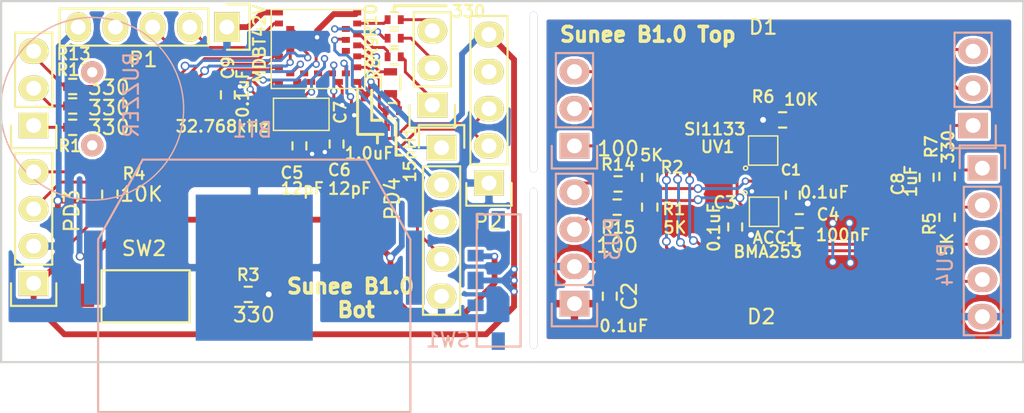
<source format=kicad_pcb>
(kicad_pcb (version 4) (host pcbnew 4.0.2+dfsg1-stable)

  (general
    (links 105)
    (no_connects 0)
    (area 91.301499 56.439999 161.301501 81.291501)
    (thickness 1.6)
    (drawings 18)
    (tracks 514)
    (zones 0)
    (modules 49)
    (nets 52)
  )

  (page A4)
  (layers
    (0 F.Cu signal)
    (31 B.Cu signal)
    (32 B.Adhes user)
    (33 F.Adhes user)
    (34 B.Paste user)
    (35 F.Paste user)
    (36 B.SilkS user)
    (37 F.SilkS user)
    (38 B.Mask user)
    (39 F.Mask user)
    (40 Dwgs.User user)
    (41 Cmts.User user)
    (42 Eco1.User user)
    (43 Eco2.User user)
    (44 Edge.Cuts user)
    (45 Margin user)
    (46 B.CrtYd user)
    (47 F.CrtYd user)
    (48 B.Fab user)
    (49 F.Fab user)
  )

  (setup
    (last_trace_width 0.2)
    (trace_clearance 0.16)
    (zone_clearance 0.2)
    (zone_45_only yes)
    (trace_min 0.2)
    (segment_width 0.2)
    (edge_width 0.15)
    (via_size 0.5)
    (via_drill 0.3)
    (via_min_size 0)
    (via_min_drill 0.3)
    (blind_buried_vias_allowed yes)
    (uvia_size 0.3)
    (uvia_drill 0.1)
    (uvias_allowed no)
    (uvia_min_size 0)
    (uvia_min_drill 0.1)
    (pcb_text_width 0.3)
    (pcb_text_size 1.5 1.5)
    (mod_edge_width 0.15)
    (mod_text_size 1 1)
    (mod_text_width 0.15)
    (pad_size 0.5 11)
    (pad_drill 0.5)
    (pad_to_mask_clearance 0.2)
    (aux_axis_origin 0 0)
    (grid_origin 158.6865 65.786)
    (visible_elements 7FFFFFFF)
    (pcbplotparams
      (layerselection 0x010f0_80000001)
      (usegerberextensions false)
      (excludeedgelayer true)
      (linewidth 0.100000)
      (plotframeref false)
      (viasonmask false)
      (mode 1)
      (useauxorigin false)
      (hpglpennumber 1)
      (hpglpenspeed 20)
      (hpglpendiameter 15)
      (hpglpenoverlay 2)
      (psnegative false)
      (psa4output false)
      (plotreference true)
      (plotvalue true)
      (plotinvisibletext false)
      (padsonsilk false)
      (subtractmaskfromsilk true)
      (outputformat 1)
      (mirror false)
      (drillshape 0)
      (scaleselection 1)
      (outputdirectory GERBERS/))
  )

  (net 0 "")
  (net 1 "Net-(1.0uF1-Pad1)")
  (net 2 GND)
  (net 3 "Net-(10uH1-Pad1)")
  (net 4 "Net-(10uH1-Pad2)")
  (net 5 /sensors/SCL_UP)
  (net 6 /sensors/INT_ACC2_UP)
  (net 7 /sensors/INT_ACC1_UP)
  (net 8 /sensors/SDA_UP)
  (net 9 "Net-(BT1-Pad1)")
  (net 10 "Net-(BZ1-Pad1)")
  (net 11 "Net-(C5-Pad1)")
  (net 12 "Net-(C6-Pad1)")
  (net 13 VCC)
  (net 14 "Net-(C8-Pad1)")
  (net 15 /BLE/BLE_RESET)
  (net 16 "Net-(D1-Pad4)")
  (net 17 "Net-(D1-Pad3)")
  (net 18 "Net-(D1-Pad2)")
  (net 19 "Net-(D2-Pad4)")
  (net 20 "Net-(D2-Pad3)")
  (net 21 "Net-(D2-Pad2)")
  (net 22 /BLE/LED1)
  (net 23 /BLE/LED2)
  (net 24 /BLE/LED3)
  (net 25 /BLE/LED4)
  (net 26 /BLE/LED6)
  (net 27 /BLE/LED5)
  (net 28 "Net-(MDBT42V_1-Pad19)")
  (net 29 "Net-(MDBT42V_1-Pad17)")
  (net 30 /BLE/INT_UV)
  (net 31 /BLE/SDA)
  (net 32 /BLE/SCL)
  (net 33 "Net-(MDBT42V_1-Pad4)")
  (net 34 "Net-(MDBT42V_1-Pad2)")
  (net 35 /sensors/INT_UV_UP)
  (net 36 "Net-(R3-Pad1)")
  (net 37 "Net-(R6-Pad1)")
  (net 38 "Net-(LED[1..3]D1-Pad1)")
  (net 39 "Net-(LED[1..3]D1-Pad2)")
  (net 40 "Net-(LED[1..3]D1-Pad3)")
  (net 41 "Net-(LED[4..6]D1-Pad1)")
  (net 42 "Net-(LED[4..6]D1-Pad2)")
  (net 43 "Net-(LED[4..6]D1-Pad3)")
  (net 44 BUZZ_D)
  (net 45 BUZZ_U)
  (net 46 VCC_UP)
  (net 47 GND_UP)
  (net 48 /BLE/INT_ACC1)
  (net 49 /BLE/INT_ACC2)
  (net 50 "Net-(PU3-Pad3)")
  (net 51 "Net-(PU3-Pad4)")

  (net_class Default "This is the default net class."
    (clearance 0.16)
    (trace_width 0.2)
    (via_dia 0.5)
    (via_drill 0.3)
    (uvia_dia 0.3)
    (uvia_drill 0.1)
    (add_net /BLE/BLE_RESET)
    (add_net /BLE/INT_ACC1)
    (add_net /BLE/INT_ACC2)
    (add_net /BLE/INT_UV)
    (add_net /BLE/LED1)
    (add_net /BLE/LED2)
    (add_net /BLE/LED3)
    (add_net /BLE/LED4)
    (add_net /BLE/LED5)
    (add_net /BLE/LED6)
    (add_net /BLE/SCL)
    (add_net /BLE/SDA)
    (add_net /sensors/INT_ACC1_UP)
    (add_net /sensors/INT_ACC2_UP)
    (add_net /sensors/INT_UV_UP)
    (add_net /sensors/SCL_UP)
    (add_net /sensors/SDA_UP)
    (add_net BUZZ_D)
    (add_net BUZZ_U)
    (add_net GND_UP)
    (add_net "Net-(1.0uF1-Pad1)")
    (add_net "Net-(10uH1-Pad1)")
    (add_net "Net-(10uH1-Pad2)")
    (add_net "Net-(BZ1-Pad1)")
    (add_net "Net-(C5-Pad1)")
    (add_net "Net-(C6-Pad1)")
    (add_net "Net-(C8-Pad1)")
    (add_net "Net-(D1-Pad2)")
    (add_net "Net-(D1-Pad3)")
    (add_net "Net-(D1-Pad4)")
    (add_net "Net-(D2-Pad2)")
    (add_net "Net-(D2-Pad3)")
    (add_net "Net-(D2-Pad4)")
    (add_net "Net-(LED[1..3]D1-Pad1)")
    (add_net "Net-(LED[1..3]D1-Pad2)")
    (add_net "Net-(LED[1..3]D1-Pad3)")
    (add_net "Net-(LED[4..6]D1-Pad1)")
    (add_net "Net-(LED[4..6]D1-Pad2)")
    (add_net "Net-(LED[4..6]D1-Pad3)")
    (add_net "Net-(MDBT42V_1-Pad17)")
    (add_net "Net-(MDBT42V_1-Pad19)")
    (add_net "Net-(MDBT42V_1-Pad2)")
    (add_net "Net-(MDBT42V_1-Pad4)")
    (add_net "Net-(PU3-Pad3)")
    (add_net "Net-(PU3-Pad4)")
    (add_net "Net-(R3-Pad1)")
    (add_net "Net-(R6-Pad1)")
    (add_net VCC_UP)
  )

  (net_class POWER ""
    (clearance 0.16)
    (trace_width 0.4)
    (via_dia 0.5)
    (via_drill 0.3)
    (uvia_dia 0.3)
    (uvia_drill 0.1)
    (add_net GND)
    (add_net "Net-(BT1-Pad1)")
    (add_net VCC)
  )

  (module Resistors_SMD:R_0402 (layer F.Cu) (tedit 59C3B789) (tstamp 59B18252)
    (at 98.806 69.723 90)
    (descr "Resistor SMD 0402, reflow soldering, Vishay (see dcrcw.pdf)")
    (tags "resistor 0402")
    (path /59A43647/59A58BA4)
    (attr smd)
    (fp_text reference R4 (at 1.397 1.651 180) (layer F.SilkS)
      (effects (font (size 0.8 0.8) (thickness 0.15)))
    )
    (fp_text value 10K (at 0 2.159 360) (layer F.SilkS)
      (effects (font (size 1 1) (thickness 0.15)))
    )
    (fp_line (start -0.95 -0.65) (end 0.95 -0.65) (layer F.CrtYd) (width 0.05))
    (fp_line (start -0.95 0.65) (end 0.95 0.65) (layer F.CrtYd) (width 0.05))
    (fp_line (start -0.95 -0.65) (end -0.95 0.65) (layer F.CrtYd) (width 0.05))
    (fp_line (start 0.95 -0.65) (end 0.95 0.65) (layer F.CrtYd) (width 0.05))
    (fp_line (start 0.25 -0.525) (end -0.25 -0.525) (layer F.SilkS) (width 0.15))
    (fp_line (start -0.25 0.525) (end 0.25 0.525) (layer F.SilkS) (width 0.15))
    (pad 1 smd rect (at -0.45 0 90) (size 0.4 0.6) (layers F.Cu F.Paste F.Mask)
      (net 15 /BLE/BLE_RESET))
    (pad 2 smd rect (at 0.45 0 90) (size 0.4 0.6) (layers F.Cu F.Paste F.Mask)
      (net 13 VCC))
    (model Resistors_SMD.3dshapes/R_0402.wrl
      (at (xyz 0 0 0))
      (scale (xyz 1 1 1))
      (rotate (xyz 0 0 0))
    )
  )

  (module Capacitors_SMD:C_0402 (layer F.Cu) (tedit 59C41EF1) (tstamp 59B1811E)
    (at 141.5415 71.967 270)
    (descr "Capacitor SMD 0402, reflow soldering, AVX (see smccp.pdf)")
    (tags "capacitor 0402")
    (path /59A4369B/59A5B737)
    (attr smd)
    (fp_text reference C3 (at -1.6725 0.6985 360) (layer F.SilkS)
      (effects (font (size 0.8 0.8) (thickness 0.15)))
    )
    (fp_text value 0.1uF (at 0.042 1.4605 270) (layer F.SilkS)
      (effects (font (size 0.8 0.8) (thickness 0.15)))
    )
    (fp_line (start -1.15 -0.6) (end 1.15 -0.6) (layer F.CrtYd) (width 0.05))
    (fp_line (start -1.15 0.6) (end 1.15 0.6) (layer F.CrtYd) (width 0.05))
    (fp_line (start -1.15 -0.6) (end -1.15 0.6) (layer F.CrtYd) (width 0.05))
    (fp_line (start 1.15 -0.6) (end 1.15 0.6) (layer F.CrtYd) (width 0.05))
    (fp_line (start 0.25 -0.475) (end -0.25 -0.475) (layer F.SilkS) (width 0.15))
    (fp_line (start -0.25 0.475) (end 0.25 0.475) (layer F.SilkS) (width 0.15))
    (pad 1 smd rect (at -0.55 0 270) (size 0.6 0.5) (layers F.Cu F.Paste F.Mask)
      (net 46 VCC_UP))
    (pad 2 smd rect (at 0.55 0 270) (size 0.6 0.5) (layers F.Cu F.Paste F.Mask)
      (net 47 GND_UP))
    (model Capacitors_SMD.3dshapes/C_0402.wrl
      (at (xyz 0 0 0))
      (scale (xyz 1 1 1))
      (rotate (xyz 0 0 0))
    )
  )

  (module PS1240P02CT3:PS1240P02 (layer B.Cu) (tedit 59C3B949) (tstamp 59B180FA)
    (at 97.5995 63.881 270)
    (path /59A5D52C/59A5F9D2)
    (fp_text reference BZ1 (at -0.1 -8 270) (layer B.SilkS) hide
      (effects (font (size 1 1) (thickness 0.15)) (justify mirror))
    )
    (fp_text value BUZZER (at -0.9525 -2.667 270) (layer B.SilkS)
      (effects (font (size 1 1) (thickness 0.15)) (justify mirror))
    )
    (fp_circle (center 0 0) (end 6.25 0) (layer B.SilkS) (width 0.1))
    (pad 2 thru_hole circle (at 2.5 0 270) (size 1.524 1.524) (drill 0.7) (layers *.Cu *.Mask B.SilkS)
      (net 47 GND_UP))
    (pad 1 thru_hole circle (at -2.5 0 270) (size 1.524 1.524) (drill 0.7) (layers *.Cu *.Mask B.SilkS)
      (net 10 "Net-(BZ1-Pad1)"))
  )

  (module Socket_Strips:Socket_Strip_Straight_1x03 (layer F.Cu) (tedit 59C3B672) (tstamp 59B1C3D4)
    (at 93.599 65.024 90)
    (descr "Through hole socket strip")
    (tags "socket strip")
    (path /59A5D52C/59B19E9F)
    (fp_text reference LED[4..6]D1 (at 0 -3.81 90) (layer F.SilkS) hide
      (effects (font (size 1 1) (thickness 0.15)))
    )
    (fp_text value CONN_01X03 (at 0 -3.1 90) (layer F.Fab) hide
      (effects (font (size 1 1) (thickness 0.15)))
    )
    (fp_line (start 0 -1.55) (end -1.55 -1.55) (layer F.SilkS) (width 0.15))
    (fp_line (start -1.55 -1.55) (end -1.55 1.55) (layer F.SilkS) (width 0.15))
    (fp_line (start -1.55 1.55) (end 0 1.55) (layer F.SilkS) (width 0.15))
    (fp_line (start -1.75 -1.75) (end -1.75 1.75) (layer F.CrtYd) (width 0.05))
    (fp_line (start 6.85 -1.75) (end 6.85 1.75) (layer F.CrtYd) (width 0.05))
    (fp_line (start -1.75 -1.75) (end 6.85 -1.75) (layer F.CrtYd) (width 0.05))
    (fp_line (start -1.75 1.75) (end 6.85 1.75) (layer F.CrtYd) (width 0.05))
    (fp_line (start 1.27 -1.27) (end 6.35 -1.27) (layer F.SilkS) (width 0.15))
    (fp_line (start 6.35 -1.27) (end 6.35 1.27) (layer F.SilkS) (width 0.15))
    (fp_line (start 6.35 1.27) (end 1.27 1.27) (layer F.SilkS) (width 0.15))
    (fp_line (start 1.27 1.27) (end 1.27 -1.27) (layer F.SilkS) (width 0.15))
    (pad 1 thru_hole rect (at 0 0 90) (size 1.7272 2.032) (drill 1.016) (layers *.Cu *.Mask F.SilkS)
      (net 41 "Net-(LED[4..6]D1-Pad1)"))
    (pad 2 thru_hole oval (at 2.54 0 90) (size 1.7272 2.032) (drill 1.016) (layers *.Cu *.Mask F.SilkS)
      (net 42 "Net-(LED[4..6]D1-Pad2)"))
    (pad 3 thru_hole oval (at 5.08 0 90) (size 1.7272 2.032) (drill 1.016) (layers *.Cu *.Mask F.SilkS)
      (net 43 "Net-(LED[4..6]D1-Pad3)"))
    (model Socket_Strips.3dshapes/Socket_Strip_Straight_1x03.wrl
      (at (xyz 0.1 0 0))
      (scale (xyz 1 1 1))
      (rotate (xyz 0 0 180))
    )
  )

  (module Socket_Strips:Socket_Strip_Straight_1x04 (layer F.Cu) (tedit 59C3B66F) (tstamp 59B1C3F9)
    (at 93.599 75.819 90)
    (descr "Through hole socket strip")
    (tags "socket strip")
    (path /59A4369B/59B077DC)
    (fp_text reference PD3 (at 4.953 2.6035 270) (layer F.SilkS)
      (effects (font (size 1 1) (thickness 0.15)))
    )
    (fp_text value CONN_01X04 (at 0.127 -4.445 90) (layer F.Fab) hide
      (effects (font (size 1 1) (thickness 0.15)))
    )
    (fp_line (start -1.75 -1.75) (end -1.75 1.75) (layer F.CrtYd) (width 0.05))
    (fp_line (start 9.4 -1.75) (end 9.4 1.75) (layer F.CrtYd) (width 0.05))
    (fp_line (start -1.75 -1.75) (end 9.4 -1.75) (layer F.CrtYd) (width 0.05))
    (fp_line (start -1.75 1.75) (end 9.4 1.75) (layer F.CrtYd) (width 0.05))
    (fp_line (start 1.27 -1.27) (end 8.89 -1.27) (layer F.SilkS) (width 0.15))
    (fp_line (start 1.27 1.27) (end 8.89 1.27) (layer F.SilkS) (width 0.15))
    (fp_line (start -1.55 1.55) (end 0 1.55) (layer F.SilkS) (width 0.15))
    (fp_line (start 8.89 -1.27) (end 8.89 1.27) (layer F.SilkS) (width 0.15))
    (fp_line (start 1.27 1.27) (end 1.27 -1.27) (layer F.SilkS) (width 0.15))
    (fp_line (start 0 -1.55) (end -1.55 -1.55) (layer F.SilkS) (width 0.15))
    (fp_line (start -1.55 -1.55) (end -1.55 1.55) (layer F.SilkS) (width 0.15))
    (pad 1 thru_hole rect (at 0 0 90) (size 1.7272 2.032) (drill 1.016) (layers *.Cu *.Mask F.SilkS)
      (net 13 VCC))
    (pad 2 thru_hole oval (at 2.54 0 90) (size 1.7272 2.032) (drill 1.016) (layers *.Cu *.Mask F.SilkS)
      (net 2 GND))
    (pad 3 thru_hole oval (at 5.08 0 90) (size 1.7272 2.032) (drill 1.016) (layers *.Cu *.Mask F.SilkS)
      (net 31 /BLE/SDA))
    (pad 4 thru_hole oval (at 7.62 0 90) (size 1.7272 2.032) (drill 1.016) (layers *.Cu *.Mask F.SilkS)
      (net 32 /BLE/SCL))
    (model Socket_Strips.3dshapes/Socket_Strip_Straight_1x04.wrl
      (at (xyz 0.15 0 0))
      (scale (xyz 1 1 1))
      (rotate (xyz 0 0 180))
    )
  )

  (module Capacitors_SMD:C_0402 (layer F.Cu) (tedit 59C3BFC0) (tstamp 59B180B7)
    (at 117.094 65.151 180)
    (descr "Capacitor SMD 0402, reflow soldering, AVX (see smccp.pdf)")
    (tags "capacitor 0402")
    (path /59A43647/59A57061)
    (attr smd)
    (fp_text reference 1.0uF (at 0.5715 -1.778 180) (layer F.SilkS)
      (effects (font (size 0.8 0.8) (thickness 0.15)))
    )
    (fp_text value C_Small (at 0 1.7 180) (layer F.Fab) hide
      (effects (font (size 1 1) (thickness 0.15)))
    )
    (fp_line (start -1.15 -0.6) (end 1.15 -0.6) (layer F.CrtYd) (width 0.05))
    (fp_line (start -1.15 0.6) (end 1.15 0.6) (layer F.CrtYd) (width 0.05))
    (fp_line (start -1.15 -0.6) (end -1.15 0.6) (layer F.CrtYd) (width 0.05))
    (fp_line (start 1.15 -0.6) (end 1.15 0.6) (layer F.CrtYd) (width 0.05))
    (fp_line (start 0.25 -0.475) (end -0.25 -0.475) (layer F.SilkS) (width 0.15))
    (fp_line (start -0.25 0.475) (end 0.25 0.475) (layer F.SilkS) (width 0.15))
    (pad 1 smd rect (at -0.55 0 180) (size 0.6 0.5) (layers F.Cu F.Paste F.Mask)
      (net 1 "Net-(1.0uF1-Pad1)"))
    (pad 2 smd rect (at 0.55 0 180) (size 0.6 0.5) (layers F.Cu F.Paste F.Mask)
      (net 2 GND))
    (model Capacitors_SMD.3dshapes/C_0402.wrl
      (at (xyz 0 0 0))
      (scale (xyz 1 1 1))
      (rotate (xyz 0 0 0))
    )
  )

  (module Resistors_SMD:R_0603 (layer F.Cu) (tedit 59C3BF3D) (tstamp 59B180C3)
    (at 117.983 62.103 270)
    (descr "Resistor SMD 0603, reflow soldering, Vishay (see dcrcw.pdf)")
    (tags "resistor 0603")
    (path /59A43647/59A56F50)
    (attr smd)
    (fp_text reference 10uH1 (at 0 -1.9 270) (layer F.SilkS) hide
      (effects (font (size 1 1) (thickness 0.15)))
    )
    (fp_text value L_Small (at 0 1.9 270) (layer F.Fab) hide
      (effects (font (size 1 1) (thickness 0.15)))
    )
    (fp_line (start -1.3 -0.8) (end 1.3 -0.8) (layer F.CrtYd) (width 0.05))
    (fp_line (start -1.3 0.8) (end 1.3 0.8) (layer F.CrtYd) (width 0.05))
    (fp_line (start -1.3 -0.8) (end -1.3 0.8) (layer F.CrtYd) (width 0.05))
    (fp_line (start 1.3 -0.8) (end 1.3 0.8) (layer F.CrtYd) (width 0.05))
    (fp_line (start 0.5 0.675) (end -0.5 0.675) (layer F.SilkS) (width 0.15))
    (fp_line (start -0.5 -0.675) (end 0.5 -0.675) (layer F.SilkS) (width 0.15))
    (pad 1 smd rect (at -0.75 0 270) (size 0.5 0.9) (layers F.Cu F.Paste F.Mask)
      (net 3 "Net-(10uH1-Pad1)"))
    (pad 2 smd rect (at 0.75 0 270) (size 0.5 0.9) (layers F.Cu F.Paste F.Mask)
      (net 4 "Net-(10uH1-Pad2)"))
    (model Resistors_SMD.3dshapes/R_0603.wrl
      (at (xyz 0 0 0))
      (scale (xyz 1 1 1))
      (rotate (xyz 0 0 0))
    )
  )

  (module Resistors_SMD:R_0402 (layer F.Cu) (tedit 59D74986) (tstamp 59B180CF)
    (at 118.11 64.008 180)
    (descr "Resistor SMD 0402, reflow soldering, Vishay (see dcrcw.pdf)")
    (tags "resistor 0402")
    (path /59A43647/59A56FB5)
    (attr smd)
    (fp_text reference 15nH1 (at -1.2065 -2.9845 270) (layer F.SilkS)
      (effects (font (size 0.8 0.8) (thickness 0.15)))
    )
    (fp_text value L_Small (at 0 1.8 180) (layer F.Fab) hide
      (effects (font (size 1 1) (thickness 0.15)))
    )
    (fp_line (start -0.95 -0.65) (end 0.95 -0.65) (layer F.CrtYd) (width 0.05))
    (fp_line (start -0.95 0.65) (end 0.95 0.65) (layer F.CrtYd) (width 0.05))
    (fp_line (start -0.95 -0.65) (end -0.95 0.65) (layer F.CrtYd) (width 0.05))
    (fp_line (start 0.95 -0.65) (end 0.95 0.65) (layer F.CrtYd) (width 0.05))
    (fp_line (start 0.25 -0.525) (end -0.25 -0.525) (layer F.SilkS) (width 0.15))
    (fp_line (start -0.25 0.525) (end 0.25 0.525) (layer F.SilkS) (width 0.15))
    (pad 1 smd rect (at -0.45 0 180) (size 0.4 0.6) (layers F.Cu F.Paste F.Mask)
      (net 4 "Net-(10uH1-Pad2)"))
    (pad 2 smd rect (at 0.45 0 180) (size 0.4 0.6) (layers F.Cu F.Paste F.Mask)
      (net 1 "Net-(1.0uF1-Pad1)"))
    (model Resistors_SMD.3dshapes/R_0402.wrl
      (at (xyz 0 0 0))
      (scale (xyz 1 1 1))
      (rotate (xyz 0 0 0))
    )
  )

  (module BMA250E:BMA250E (layer F.Cu) (tedit 59C41F6D) (tstamp 59B180E4)
    (at 143.51 70.9295)
    (path /59A4369B/59A5A90C)
    (fp_text reference ACC1 (at 0.762 1.778) (layer F.SilkS)
      (effects (font (size 0.8 0.8) (thickness 0.15)))
    )
    (fp_text value BMA253 (at 0.254 2.7305) (layer F.SilkS)
      (effects (font (size 0.8 0.8) (thickness 0.15)))
    )
    (fp_circle (center -1.3 -1.3) (end -1.2 -1.4) (layer F.SilkS) (width 0.1))
    (fp_line (start 1 -1) (end 1 1) (layer F.SilkS) (width 0.1))
    (fp_line (start 1 1) (end -1 1) (layer F.SilkS) (width 0.1))
    (fp_line (start -1 1) (end -1 -1) (layer F.SilkS) (width 0.1))
    (fp_line (start -1 -1) (end 1 -1) (layer F.SilkS) (width 0.1))
    (pad 11 smd rect (at 0.25 -0.815) (size 0.28 0.41) (layers F.Cu F.Paste F.Mask)
      (net 46 VCC_UP))
    (pad 12 smd rect (at -0.25 -0.815) (size 0.28 0.41) (layers F.Cu F.Paste F.Mask)
      (net 5 /sensors/SCL_UP))
    (pad 6 smd rect (at 0.25 0.815) (size 0.28 0.41) (layers F.Cu F.Paste F.Mask)
      (net 6 /sensors/INT_ACC2_UP))
    (pad 5 smd rect (at -0.25 0.815) (size 0.28 0.41) (layers F.Cu F.Paste F.Mask)
      (net 7 /sensors/INT_ACC1_UP))
    (pad 1 smd rect (at -0.815 -0.75) (size 0.41 0.28) (layers F.Cu F.Paste F.Mask)
      (net 47 GND_UP))
    (pad 2 smd rect (at -0.815 -0.25) (size 0.41 0.28) (layers F.Cu F.Paste F.Mask)
      (net 8 /sensors/SDA_UP))
    (pad 3 smd rect (at -0.815 0.25) (size 0.41 0.28) (layers F.Cu F.Paste F.Mask)
      (net 46 VCC_UP))
    (pad 4 smd rect (at -0.815 0.75) (size 0.41 0.28) (layers F.Cu F.Paste F.Mask)
      (net 47 GND_UP))
    (pad 7 smd rect (at 0.815 0.75) (size 0.41 0.28) (layers F.Cu F.Paste F.Mask)
      (net 46 VCC_UP))
    (pad 8 smd rect (at 0.815 0.25) (size 0.41 0.28) (layers F.Cu F.Paste F.Mask)
      (net 47 GND_UP))
    (pad 9 smd rect (at 0.815 -0.25) (size 0.41 0.28) (layers F.Cu F.Paste F.Mask)
      (net 47 GND_UP))
    (pad 10 smd rect (at 0.815 -0.75) (size 0.41 0.28) (layers F.Cu F.Paste F.Mask))
  )

  (module Capacitors_SMD:C_0402 (layer F.Cu) (tedit 59C3B9D0) (tstamp 59B18106)
    (at 145.4785 69.7865 270)
    (descr "Capacitor SMD 0402, reflow soldering, AVX (see smccp.pdf)")
    (tags "capacitor 0402")
    (path /59A4369B/59A58AFA)
    (attr smd)
    (fp_text reference C1 (at -1.7145 0.127 540) (layer F.SilkS)
      (effects (font (size 0.7 0.7) (thickness 0.15)))
    )
    (fp_text value 0.1uF (at -0.1905 -2.159 360) (layer F.SilkS)
      (effects (font (size 0.8 0.8) (thickness 0.15)))
    )
    (fp_line (start -1.15 -0.6) (end 1.15 -0.6) (layer F.CrtYd) (width 0.05))
    (fp_line (start -1.15 0.6) (end 1.15 0.6) (layer F.CrtYd) (width 0.05))
    (fp_line (start -1.15 -0.6) (end -1.15 0.6) (layer F.CrtYd) (width 0.05))
    (fp_line (start 1.15 -0.6) (end 1.15 0.6) (layer F.CrtYd) (width 0.05))
    (fp_line (start 0.25 -0.475) (end -0.25 -0.475) (layer F.SilkS) (width 0.15))
    (fp_line (start -0.25 0.475) (end 0.25 0.475) (layer F.SilkS) (width 0.15))
    (pad 1 smd rect (at -0.55 0 270) (size 0.6 0.5) (layers F.Cu F.Paste F.Mask)
      (net 46 VCC_UP))
    (pad 2 smd rect (at 0.55 0 270) (size 0.6 0.5) (layers F.Cu F.Paste F.Mask)
      (net 47 GND_UP))
    (model Capacitors_SMD.3dshapes/C_0402.wrl
      (at (xyz 0 0 0))
      (scale (xyz 1 1 1))
      (rotate (xyz 0 0 0))
    )
  )

  (module Capacitors_SMD:C_0402 (layer F.Cu) (tedit 59C3B8B1) (tstamp 59B18112)
    (at 132.969 76.708 90)
    (descr "Capacitor SMD 0402, reflow soldering, AVX (see smccp.pdf)")
    (tags "capacitor 0402")
    (path /59A4369B/59A6BF87)
    (attr smd)
    (fp_text reference C2 (at 0 1.3335 90) (layer F.SilkS)
      (effects (font (size 1 1) (thickness 0.15)))
    )
    (fp_text value 0.1uF (at -2.032 0.9525 180) (layer F.SilkS)
      (effects (font (size 0.8 0.8) (thickness 0.15)))
    )
    (fp_line (start -1.15 -0.6) (end 1.15 -0.6) (layer F.CrtYd) (width 0.05))
    (fp_line (start -1.15 0.6) (end 1.15 0.6) (layer F.CrtYd) (width 0.05))
    (fp_line (start -1.15 -0.6) (end -1.15 0.6) (layer F.CrtYd) (width 0.05))
    (fp_line (start 1.15 -0.6) (end 1.15 0.6) (layer F.CrtYd) (width 0.05))
    (fp_line (start 0.25 -0.475) (end -0.25 -0.475) (layer F.SilkS) (width 0.15))
    (fp_line (start -0.25 0.475) (end 0.25 0.475) (layer F.SilkS) (width 0.15))
    (pad 1 smd rect (at -0.55 0 90) (size 0.6 0.5) (layers F.Cu F.Paste F.Mask)
      (net 46 VCC_UP))
    (pad 2 smd rect (at 0.55 0 90) (size 0.6 0.5) (layers F.Cu F.Paste F.Mask)
      (net 47 GND_UP))
    (model Capacitors_SMD.3dshapes/C_0402.wrl
      (at (xyz 0 0 0))
      (scale (xyz 1 1 1))
      (rotate (xyz 0 0 0))
    )
  )

  (module Capacitors_SMD:C_0402 (layer F.Cu) (tedit 59C41E1A) (tstamp 59B1812A)
    (at 145.923 71.5645)
    (descr "Capacitor SMD 0402, reflow soldering, AVX (see smccp.pdf)")
    (tags "capacitor 0402")
    (path /59A4369B/59A5D521)
    (attr smd)
    (fp_text reference C4 (at 1.9685 -0.4445) (layer F.SilkS)
      (effects (font (size 0.8 0.8) (thickness 0.15)))
    )
    (fp_text value 100nF (at 2.9845 0.9525) (layer F.SilkS)
      (effects (font (size 0.8 0.8) (thickness 0.15)))
    )
    (fp_line (start -1.15 -0.6) (end 1.15 -0.6) (layer F.CrtYd) (width 0.05))
    (fp_line (start -1.15 0.6) (end 1.15 0.6) (layer F.CrtYd) (width 0.05))
    (fp_line (start -1.15 -0.6) (end -1.15 0.6) (layer F.CrtYd) (width 0.05))
    (fp_line (start 1.15 -0.6) (end 1.15 0.6) (layer F.CrtYd) (width 0.05))
    (fp_line (start 0.25 -0.475) (end -0.25 -0.475) (layer F.SilkS) (width 0.15))
    (fp_line (start -0.25 0.475) (end 0.25 0.475) (layer F.SilkS) (width 0.15))
    (pad 1 smd rect (at -0.55 0) (size 0.6 0.5) (layers F.Cu F.Paste F.Mask)
      (net 46 VCC_UP))
    (pad 2 smd rect (at 0.55 0) (size 0.6 0.5) (layers F.Cu F.Paste F.Mask)
      (net 47 GND_UP))
    (model Capacitors_SMD.3dshapes/C_0402.wrl
      (at (xyz 0 0 0))
      (scale (xyz 1 1 1))
      (rotate (xyz 0 0 0))
    )
  )

  (module Capacitors_SMD:C_0402 (layer F.Cu) (tedit 59C3BF0D) (tstamp 59B18136)
    (at 111.76 66.421 270)
    (descr "Capacitor SMD 0402, reflow soldering, AVX (see smccp.pdf)")
    (tags "capacitor 0402")
    (path /59A43647/59A6B727)
    (attr smd)
    (fp_text reference C5 (at 1.8415 0.508 360) (layer F.SilkS)
      (effects (font (size 0.8 0.8) (thickness 0.15)))
    )
    (fp_text value 12pF (at 2.921 -0.1905 360) (layer F.SilkS)
      (effects (font (size 0.8 0.8) (thickness 0.15)))
    )
    (fp_line (start -1.15 -0.6) (end 1.15 -0.6) (layer F.CrtYd) (width 0.05))
    (fp_line (start -1.15 0.6) (end 1.15 0.6) (layer F.CrtYd) (width 0.05))
    (fp_line (start -1.15 -0.6) (end -1.15 0.6) (layer F.CrtYd) (width 0.05))
    (fp_line (start 1.15 -0.6) (end 1.15 0.6) (layer F.CrtYd) (width 0.05))
    (fp_line (start 0.25 -0.475) (end -0.25 -0.475) (layer F.SilkS) (width 0.15))
    (fp_line (start -0.25 0.475) (end 0.25 0.475) (layer F.SilkS) (width 0.15))
    (pad 1 smd rect (at -0.55 0 270) (size 0.6 0.5) (layers F.Cu F.Paste F.Mask)
      (net 11 "Net-(C5-Pad1)"))
    (pad 2 smd rect (at 0.55 0 270) (size 0.6 0.5) (layers F.Cu F.Paste F.Mask)
      (net 2 GND))
    (model Capacitors_SMD.3dshapes/C_0402.wrl
      (at (xyz 0 0 0))
      (scale (xyz 1 1 1))
      (rotate (xyz 0 0 0))
    )
  )

  (module Capacitors_SMD:C_0402 (layer F.Cu) (tedit 59C3BF1D) (tstamp 59B18142)
    (at 114.3 66.294 270)
    (descr "Capacitor SMD 0402, reflow soldering, AVX (see smccp.pdf)")
    (tags "capacitor 0402")
    (path /59A43647/59A6B778)
    (attr smd)
    (fp_text reference C6 (at 1.778 -0.1905 360) (layer F.SilkS)
      (effects (font (size 0.8 0.8) (thickness 0.15)))
    )
    (fp_text value 12pF (at 3.048 -0.889 360) (layer F.SilkS)
      (effects (font (size 0.8 0.8) (thickness 0.15)))
    )
    (fp_line (start -1.15 -0.6) (end 1.15 -0.6) (layer F.CrtYd) (width 0.05))
    (fp_line (start -1.15 0.6) (end 1.15 0.6) (layer F.CrtYd) (width 0.05))
    (fp_line (start -1.15 -0.6) (end -1.15 0.6) (layer F.CrtYd) (width 0.05))
    (fp_line (start 1.15 -0.6) (end 1.15 0.6) (layer F.CrtYd) (width 0.05))
    (fp_line (start 0.25 -0.475) (end -0.25 -0.475) (layer F.SilkS) (width 0.15))
    (fp_line (start -0.25 0.475) (end 0.25 0.475) (layer F.SilkS) (width 0.15))
    (pad 1 smd rect (at -0.55 0 270) (size 0.6 0.5) (layers F.Cu F.Paste F.Mask)
      (net 12 "Net-(C6-Pad1)"))
    (pad 2 smd rect (at 0.55 0 270) (size 0.6 0.5) (layers F.Cu F.Paste F.Mask)
      (net 2 GND))
    (model Capacitors_SMD.3dshapes/C_0402.wrl
      (at (xyz 0 0 0))
      (scale (xyz 1 1 1))
      (rotate (xyz 0 0 0))
    )
  )

  (module Capacitors_SMD:C_0402 (layer F.Cu) (tedit 59C41E34) (tstamp 59B1814E)
    (at 116.205 63.627 270)
    (descr "Capacitor SMD 0402, reflow soldering, AVX (see smccp.pdf)")
    (tags "capacitor 0402")
    (path /59A43647/59A69C81)
    (attr smd)
    (fp_text reference C7 (at 0.508 1.651 270) (layer F.SilkS)
      (effects (font (size 0.8 0.8) (thickness 0.15)))
    )
    (fp_text value 0.1uF (at 0 1.7 270) (layer F.Fab) hide
      (effects (font (size 1 1) (thickness 0.15)))
    )
    (fp_line (start -1.15 -0.6) (end 1.15 -0.6) (layer F.CrtYd) (width 0.05))
    (fp_line (start -1.15 0.6) (end 1.15 0.6) (layer F.CrtYd) (width 0.05))
    (fp_line (start -1.15 -0.6) (end -1.15 0.6) (layer F.CrtYd) (width 0.05))
    (fp_line (start 1.15 -0.6) (end 1.15 0.6) (layer F.CrtYd) (width 0.05))
    (fp_line (start 0.25 -0.475) (end -0.25 -0.475) (layer F.SilkS) (width 0.15))
    (fp_line (start -0.25 0.475) (end 0.25 0.475) (layer F.SilkS) (width 0.15))
    (pad 1 smd rect (at -0.55 0 270) (size 0.6 0.5) (layers F.Cu F.Paste F.Mask)
      (net 13 VCC))
    (pad 2 smd rect (at 0.55 0 270) (size 0.6 0.5) (layers F.Cu F.Paste F.Mask)
      (net 2 GND))
    (model Capacitors_SMD.3dshapes/C_0402.wrl
      (at (xyz 0 0 0))
      (scale (xyz 1 1 1))
      (rotate (xyz 0 0 0))
    )
  )

  (module Capacitors_SMD:C_0402 (layer F.Cu) (tedit 59C41F5F) (tstamp 59B1815A)
    (at 154.6225 68.58 90)
    (descr "Capacitor SMD 0402, reflow soldering, AVX (see smccp.pdf)")
    (tags "capacitor 0402")
    (path /59A5D52C/59A84B40)
    (attr smd)
    (fp_text reference C8 (at -0.4445 -1.9685 90) (layer F.SilkS)
      (effects (font (size 0.8 0.8) (thickness 0.15)))
    )
    (fp_text value 1uF (at -0.254 -1.0795 90) (layer F.SilkS)
      (effects (font (size 0.8 0.8) (thickness 0.15)))
    )
    (fp_line (start -1.15 -0.6) (end 1.15 -0.6) (layer F.CrtYd) (width 0.05))
    (fp_line (start -1.15 0.6) (end 1.15 0.6) (layer F.CrtYd) (width 0.05))
    (fp_line (start -1.15 -0.6) (end -1.15 0.6) (layer F.CrtYd) (width 0.05))
    (fp_line (start 1.15 -0.6) (end 1.15 0.6) (layer F.CrtYd) (width 0.05))
    (fp_line (start 0.25 -0.475) (end -0.25 -0.475) (layer F.SilkS) (width 0.15))
    (fp_line (start -0.25 0.475) (end 0.25 0.475) (layer F.SilkS) (width 0.15))
    (pad 1 smd rect (at -0.55 0 90) (size 0.6 0.5) (layers F.Cu F.Paste F.Mask)
      (net 14 "Net-(C8-Pad1)"))
    (pad 2 smd rect (at 0.55 0 90) (size 0.6 0.5) (layers F.Cu F.Paste F.Mask)
      (net 10 "Net-(BZ1-Pad1)"))
    (model Capacitors_SMD.3dshapes/C_0402.wrl
      (at (xyz 0 0 0))
      (scale (xyz 1 1 1))
      (rotate (xyz 0 0 0))
    )
  )

  (module Capacitors_SMD:C_0402 (layer F.Cu) (tedit 59C3B7B0) (tstamp 59B18166)
    (at 106.8705 62.9285 270)
    (descr "Capacitor SMD 0402, reflow soldering, AVX (see smccp.pdf)")
    (tags "capacitor 0402")
    (path /59A43647/59B1A58E)
    (attr smd)
    (fp_text reference C9 (at -1.8415 0 270) (layer F.SilkS)
      (effects (font (size 0.8 0.8) (thickness 0.15)))
    )
    (fp_text value 0.1uF (at -0.085 -1.016 270) (layer F.SilkS)
      (effects (font (size 0.8 0.8) (thickness 0.15)))
    )
    (fp_line (start -1.15 -0.6) (end 1.15 -0.6) (layer F.CrtYd) (width 0.05))
    (fp_line (start -1.15 0.6) (end 1.15 0.6) (layer F.CrtYd) (width 0.05))
    (fp_line (start -1.15 -0.6) (end -1.15 0.6) (layer F.CrtYd) (width 0.05))
    (fp_line (start 1.15 -0.6) (end 1.15 0.6) (layer F.CrtYd) (width 0.05))
    (fp_line (start 0.25 -0.475) (end -0.25 -0.475) (layer F.SilkS) (width 0.15))
    (fp_line (start -0.25 0.475) (end 0.25 0.475) (layer F.SilkS) (width 0.15))
    (pad 1 smd rect (at -0.55 0 270) (size 0.6 0.5) (layers F.Cu F.Paste F.Mask)
      (net 15 /BLE/BLE_RESET))
    (pad 2 smd rect (at 0.55 0 270) (size 0.6 0.5) (layers F.Cu F.Paste F.Mask)
      (net 2 GND))
    (model Capacitors_SMD.3dshapes/C_0402.wrl
      (at (xyz 0 0 0))
      (scale (xyz 1 1 1))
      (rotate (xyz 0 0 0))
    )
  )

  (module Socket_Strips:Socket_Strip_Straight_1x05 (layer F.Cu) (tedit 59C3B780) (tstamp 59B181C2)
    (at 106.807 58.293 180)
    (descr "Through hole socket strip")
    (tags "socket strip")
    (path /59A43647/59B1DD34)
    (fp_text reference P1 (at 5.715 -2.2225 180) (layer F.SilkS)
      (effects (font (size 1 1) (thickness 0.15)))
    )
    (fp_text value CONN_01X05 (at 0 -3.1 180) (layer F.Fab) hide
      (effects (font (size 1 1) (thickness 0.15)))
    )
    (fp_line (start -1.75 -1.75) (end -1.75 1.75) (layer F.CrtYd) (width 0.05))
    (fp_line (start 11.95 -1.75) (end 11.95 1.75) (layer F.CrtYd) (width 0.05))
    (fp_line (start -1.75 -1.75) (end 11.95 -1.75) (layer F.CrtYd) (width 0.05))
    (fp_line (start -1.75 1.75) (end 11.95 1.75) (layer F.CrtYd) (width 0.05))
    (fp_line (start 1.27 1.27) (end 11.43 1.27) (layer F.SilkS) (width 0.15))
    (fp_line (start 11.43 1.27) (end 11.43 -1.27) (layer F.SilkS) (width 0.15))
    (fp_line (start 11.43 -1.27) (end 1.27 -1.27) (layer F.SilkS) (width 0.15))
    (fp_line (start -1.55 1.55) (end 0 1.55) (layer F.SilkS) (width 0.15))
    (fp_line (start 1.27 1.27) (end 1.27 -1.27) (layer F.SilkS) (width 0.15))
    (fp_line (start 0 -1.55) (end -1.55 -1.55) (layer F.SilkS) (width 0.15))
    (fp_line (start -1.55 -1.55) (end -1.55 1.55) (layer F.SilkS) (width 0.15))
    (pad 1 thru_hole rect (at 0 0 180) (size 1.7272 2.032) (drill 1.016) (layers *.Cu *.Mask F.SilkS)
      (net 2 GND))
    (pad 2 thru_hole oval (at 2.54 0 180) (size 1.7272 2.032) (drill 1.016) (layers *.Cu *.Mask F.SilkS)
      (net 34 "Net-(MDBT42V_1-Pad2)"))
    (pad 3 thru_hole oval (at 5.08 0 180) (size 1.7272 2.032) (drill 1.016) (layers *.Cu *.Mask F.SilkS)
      (net 33 "Net-(MDBT42V_1-Pad4)"))
    (pad 4 thru_hole oval (at 7.62 0 180) (size 1.7272 2.032) (drill 1.016) (layers *.Cu *.Mask F.SilkS))
    (pad 5 thru_hole oval (at 10.16 0 180) (size 1.7272 2.032) (drill 1.016) (layers *.Cu *.Mask F.SilkS)
      (net 13 VCC))
    (model Socket_Strips.3dshapes/Socket_Strip_Straight_1x05.wrl
      (at (xyz 0.2 0 0))
      (scale (xyz 1 1 1))
      (rotate (xyz 0 0 180))
    )
  )

  (module Socket_Strips:Socket_Strip_Straight_1x05 (layer F.Cu) (tedit 59C3BF58) (tstamp 59B181D6)
    (at 124.714 68.961 90)
    (descr "Through hole socket strip")
    (tags "socket strip")
    (path /59A43647/59B1E1D3)
    (fp_text reference P2 (at -2.667 -0.0635 180) (layer F.SilkS)
      (effects (font (size 1 1) (thickness 0.15)))
    )
    (fp_text value CONN_01X05 (at 0 -3.1 90) (layer F.Fab) hide
      (effects (font (size 1 1) (thickness 0.15)))
    )
    (fp_line (start -1.75 -1.75) (end -1.75 1.75) (layer F.CrtYd) (width 0.05))
    (fp_line (start 11.95 -1.75) (end 11.95 1.75) (layer F.CrtYd) (width 0.05))
    (fp_line (start -1.75 -1.75) (end 11.95 -1.75) (layer F.CrtYd) (width 0.05))
    (fp_line (start -1.75 1.75) (end 11.95 1.75) (layer F.CrtYd) (width 0.05))
    (fp_line (start 1.27 1.27) (end 11.43 1.27) (layer F.SilkS) (width 0.15))
    (fp_line (start 11.43 1.27) (end 11.43 -1.27) (layer F.SilkS) (width 0.15))
    (fp_line (start 11.43 -1.27) (end 1.27 -1.27) (layer F.SilkS) (width 0.15))
    (fp_line (start -1.55 1.55) (end 0 1.55) (layer F.SilkS) (width 0.15))
    (fp_line (start 1.27 1.27) (end 1.27 -1.27) (layer F.SilkS) (width 0.15))
    (fp_line (start 0 -1.55) (end -1.55 -1.55) (layer F.SilkS) (width 0.15))
    (fp_line (start -1.55 -1.55) (end -1.55 1.55) (layer F.SilkS) (width 0.15))
    (pad 1 thru_hole rect (at 0 0 90) (size 1.7272 2.032) (drill 1.016) (layers *.Cu *.Mask F.SilkS)
      (net 2 GND))
    (pad 2 thru_hole oval (at 2.54 0 90) (size 1.7272 2.032) (drill 1.016) (layers *.Cu *.Mask F.SilkS)
      (net 29 "Net-(MDBT42V_1-Pad17)"))
    (pad 3 thru_hole oval (at 5.08 0 90) (size 1.7272 2.032) (drill 1.016) (layers *.Cu *.Mask F.SilkS)
      (net 28 "Net-(MDBT42V_1-Pad19)"))
    (pad 4 thru_hole oval (at 7.62 0 90) (size 1.7272 2.032) (drill 1.016) (layers *.Cu *.Mask F.SilkS))
    (pad 5 thru_hole oval (at 10.16 0 90) (size 1.7272 2.032) (drill 1.016) (layers *.Cu *.Mask F.SilkS)
      (net 13 VCC))
    (model Socket_Strips.3dshapes/Socket_Strip_Straight_1x05.wrl
      (at (xyz 0.2 0 0))
      (scale (xyz 1 1 1))
      (rotate (xyz 0 0 180))
    )
  )

  (module Resistors_SMD:R_0402 (layer F.Cu) (tedit 59C41E22) (tstamp 59B1822E)
    (at 135.6995 70.612 90)
    (descr "Resistor SMD 0402, reflow soldering, Vishay (see dcrcw.pdf)")
    (tags "resistor 0402")
    (path /59A4369B/59A7FC01)
    (attr smd)
    (fp_text reference R1 (at -0.127 1.651 180) (layer F.SilkS)
      (effects (font (size 0.8 0.8) (thickness 0.15)))
    )
    (fp_text value 5K (at -1.397 1.7145 180) (layer F.SilkS)
      (effects (font (size 0.8 0.8) (thickness 0.15)))
    )
    (fp_line (start -0.95 -0.65) (end 0.95 -0.65) (layer F.CrtYd) (width 0.05))
    (fp_line (start -0.95 0.65) (end 0.95 0.65) (layer F.CrtYd) (width 0.05))
    (fp_line (start -0.95 -0.65) (end -0.95 0.65) (layer F.CrtYd) (width 0.05))
    (fp_line (start 0.95 -0.65) (end 0.95 0.65) (layer F.CrtYd) (width 0.05))
    (fp_line (start 0.25 -0.525) (end -0.25 -0.525) (layer F.SilkS) (width 0.15))
    (fp_line (start -0.25 0.525) (end 0.25 0.525) (layer F.SilkS) (width 0.15))
    (pad 1 smd rect (at -0.45 0 90) (size 0.4 0.6) (layers F.Cu F.Paste F.Mask)
      (net 46 VCC_UP))
    (pad 2 smd rect (at 0.45 0 90) (size 0.4 0.6) (layers F.Cu F.Paste F.Mask)
      (net 8 /sensors/SDA_UP))
    (model Resistors_SMD.3dshapes/R_0402.wrl
      (at (xyz 0 0 0))
      (scale (xyz 1 1 1))
      (rotate (xyz 0 0 0))
    )
  )

  (module Resistors_SMD:R_0402 (layer F.Cu) (tedit 59C41E2C) (tstamp 59B1823A)
    (at 135.6995 68.58 270)
    (descr "Resistor SMD 0402, reflow soldering, Vishay (see dcrcw.pdf)")
    (tags "resistor 0402")
    (path /59A4369B/59A7FCB1)
    (attr smd)
    (fp_text reference R2 (at -0.6985 -1.524 360) (layer F.SilkS)
      (effects (font (size 0.8 0.8) (thickness 0.15)))
    )
    (fp_text value 5K (at -1.524 -0.127 360) (layer F.SilkS)
      (effects (font (size 0.8 0.8) (thickness 0.15)))
    )
    (fp_line (start -0.95 -0.65) (end 0.95 -0.65) (layer F.CrtYd) (width 0.05))
    (fp_line (start -0.95 0.65) (end 0.95 0.65) (layer F.CrtYd) (width 0.05))
    (fp_line (start -0.95 -0.65) (end -0.95 0.65) (layer F.CrtYd) (width 0.05))
    (fp_line (start 0.95 -0.65) (end 0.95 0.65) (layer F.CrtYd) (width 0.05))
    (fp_line (start 0.25 -0.525) (end -0.25 -0.525) (layer F.SilkS) (width 0.15))
    (fp_line (start -0.25 0.525) (end 0.25 0.525) (layer F.SilkS) (width 0.15))
    (pad 1 smd rect (at -0.45 0 270) (size 0.4 0.6) (layers F.Cu F.Paste F.Mask)
      (net 46 VCC_UP))
    (pad 2 smd rect (at 0.45 0 270) (size 0.4 0.6) (layers F.Cu F.Paste F.Mask)
      (net 5 /sensors/SCL_UP))
    (model Resistors_SMD.3dshapes/R_0402.wrl
      (at (xyz 0 0 0))
      (scale (xyz 1 1 1))
      (rotate (xyz 0 0 0))
    )
  )

  (module Resistors_SMD:R_0402 (layer F.Cu) (tedit 59C3B74F) (tstamp 59B18246)
    (at 108.262 76.581)
    (descr "Resistor SMD 0402, reflow soldering, Vishay (see dcrcw.pdf)")
    (tags "resistor 0402")
    (path /59A43647/59A58475)
    (attr smd)
    (fp_text reference R3 (at 0.0055 -1.3335) (layer F.SilkS)
      (effects (font (size 0.8 0.8) (thickness 0.15)))
    )
    (fp_text value 330 (at 0.3865 1.397) (layer F.SilkS)
      (effects (font (size 1 1) (thickness 0.15)))
    )
    (fp_line (start -0.95 -0.65) (end 0.95 -0.65) (layer F.CrtYd) (width 0.05))
    (fp_line (start -0.95 0.65) (end 0.95 0.65) (layer F.CrtYd) (width 0.05))
    (fp_line (start -0.95 -0.65) (end -0.95 0.65) (layer F.CrtYd) (width 0.05))
    (fp_line (start 0.95 -0.65) (end 0.95 0.65) (layer F.CrtYd) (width 0.05))
    (fp_line (start 0.25 -0.525) (end -0.25 -0.525) (layer F.SilkS) (width 0.15))
    (fp_line (start -0.25 0.525) (end 0.25 0.525) (layer F.SilkS) (width 0.15))
    (pad 1 smd rect (at -0.45 0) (size 0.4 0.6) (layers F.Cu F.Paste F.Mask)
      (net 36 "Net-(R3-Pad1)"))
    (pad 2 smd rect (at 0.45 0) (size 0.4 0.6) (layers F.Cu F.Paste F.Mask)
      (net 2 GND))
    (model Resistors_SMD.3dshapes/R_0402.wrl
      (at (xyz 0 0 0))
      (scale (xyz 1 1 1))
      (rotate (xyz 0 0 0))
    )
  )

  (module Resistors_SMD:R_0402 (layer F.Cu) (tedit 59C41F50) (tstamp 59B1825E)
    (at 156.0195 71.3105 90)
    (descr "Resistor SMD 0402, reflow soldering, Vishay (see dcrcw.pdf)")
    (tags "resistor 0402")
    (path /59A4369B/59A58552)
    (attr smd)
    (fp_text reference R5 (at -0.4445 -1.2065 90) (layer F.SilkS)
      (effects (font (size 0.8 0.8) (thickness 0.15)))
    )
    (fp_text value 5K (at -1.8415 0 90) (layer F.SilkS)
      (effects (font (size 0.8 0.8) (thickness 0.15)))
    )
    (fp_line (start -0.95 -0.65) (end 0.95 -0.65) (layer F.CrtYd) (width 0.05))
    (fp_line (start -0.95 0.65) (end 0.95 0.65) (layer F.CrtYd) (width 0.05))
    (fp_line (start -0.95 -0.65) (end -0.95 0.65) (layer F.CrtYd) (width 0.05))
    (fp_line (start 0.95 -0.65) (end 0.95 0.65) (layer F.CrtYd) (width 0.05))
    (fp_line (start 0.25 -0.525) (end -0.25 -0.525) (layer F.SilkS) (width 0.15))
    (fp_line (start -0.25 0.525) (end 0.25 0.525) (layer F.SilkS) (width 0.15))
    (pad 1 smd rect (at -0.45 0 90) (size 0.4 0.6) (layers F.Cu F.Paste F.Mask)
      (net 46 VCC_UP))
    (pad 2 smd rect (at 0.45 0 90) (size 0.4 0.6) (layers F.Cu F.Paste F.Mask)
      (net 35 /sensors/INT_UV_UP))
    (model Resistors_SMD.3dshapes/R_0402.wrl
      (at (xyz 0 0 0))
      (scale (xyz 1 1 1))
      (rotate (xyz 0 0 0))
    )
  )

  (module Resistors_SMD:R_0402 (layer F.Cu) (tedit 59C41E85) (tstamp 59B1826A)
    (at 144.78 64.643)
    (descr "Resistor SMD 0402, reflow soldering, Vishay (see dcrcw.pdf)")
    (tags "resistor 0402")
    (path /59A4369B/59A5946B)
    (attr smd)
    (fp_text reference R6 (at -1.3335 -1.5875) (layer F.SilkS)
      (effects (font (size 0.8 0.8) (thickness 0.15)))
    )
    (fp_text value 10K (at 1.27 -1.397) (layer F.SilkS)
      (effects (font (size 0.8 0.8) (thickness 0.15)))
    )
    (fp_line (start -0.95 -0.65) (end 0.95 -0.65) (layer F.CrtYd) (width 0.05))
    (fp_line (start -0.95 0.65) (end 0.95 0.65) (layer F.CrtYd) (width 0.05))
    (fp_line (start -0.95 -0.65) (end -0.95 0.65) (layer F.CrtYd) (width 0.05))
    (fp_line (start 0.95 -0.65) (end 0.95 0.65) (layer F.CrtYd) (width 0.05))
    (fp_line (start 0.25 -0.525) (end -0.25 -0.525) (layer F.SilkS) (width 0.15))
    (fp_line (start -0.25 0.525) (end 0.25 0.525) (layer F.SilkS) (width 0.15))
    (pad 1 smd rect (at -0.45 0) (size 0.4 0.6) (layers F.Cu F.Paste F.Mask)
      (net 37 "Net-(R6-Pad1)"))
    (pad 2 smd rect (at 0.45 0) (size 0.4 0.6) (layers F.Cu F.Paste F.Mask)
      (net 46 VCC_UP))
    (model Resistors_SMD.3dshapes/R_0402.wrl
      (at (xyz 0 0 0))
      (scale (xyz 1 1 1))
      (rotate (xyz 0 0 0))
    )
  )

  (module Resistors_SMD:R_0402 (layer F.Cu) (tedit 59C41F55) (tstamp 59B18276)
    (at 156.0195 68.5165 270)
    (descr "Resistor SMD 0402, reflow soldering, Vishay (see dcrcw.pdf)")
    (tags "resistor 0402")
    (path /59A5D52C/59A6096F)
    (attr smd)
    (fp_text reference R7 (at -2.032 1.0795 270) (layer F.SilkS)
      (effects (font (size 0.8 0.8) (thickness 0.15)))
    )
    (fp_text value 330 (at -2.032 -0.0635 270) (layer F.SilkS)
      (effects (font (size 0.8 0.8) (thickness 0.15)))
    )
    (fp_line (start -0.95 -0.65) (end 0.95 -0.65) (layer F.CrtYd) (width 0.05))
    (fp_line (start -0.95 0.65) (end 0.95 0.65) (layer F.CrtYd) (width 0.05))
    (fp_line (start -0.95 -0.65) (end -0.95 0.65) (layer F.CrtYd) (width 0.05))
    (fp_line (start 0.95 -0.65) (end 0.95 0.65) (layer F.CrtYd) (width 0.05))
    (fp_line (start 0.25 -0.525) (end -0.25 -0.525) (layer F.SilkS) (width 0.15))
    (fp_line (start -0.25 0.525) (end 0.25 0.525) (layer F.SilkS) (width 0.15))
    (pad 1 smd rect (at -0.45 0 270) (size 0.4 0.6) (layers F.Cu F.Paste F.Mask)
      (net 45 BUZZ_U))
    (pad 2 smd rect (at 0.45 0 270) (size 0.4 0.6) (layers F.Cu F.Paste F.Mask)
      (net 14 "Net-(C8-Pad1)"))
    (model Resistors_SMD.3dshapes/R_0402.wrl
      (at (xyz 0 0 0))
      (scale (xyz 1 1 1))
      (rotate (xyz 0 0 0))
    )
  )

  (module Resistors_SMD:R_0402 (layer F.Cu) (tedit 59C41E52) (tstamp 59B18282)
    (at 118.237 60.325)
    (descr "Resistor SMD 0402, reflow soldering, Vishay (see dcrcw.pdf)")
    (tags "resistor 0402")
    (path /59A5D52C/59A5DAC4)
    (attr smd)
    (fp_text reference R8 (at -1.397 0.8255 90) (layer F.SilkS)
      (effects (font (size 0.8 0.8) (thickness 0.15)))
    )
    (fp_text value 330 (at 0 1.8) (layer F.Fab) hide
      (effects (font (size 1 1) (thickness 0.15)))
    )
    (fp_line (start -0.95 -0.65) (end 0.95 -0.65) (layer F.CrtYd) (width 0.05))
    (fp_line (start -0.95 0.65) (end 0.95 0.65) (layer F.CrtYd) (width 0.05))
    (fp_line (start -0.95 -0.65) (end -0.95 0.65) (layer F.CrtYd) (width 0.05))
    (fp_line (start 0.95 -0.65) (end 0.95 0.65) (layer F.CrtYd) (width 0.05))
    (fp_line (start 0.25 -0.525) (end -0.25 -0.525) (layer F.SilkS) (width 0.15))
    (fp_line (start -0.25 0.525) (end 0.25 0.525) (layer F.SilkS) (width 0.15))
    (pad 1 smd rect (at -0.45 0) (size 0.4 0.6) (layers F.Cu F.Paste F.Mask)
      (net 22 /BLE/LED1))
    (pad 2 smd rect (at 0.45 0) (size 0.4 0.6) (layers F.Cu F.Paste F.Mask)
      (net 38 "Net-(LED[1..3]D1-Pad1)"))
    (model Resistors_SMD.3dshapes/R_0402.wrl
      (at (xyz 0 0 0))
      (scale (xyz 1 1 1))
      (rotate (xyz 0 0 0))
    )
  )

  (module Resistors_SMD:R_0402 (layer F.Cu) (tedit 59C41E4D) (tstamp 59B1828E)
    (at 118.237 59.055)
    (descr "Resistor SMD 0402, reflow soldering, Vishay (see dcrcw.pdf)")
    (tags "resistor 0402")
    (path /59A5D52C/59A5DB19)
    (attr smd)
    (fp_text reference R9 (at -1.524 0.635 90) (layer F.SilkS)
      (effects (font (size 0.8 0.8) (thickness 0.15)))
    )
    (fp_text value 330 (at 2.286 0) (layer F.Fab) hide
      (effects (font (size 1 1) (thickness 0.15)))
    )
    (fp_line (start -0.95 -0.65) (end 0.95 -0.65) (layer F.CrtYd) (width 0.05))
    (fp_line (start -0.95 0.65) (end 0.95 0.65) (layer F.CrtYd) (width 0.05))
    (fp_line (start -0.95 -0.65) (end -0.95 0.65) (layer F.CrtYd) (width 0.05))
    (fp_line (start 0.95 -0.65) (end 0.95 0.65) (layer F.CrtYd) (width 0.05))
    (fp_line (start 0.25 -0.525) (end -0.25 -0.525) (layer F.SilkS) (width 0.15))
    (fp_line (start -0.25 0.525) (end 0.25 0.525) (layer F.SilkS) (width 0.15))
    (pad 1 smd rect (at -0.45 0) (size 0.4 0.6) (layers F.Cu F.Paste F.Mask)
      (net 23 /BLE/LED2))
    (pad 2 smd rect (at 0.45 0) (size 0.4 0.6) (layers F.Cu F.Paste F.Mask)
      (net 39 "Net-(LED[1..3]D1-Pad2)"))
    (model Resistors_SMD.3dshapes/R_0402.wrl
      (at (xyz 0 0 0))
      (scale (xyz 1 1 1))
      (rotate (xyz 0 0 0))
    )
  )

  (module Resistors_SMD:R_0402 (layer F.Cu) (tedit 59C41E49) (tstamp 59B1829A)
    (at 118.237 57.785)
    (descr "Resistor SMD 0402, reflow soldering, Vishay (see dcrcw.pdf)")
    (tags "resistor 0402")
    (path /59A5D52C/59A5DB52)
    (attr smd)
    (fp_text reference R10 (at -1.5875 0.0635 90) (layer F.SilkS)
      (effects (font (size 0.8 0.8) (thickness 0.15)))
    )
    (fp_text value 330 (at 5.08 -0.5715) (layer F.SilkS)
      (effects (font (size 0.8 0.8) (thickness 0.15)))
    )
    (fp_line (start -0.95 -0.65) (end 0.95 -0.65) (layer F.CrtYd) (width 0.05))
    (fp_line (start -0.95 0.65) (end 0.95 0.65) (layer F.CrtYd) (width 0.05))
    (fp_line (start -0.95 -0.65) (end -0.95 0.65) (layer F.CrtYd) (width 0.05))
    (fp_line (start 0.95 -0.65) (end 0.95 0.65) (layer F.CrtYd) (width 0.05))
    (fp_line (start 0.25 -0.525) (end -0.25 -0.525) (layer F.SilkS) (width 0.15))
    (fp_line (start -0.25 0.525) (end 0.25 0.525) (layer F.SilkS) (width 0.15))
    (pad 1 smd rect (at -0.45 0) (size 0.4 0.6) (layers F.Cu F.Paste F.Mask)
      (net 24 /BLE/LED3))
    (pad 2 smd rect (at 0.45 0) (size 0.4 0.6) (layers F.Cu F.Paste F.Mask)
      (net 40 "Net-(LED[1..3]D1-Pad3)"))
    (model Resistors_SMD.3dshapes/R_0402.wrl
      (at (xyz 0 0 0))
      (scale (xyz 1 1 1))
      (rotate (xyz 0 0 0))
    )
  )

  (module Resistors_SMD:R_0402 (layer F.Cu) (tedit 59C3B76C) (tstamp 59B182A6)
    (at 96.266 65.151 180)
    (descr "Resistor SMD 0402, reflow soldering, Vishay (see dcrcw.pdf)")
    (tags "resistor 0402")
    (path /59A5D52C/59A5DB6F)
    (attr smd)
    (fp_text reference R11 (at -0.1905 -1.27 180) (layer F.SilkS)
      (effects (font (size 0.8 0.8) (thickness 0.15)))
    )
    (fp_text value 330 (at -2.482 1.3335 180) (layer F.SilkS)
      (effects (font (size 1 1) (thickness 0.15)))
    )
    (fp_line (start -0.95 -0.65) (end 0.95 -0.65) (layer F.CrtYd) (width 0.05))
    (fp_line (start -0.95 0.65) (end 0.95 0.65) (layer F.CrtYd) (width 0.05))
    (fp_line (start -0.95 -0.65) (end -0.95 0.65) (layer F.CrtYd) (width 0.05))
    (fp_line (start 0.95 -0.65) (end 0.95 0.65) (layer F.CrtYd) (width 0.05))
    (fp_line (start 0.25 -0.525) (end -0.25 -0.525) (layer F.SilkS) (width 0.15))
    (fp_line (start -0.25 0.525) (end 0.25 0.525) (layer F.SilkS) (width 0.15))
    (pad 1 smd rect (at -0.45 0 180) (size 0.4 0.6) (layers F.Cu F.Paste F.Mask)
      (net 25 /BLE/LED4))
    (pad 2 smd rect (at 0.45 0 180) (size 0.4 0.6) (layers F.Cu F.Paste F.Mask)
      (net 41 "Net-(LED[4..6]D1-Pad1)"))
    (model Resistors_SMD.3dshapes/R_0402.wrl
      (at (xyz 0 0 0))
      (scale (xyz 1 1 1))
      (rotate (xyz 0 0 0))
    )
  )

  (module Resistors_SMD:R_0402 (layer F.Cu) (tedit 59C3B770) (tstamp 59B182B2)
    (at 96.266 63.6905 180)
    (descr "Resistor SMD 0402, reflow soldering, Vishay (see dcrcw.pdf)")
    (tags "resistor 0402")
    (path /59A5D52C/59A5DB92)
    (attr smd)
    (fp_text reference R12 (at -0.0635 2.4765 180) (layer F.SilkS)
      (effects (font (size 0.8 0.8) (thickness 0.15)))
    )
    (fp_text value 330 (at -2.471 -1.4605 180) (layer F.SilkS)
      (effects (font (size 1 1) (thickness 0.15)))
    )
    (fp_line (start -0.95 -0.65) (end 0.95 -0.65) (layer F.CrtYd) (width 0.05))
    (fp_line (start -0.95 0.65) (end 0.95 0.65) (layer F.CrtYd) (width 0.05))
    (fp_line (start -0.95 -0.65) (end -0.95 0.65) (layer F.CrtYd) (width 0.05))
    (fp_line (start 0.95 -0.65) (end 0.95 0.65) (layer F.CrtYd) (width 0.05))
    (fp_line (start 0.25 -0.525) (end -0.25 -0.525) (layer F.SilkS) (width 0.15))
    (fp_line (start -0.25 0.525) (end 0.25 0.525) (layer F.SilkS) (width 0.15))
    (pad 1 smd rect (at -0.45 0 180) (size 0.4 0.6) (layers F.Cu F.Paste F.Mask)
      (net 27 /BLE/LED5))
    (pad 2 smd rect (at 0.45 0 180) (size 0.4 0.6) (layers F.Cu F.Paste F.Mask)
      (net 42 "Net-(LED[4..6]D1-Pad2)"))
    (model Resistors_SMD.3dshapes/R_0402.wrl
      (at (xyz 0 0 0))
      (scale (xyz 1 1 1))
      (rotate (xyz 0 0 0))
    )
  )

  (module Resistors_SMD:R_0402 (layer F.Cu) (tedit 59C3B766) (tstamp 59B182BE)
    (at 96.266 62.357 180)
    (descr "Resistor SMD 0402, reflow soldering, Vishay (see dcrcw.pdf)")
    (tags "resistor 0402")
    (path /59A5D52C/59A5DBBB)
    (attr smd)
    (fp_text reference R13 (at -0.0635 2.2225 180) (layer F.SilkS)
      (effects (font (size 0.8 0.8) (thickness 0.15)))
    )
    (fp_text value 330 (at -2.471 -0.0635 180) (layer F.SilkS)
      (effects (font (size 1 1) (thickness 0.15)))
    )
    (fp_line (start -0.95 -0.65) (end 0.95 -0.65) (layer F.CrtYd) (width 0.05))
    (fp_line (start -0.95 0.65) (end 0.95 0.65) (layer F.CrtYd) (width 0.05))
    (fp_line (start -0.95 -0.65) (end -0.95 0.65) (layer F.CrtYd) (width 0.05))
    (fp_line (start 0.95 -0.65) (end 0.95 0.65) (layer F.CrtYd) (width 0.05))
    (fp_line (start 0.25 -0.525) (end -0.25 -0.525) (layer F.SilkS) (width 0.15))
    (fp_line (start -0.25 0.525) (end 0.25 0.525) (layer F.SilkS) (width 0.15))
    (pad 1 smd rect (at -0.45 0 180) (size 0.4 0.6) (layers F.Cu F.Paste F.Mask)
      (net 26 /BLE/LED6))
    (pad 2 smd rect (at 0.45 0 180) (size 0.4 0.6) (layers F.Cu F.Paste F.Mask)
      (net 43 "Net-(LED[4..6]D1-Pad3)"))
    (model Resistors_SMD.3dshapes/R_0402.wrl
      (at (xyz 0 0 0))
      (scale (xyz 1 1 1))
      (rotate (xyz 0 0 0))
    )
  )

  (module FSMSM:FSMSM (layer F.Cu) (tedit 59C3B675) (tstamp 59B182D8)
    (at 101.346 76.6445 180)
    (path /59A43647/59A578FC)
    (fp_text reference SW2 (at 0.2032 3.2051 180) (layer F.SilkS)
      (effects (font (size 1 1) (thickness 0.15)))
    )
    (fp_text value SW_PUSH (at 0.0889 -2.9638 180) (layer F.Fab) hide
      (effects (font (size 1 1) (thickness 0.15)))
    )
    (fp_line (start -2.8575 1.7145) (end 3.1115 1.7145) (layer F.SilkS) (width 0.15))
    (fp_line (start -2.921 -1.8415) (end 3.1115 -1.8415) (layer F.SilkS) (width 0.15))
    (fp_line (start 3.1115 1.7145) (end 3.1115 -1.8415) (layer F.SilkS) (width 0.15))
    (fp_line (start -2.921 -0.0635) (end -2.921 -1.8415) (layer F.SilkS) (width 0.15))
    (fp_line (start -2.921 -1.8415) (end -2.921 1.7145) (layer F.SilkS) (width 0.15))
    (pad 1 smd rect (at -4.5466 -0.0254 180) (size 2.18 1.6) (layers F.Cu F.Paste F.Mask)
      (net 36 "Net-(R3-Pad1)"))
    (pad 2 smd rect (at 4.699 0 180) (size 2.18 1.6) (layers F.Cu F.Paste F.Mask)
      (net 15 /BLE/BLE_RESET))
  )

  (module K135:K135 (layer F.Cu) (tedit 59C16554) (tstamp 59B182F7)
    (at 111.887 64.262)
    (path /59A43647/59A6B5DD)
    (fp_text reference Y1 (at 0 2) (layer F.SilkS)
      (effects (font (size 0 0) (thickness 0.15)))
    )
    (fp_text value "32.768 kHz" (at 0 -2) (layer F.Fab)
      (effects (font (size 0 0) (thickness 0.15)))
    )
    (fp_text user " 32.768kHz" (at -5.715 0.8255) (layer F.SilkS)
      (effects (font (size 0.8 0.8) (thickness 0.15)))
    )
    (fp_line (start 1.9 1.1) (end -1.9 1.1) (layer F.SilkS) (width 0.1))
    (fp_line (start -1.9 1.1) (end -1.9 -1.1) (layer F.SilkS) (width 0.1))
    (fp_line (start 1.9 1.1) (end 1.9 1) (layer F.SilkS) (width 0.1))
    (fp_line (start -1.9 -1.1) (end 1.9 -1.1) (layer F.SilkS) (width 0.1))
    (fp_line (start 1.9 -1.1) (end 1.9 1) (layer F.SilkS) (width 0.1))
    (pad 2 smd rect (at 1.25 0) (size 1.1 1.9) (layers F.Cu F.Paste F.Mask)
      (net 12 "Net-(C6-Pad1)"))
    (pad 1 smd rect (at -1.25 0) (size 1.1 1.9) (layers F.Cu F.Paste F.Mask)
      (net 11 "Net-(C5-Pad1)"))
  )

  (module Socket_Strips:Socket_Strip_Straight_1x03 (layer F.Cu) (tedit 59C3BF5C) (tstamp 59B1C3B0)
    (at 120.8405 63.627 90)
    (descr "Through hole socket strip")
    (tags "socket strip")
    (path /59A5D52C/59B19548)
    (fp_text reference LED[1..3]D1 (at 0.635 5.715 90) (layer F.SilkS) hide
      (effects (font (size 1 1) (thickness 0.15)))
    )
    (fp_text value CONN_01X03 (at 3.81 8.89 90) (layer F.Fab) hide
      (effects (font (size 1 1) (thickness 0.15)))
    )
    (fp_line (start 0 -1.55) (end -1.55 -1.55) (layer F.SilkS) (width 0.15))
    (fp_line (start -1.55 -1.55) (end -1.55 1.55) (layer F.SilkS) (width 0.15))
    (fp_line (start -1.55 1.55) (end 0 1.55) (layer F.SilkS) (width 0.15))
    (fp_line (start -1.75 -1.75) (end -1.75 1.75) (layer F.CrtYd) (width 0.05))
    (fp_line (start 6.85 -1.75) (end 6.85 1.75) (layer F.CrtYd) (width 0.05))
    (fp_line (start -1.75 -1.75) (end 6.85 -1.75) (layer F.CrtYd) (width 0.05))
    (fp_line (start -1.75 1.75) (end 6.85 1.75) (layer F.CrtYd) (width 0.05))
    (fp_line (start 1.27 -1.27) (end 6.35 -1.27) (layer F.SilkS) (width 0.15))
    (fp_line (start 6.35 -1.27) (end 6.35 1.27) (layer F.SilkS) (width 0.15))
    (fp_line (start 6.35 1.27) (end 1.27 1.27) (layer F.SilkS) (width 0.15))
    (fp_line (start 1.27 1.27) (end 1.27 -1.27) (layer F.SilkS) (width 0.15))
    (pad 1 thru_hole rect (at 0 0 90) (size 1.7272 2.032) (drill 1.016) (layers *.Cu *.Mask F.SilkS)
      (net 38 "Net-(LED[1..3]D1-Pad1)"))
    (pad 2 thru_hole oval (at 2.54 0 90) (size 1.7272 2.032) (drill 1.016) (layers *.Cu *.Mask F.SilkS)
      (net 39 "Net-(LED[1..3]D1-Pad2)"))
    (pad 3 thru_hole oval (at 5.08 0 90) (size 1.7272 2.032) (drill 1.016) (layers *.Cu *.Mask F.SilkS)
      (net 40 "Net-(LED[1..3]D1-Pad3)"))
    (model Socket_Strips.3dshapes/Socket_Strip_Straight_1x03.wrl
      (at (xyz 0.1 0 0))
      (scale (xyz 1 1 1))
      (rotate (xyz 0 0 180))
    )
  )

  (module Socket_Strips:Socket_Strip_Straight_1x03 (layer B.Cu) (tedit 59C3BF64) (tstamp 59B1C3C2)
    (at 157.7975 65.024 90)
    (descr "Through hole socket strip")
    (tags "socket strip")
    (path /59A5D52C/59B19747)
    (fp_text reference LED[1..3]U1 (at 0 5.1 90) (layer B.SilkS) hide
      (effects (font (size 1 1) (thickness 0.15)) (justify mirror))
    )
    (fp_text value CONN_01X03 (at 0 3.1 90) (layer B.Fab) hide
      (effects (font (size 1 1) (thickness 0.15)) (justify mirror))
    )
    (fp_line (start 0 1.55) (end -1.55 1.55) (layer B.SilkS) (width 0.15))
    (fp_line (start -1.55 1.55) (end -1.55 -1.55) (layer B.SilkS) (width 0.15))
    (fp_line (start -1.55 -1.55) (end 0 -1.55) (layer B.SilkS) (width 0.15))
    (fp_line (start -1.75 1.75) (end -1.75 -1.75) (layer B.CrtYd) (width 0.05))
    (fp_line (start 6.85 1.75) (end 6.85 -1.75) (layer B.CrtYd) (width 0.05))
    (fp_line (start -1.75 1.75) (end 6.85 1.75) (layer B.CrtYd) (width 0.05))
    (fp_line (start -1.75 -1.75) (end 6.85 -1.75) (layer B.CrtYd) (width 0.05))
    (fp_line (start 1.27 1.27) (end 6.35 1.27) (layer B.SilkS) (width 0.15))
    (fp_line (start 6.35 1.27) (end 6.35 -1.27) (layer B.SilkS) (width 0.15))
    (fp_line (start 6.35 -1.27) (end 1.27 -1.27) (layer B.SilkS) (width 0.15))
    (fp_line (start 1.27 -1.27) (end 1.27 1.27) (layer B.SilkS) (width 0.15))
    (pad 1 thru_hole rect (at 0 0 90) (size 1.7272 2.032) (drill 1.016) (layers *.Cu *.Mask B.SilkS)
      (net 16 "Net-(D1-Pad4)"))
    (pad 2 thru_hole oval (at 2.54 0 90) (size 1.7272 2.032) (drill 1.016) (layers *.Cu *.Mask B.SilkS)
      (net 17 "Net-(D1-Pad3)"))
    (pad 3 thru_hole oval (at 5.08 0 90) (size 1.7272 2.032) (drill 1.016) (layers *.Cu *.Mask B.SilkS)
      (net 18 "Net-(D1-Pad2)"))
    (model Socket_Strips.3dshapes/Socket_Strip_Straight_1x03.wrl
      (at (xyz 0.1 0 0))
      (scale (xyz 1 1 1))
      (rotate (xyz 0 0 180))
    )
  )

  (module Socket_Strips:Socket_Strip_Straight_1x03 (layer B.Cu) (tedit 59C3B8FF) (tstamp 59B1C3E6)
    (at 130.556 66.421 90)
    (descr "Through hole socket strip")
    (tags "socket strip")
    (path /59A5D52C/59B19EA5)
    (fp_text reference LED[4..6]U1 (at 0 5.1 90) (layer B.SilkS) hide
      (effects (font (size 1 1) (thickness 0.15)) (justify mirror))
    )
    (fp_text value CONN_01X03 (at 0 3.1 90) (layer B.Fab) hide
      (effects (font (size 1 1) (thickness 0.15)) (justify mirror))
    )
    (fp_line (start 0 1.55) (end -1.55 1.55) (layer B.SilkS) (width 0.15))
    (fp_line (start -1.55 1.55) (end -1.55 -1.55) (layer B.SilkS) (width 0.15))
    (fp_line (start -1.55 -1.55) (end 0 -1.55) (layer B.SilkS) (width 0.15))
    (fp_line (start -1.75 1.75) (end -1.75 -1.75) (layer B.CrtYd) (width 0.05))
    (fp_line (start 6.85 1.75) (end 6.85 -1.75) (layer B.CrtYd) (width 0.05))
    (fp_line (start -1.75 1.75) (end 6.85 1.75) (layer B.CrtYd) (width 0.05))
    (fp_line (start -1.75 -1.75) (end 6.85 -1.75) (layer B.CrtYd) (width 0.05))
    (fp_line (start 1.27 1.27) (end 6.35 1.27) (layer B.SilkS) (width 0.15))
    (fp_line (start 6.35 1.27) (end 6.35 -1.27) (layer B.SilkS) (width 0.15))
    (fp_line (start 6.35 -1.27) (end 1.27 -1.27) (layer B.SilkS) (width 0.15))
    (fp_line (start 1.27 -1.27) (end 1.27 1.27) (layer B.SilkS) (width 0.15))
    (pad 1 thru_hole rect (at 0 0 90) (size 1.7272 2.032) (drill 1.016) (layers *.Cu *.Mask B.SilkS)
      (net 19 "Net-(D2-Pad4)"))
    (pad 2 thru_hole oval (at 2.54 0 90) (size 1.7272 2.032) (drill 1.016) (layers *.Cu *.Mask B.SilkS)
      (net 20 "Net-(D2-Pad3)"))
    (pad 3 thru_hole oval (at 5.08 0 90) (size 1.7272 2.032) (drill 1.016) (layers *.Cu *.Mask B.SilkS)
      (net 21 "Net-(D2-Pad2)"))
    (model Socket_Strips.3dshapes/Socket_Strip_Straight_1x03.wrl
      (at (xyz 0.1 0 0))
      (scale (xyz 1 1 1))
      (rotate (xyz 0 0 180))
    )
  )

  (module Socket_Strips:Socket_Strip_Straight_1x04 (layer B.Cu) (tedit 59C3B8A1) (tstamp 59B1C41F)
    (at 130.556 77.216 90)
    (descr "Through hole socket strip")
    (tags "socket strip")
    (path /59A4369B/59B0733A)
    (fp_text reference PU3 (at 4.445 2.6035 90) (layer B.SilkS)
      (effects (font (size 1 1) (thickness 0.15)) (justify mirror))
    )
    (fp_text value CONN_01X04 (at 0 3.1 90) (layer B.Fab) hide
      (effects (font (size 1 1) (thickness 0.15)) (justify mirror))
    )
    (fp_line (start -1.75 1.75) (end -1.75 -1.75) (layer B.CrtYd) (width 0.05))
    (fp_line (start 9.4 1.75) (end 9.4 -1.75) (layer B.CrtYd) (width 0.05))
    (fp_line (start -1.75 1.75) (end 9.4 1.75) (layer B.CrtYd) (width 0.05))
    (fp_line (start -1.75 -1.75) (end 9.4 -1.75) (layer B.CrtYd) (width 0.05))
    (fp_line (start 1.27 1.27) (end 8.89 1.27) (layer B.SilkS) (width 0.15))
    (fp_line (start 1.27 -1.27) (end 8.89 -1.27) (layer B.SilkS) (width 0.15))
    (fp_line (start -1.55 -1.55) (end 0 -1.55) (layer B.SilkS) (width 0.15))
    (fp_line (start 8.89 1.27) (end 8.89 -1.27) (layer B.SilkS) (width 0.15))
    (fp_line (start 1.27 -1.27) (end 1.27 1.27) (layer B.SilkS) (width 0.15))
    (fp_line (start 0 1.55) (end -1.55 1.55) (layer B.SilkS) (width 0.15))
    (fp_line (start -1.55 1.55) (end -1.55 -1.55) (layer B.SilkS) (width 0.15))
    (pad 1 thru_hole rect (at 0 0 90) (size 1.7272 2.032) (drill 1.016) (layers *.Cu *.Mask B.SilkS)
      (net 46 VCC_UP))
    (pad 2 thru_hole oval (at 2.54 0 90) (size 1.7272 2.032) (drill 1.016) (layers *.Cu *.Mask B.SilkS)
      (net 47 GND_UP))
    (pad 3 thru_hole oval (at 5.08 0 90) (size 1.7272 2.032) (drill 1.016) (layers *.Cu *.Mask B.SilkS)
      (net 50 "Net-(PU3-Pad3)"))
    (pad 4 thru_hole oval (at 7.62 0 90) (size 1.7272 2.032) (drill 1.016) (layers *.Cu *.Mask B.SilkS)
      (net 51 "Net-(PU3-Pad4)"))
    (model Socket_Strips.3dshapes/Socket_Strip_Straight_1x04.wrl
      (at (xyz 0.15 0 0))
      (scale (xyz 1 1 1))
      (rotate (xyz 0 0 180))
    )
  )

  (module ASMB-MTB0-0A3A2:ASMB-MTB0-0A3A2 (layer F.Cu) (tedit 59C3B913) (tstamp 59B93BE8)
    (at 143.4465 60.579 270)
    (path /59A5D52C/59A5D950)
    (fp_text reference D1 (at -2.286 0 540) (layer F.SilkS)
      (effects (font (size 1 1) (thickness 0.15)))
    )
    (fp_text value LED[1..3] (at 0 3.3 270) (layer F.Fab) hide
      (effects (font (size 1 1) (thickness 0.15)))
    )
    (pad 1 smd rect (at -0.75 1.33 270) (size 0.7 1) (layers F.Cu F.Paste F.Mask)
      (net 46 VCC_UP))
    (pad 2 smd rect (at -0.75 -1.33 270) (size 0.7 1) (layers F.Cu F.Paste F.Mask)
      (net 18 "Net-(D1-Pad2)"))
    (pad 3 smd rect (at 0.75 -1.33 270) (size 0.7 1) (layers F.Cu F.Paste F.Mask)
      (net 17 "Net-(D1-Pad3)"))
    (pad 4 smd rect (at 0.75 1.33 270) (size 0.7 1) (layers F.Cu F.Paste F.Mask)
      (net 16 "Net-(D1-Pad4)"))
  )

  (module ASMB-MTB0-0A3A2:ASMB-MTB0-0A3A2 (layer F.Cu) (tedit 59C41E7F) (tstamp 59B93BEF)
    (at 143.4465 75.819 270)
    (path /59A5D52C/59A5DA10)
    (fp_text reference D2 (at 2.286 0.127 360) (layer F.SilkS)
      (effects (font (size 1 1) (thickness 0.15)))
    )
    (fp_text value LED[4..6] (at 0 3.3 270) (layer F.Fab) hide
      (effects (font (size 1 1) (thickness 0.15)))
    )
    (pad 1 smd rect (at -0.75 1.33 270) (size 0.7 1) (layers F.Cu F.Paste F.Mask)
      (net 46 VCC_UP))
    (pad 2 smd rect (at -0.75 -1.33 270) (size 0.7 1) (layers F.Cu F.Paste F.Mask)
      (net 21 "Net-(D2-Pad2)"))
    (pad 3 smd rect (at 0.75 -1.33 270) (size 0.7 1) (layers F.Cu F.Paste F.Mask)
      (net 20 "Net-(D2-Pad3)"))
    (pad 4 smd rect (at 0.75 1.33 270) (size 0.7 1) (layers F.Cu F.Paste F.Mask)
      (net 19 "Net-(D2-Pad4)"))
  )

  (module Socket_Strips:Socket_Strip_Straight_1x05 (layer F.Cu) (tedit 59C3BEF3) (tstamp 59C00488)
    (at 121.4755 66.548 270)
    (descr "Through hole socket strip")
    (tags "socket strip")
    (path /59A4369B/59BFE4A2)
    (fp_text reference PD4 (at 3.4925 3.3655 450) (layer F.SilkS)
      (effects (font (size 1 1) (thickness 0.15)))
    )
    (fp_text value CONN_01X05 (at 0 -3.1 270) (layer F.Fab) hide
      (effects (font (size 1 1) (thickness 0.15)))
    )
    (fp_line (start -1.75 -1.75) (end -1.75 1.75) (layer F.CrtYd) (width 0.05))
    (fp_line (start 11.95 -1.75) (end 11.95 1.75) (layer F.CrtYd) (width 0.05))
    (fp_line (start -1.75 -1.75) (end 11.95 -1.75) (layer F.CrtYd) (width 0.05))
    (fp_line (start -1.75 1.75) (end 11.95 1.75) (layer F.CrtYd) (width 0.05))
    (fp_line (start 1.27 1.27) (end 11.43 1.27) (layer F.SilkS) (width 0.15))
    (fp_line (start 11.43 1.27) (end 11.43 -1.27) (layer F.SilkS) (width 0.15))
    (fp_line (start 11.43 -1.27) (end 1.27 -1.27) (layer F.SilkS) (width 0.15))
    (fp_line (start -1.55 1.55) (end 0 1.55) (layer F.SilkS) (width 0.15))
    (fp_line (start 1.27 1.27) (end 1.27 -1.27) (layer F.SilkS) (width 0.15))
    (fp_line (start 0 -1.55) (end -1.55 -1.55) (layer F.SilkS) (width 0.15))
    (fp_line (start -1.55 -1.55) (end -1.55 1.55) (layer F.SilkS) (width 0.15))
    (pad 1 thru_hole rect (at 0 0 270) (size 1.7272 2.032) (drill 1.016) (layers *.Cu *.Mask F.SilkS)
      (net 44 BUZZ_D))
    (pad 2 thru_hole oval (at 2.54 0 270) (size 1.7272 2.032) (drill 1.016) (layers *.Cu *.Mask F.SilkS)
      (net 30 /BLE/INT_UV))
    (pad 3 thru_hole oval (at 5.08 0 270) (size 1.7272 2.032) (drill 1.016) (layers *.Cu *.Mask F.SilkS)
      (net 49 /BLE/INT_ACC2))
    (pad 4 thru_hole oval (at 7.62 0 270) (size 1.7272 2.032) (drill 1.016) (layers *.Cu *.Mask F.SilkS)
      (net 48 /BLE/INT_ACC1))
    (pad 5 thru_hole oval (at 10.16 0 270) (size 1.7272 2.032) (drill 1.016) (layers *.Cu *.Mask F.SilkS)
      (net 2 GND))
    (model Socket_Strips.3dshapes/Socket_Strip_Straight_1x05.wrl
      (at (xyz 0.2 0 0))
      (scale (xyz 1 1 1))
      (rotate (xyz 0 0 180))
    )
  )

  (module Socket_Strips:Socket_Strip_Straight_1x05 (layer B.Cu) (tedit 59C3BF67) (tstamp 59C00491)
    (at 158.4325 67.945 270)
    (descr "Through hole socket strip")
    (tags "socket strip")
    (path /59A4369B/59BFE5E7)
    (fp_text reference PU4 (at 6.604 2.54 450) (layer B.SilkS)
      (effects (font (size 1 1) (thickness 0.15)) (justify mirror))
    )
    (fp_text value CONN_01X05 (at 0 3.1 270) (layer B.Fab) hide
      (effects (font (size 1 1) (thickness 0.15)) (justify mirror))
    )
    (fp_line (start -1.75 1.75) (end -1.75 -1.75) (layer B.CrtYd) (width 0.05))
    (fp_line (start 11.95 1.75) (end 11.95 -1.75) (layer B.CrtYd) (width 0.05))
    (fp_line (start -1.75 1.75) (end 11.95 1.75) (layer B.CrtYd) (width 0.05))
    (fp_line (start -1.75 -1.75) (end 11.95 -1.75) (layer B.CrtYd) (width 0.05))
    (fp_line (start 1.27 -1.27) (end 11.43 -1.27) (layer B.SilkS) (width 0.15))
    (fp_line (start 11.43 -1.27) (end 11.43 1.27) (layer B.SilkS) (width 0.15))
    (fp_line (start 11.43 1.27) (end 1.27 1.27) (layer B.SilkS) (width 0.15))
    (fp_line (start -1.55 -1.55) (end 0 -1.55) (layer B.SilkS) (width 0.15))
    (fp_line (start 1.27 -1.27) (end 1.27 1.27) (layer B.SilkS) (width 0.15))
    (fp_line (start 0 1.55) (end -1.55 1.55) (layer B.SilkS) (width 0.15))
    (fp_line (start -1.55 1.55) (end -1.55 -1.55) (layer B.SilkS) (width 0.15))
    (pad 1 thru_hole rect (at 0 0 270) (size 1.7272 2.032) (drill 1.016) (layers *.Cu *.Mask B.SilkS)
      (net 45 BUZZ_U))
    (pad 2 thru_hole oval (at 2.54 0 270) (size 1.7272 2.032) (drill 1.016) (layers *.Cu *.Mask B.SilkS)
      (net 35 /sensors/INT_UV_UP))
    (pad 3 thru_hole oval (at 5.08 0 270) (size 1.7272 2.032) (drill 1.016) (layers *.Cu *.Mask B.SilkS)
      (net 6 /sensors/INT_ACC2_UP))
    (pad 4 thru_hole oval (at 7.62 0 270) (size 1.7272 2.032) (drill 1.016) (layers *.Cu *.Mask B.SilkS)
      (net 7 /sensors/INT_ACC1_UP))
    (pad 5 thru_hole oval (at 10.16 0 270) (size 1.7272 2.032) (drill 1.016) (layers *.Cu *.Mask B.SilkS)
      (net 47 GND_UP))
    (model Socket_Strips.3dshapes/Socket_Strip_Straight_1x05.wrl
      (at (xyz 0.2 0 0))
      (scale (xyz 1 1 1))
      (rotate (xyz 0 0 180))
    )
  )

  (module Resistors_SMD:R_0402 (layer F.Cu) (tedit 59C41EE5) (tstamp 59C00497)
    (at 133.5405 69.0245)
    (descr "Resistor SMD 0402, reflow soldering, Vishay (see dcrcw.pdf)")
    (tags "resistor 0402")
    (path /59A4369B/59C00AFB)
    (attr smd)
    (fp_text reference R14 (at 0 -1.3335) (layer F.SilkS)
      (effects (font (size 0.8 0.8) (thickness 0.15)))
    )
    (fp_text value 100 (at 0 -2.413) (layer F.SilkS)
      (effects (font (size 1 1) (thickness 0.15)))
    )
    (fp_line (start -0.95 -0.65) (end 0.95 -0.65) (layer F.CrtYd) (width 0.05))
    (fp_line (start -0.95 0.65) (end 0.95 0.65) (layer F.CrtYd) (width 0.05))
    (fp_line (start -0.95 -0.65) (end -0.95 0.65) (layer F.CrtYd) (width 0.05))
    (fp_line (start 0.95 -0.65) (end 0.95 0.65) (layer F.CrtYd) (width 0.05))
    (fp_line (start 0.25 -0.525) (end -0.25 -0.525) (layer F.SilkS) (width 0.15))
    (fp_line (start -0.25 0.525) (end 0.25 0.525) (layer F.SilkS) (width 0.15))
    (pad 1 smd rect (at -0.45 0) (size 0.4 0.6) (layers F.Cu F.Paste F.Mask)
      (net 51 "Net-(PU3-Pad4)"))
    (pad 2 smd rect (at 0.45 0) (size 0.4 0.6) (layers F.Cu F.Paste F.Mask)
      (net 5 /sensors/SCL_UP))
    (model Resistors_SMD.3dshapes/R_0402.wrl
      (at (xyz 0 0 0))
      (scale (xyz 1 1 1))
      (rotate (xyz 0 0 0))
    )
  )

  (module Resistors_SMD:R_0402 (layer F.Cu) (tedit 59C41E27) (tstamp 59C0049D)
    (at 133.4715 70.612)
    (descr "Resistor SMD 0402, reflow soldering, Vishay (see dcrcw.pdf)")
    (tags "resistor 0402")
    (path /59A4369B/59C00B5B)
    (attr smd)
    (fp_text reference R15 (at 0.069 1.397) (layer F.SilkS)
      (effects (font (size 0.8 0.8) (thickness 0.15)))
    )
    (fp_text value 100 (at 0.0055 2.6035) (layer F.SilkS)
      (effects (font (size 1 1) (thickness 0.15)))
    )
    (fp_line (start -0.95 -0.65) (end 0.95 -0.65) (layer F.CrtYd) (width 0.05))
    (fp_line (start -0.95 0.65) (end 0.95 0.65) (layer F.CrtYd) (width 0.05))
    (fp_line (start -0.95 -0.65) (end -0.95 0.65) (layer F.CrtYd) (width 0.05))
    (fp_line (start 0.95 -0.65) (end 0.95 0.65) (layer F.CrtYd) (width 0.05))
    (fp_line (start 0.25 -0.525) (end -0.25 -0.525) (layer F.SilkS) (width 0.15))
    (fp_line (start -0.25 0.525) (end 0.25 0.525) (layer F.SilkS) (width 0.15))
    (pad 1 smd rect (at -0.45 0) (size 0.4 0.6) (layers F.Cu F.Paste F.Mask)
      (net 50 "Net-(PU3-Pad3)"))
    (pad 2 smd rect (at 0.45 0) (size 0.4 0.6) (layers F.Cu F.Paste F.Mask)
      (net 8 /sensors/SDA_UP))
    (model Resistors_SMD.3dshapes/R_0402.wrl
      (at (xyz 0 0 0))
      (scale (xyz 1 1 1))
      (rotate (xyz 0 0 0))
    )
  )

  (module "Mech Cutouts:11mm" (layer F.Cu) (tedit 59D74891) (tstamp 59C0216B)
    (at 127.762 62.738)
    (path /59C02445)
    (fp_text reference M1 (at -1.3 -0.5 270) (layer F.SilkS) hide
      (effects (font (size 1 1) (thickness 0.15)))
    )
    (fp_text value Mech_Cutout (at 1.3 0 90) (layer F.Fab) hide
      (effects (font (size 1 1) (thickness 0.15)))
    )
    (pad 1 thru_hole oval (at 0 0) (size 0.5 11) (drill oval 0.5 11) (layers *.Cu *.Mask))
  )

  (module "Mech Cutouts:11mm" (layer F.Cu) (tedit 59C01A58) (tstamp 59C0216F)
    (at 127.762 74.803)
    (path /59C0255E)
    (fp_text reference M2 (at -1.3 -0.5 270) (layer F.SilkS) hide
      (effects (font (size 1 1) (thickness 0.15)))
    )
    (fp_text value Mech_Cutout (at 1.3 0 90) (layer F.Fab) hide
      (effects (font (size 1 1) (thickness 0.15)))
    )
    (pad 1 thru_hole oval (at 0 0) (size 0.5 11) (drill oval 0.5 11) (layers *.Cu *.Mask))
  )

  (module SI1133:SI1133 (layer F.Cu) (tedit 59C41F78) (tstamp 59C166C3)
    (at 142.5005 66.741 90)
    (path /59A4369B/59A570CD)
    (fp_text reference UV1 (at 0.2565 -2.1655 180) (layer F.SilkS)
      (effects (font (size 0.8 0.8) (thickness 0.15)))
    )
    (fp_text value SI1133 (at 1.463 -2.356 180) (layer F.SilkS)
      (effects (font (size 0.8 0.8) (thickness 0.15)))
    )
    (fp_circle (center -1.2 -0.25) (end -1.1 -0.35) (layer F.SilkS) (width 0.1))
    (fp_line (start -1 -0.05) (end 1 -0.05) (layer F.SilkS) (width 0.1))
    (fp_line (start 1 -0.05) (end 1 1.95) (layer F.SilkS) (width 0.1))
    (fp_line (start 1 1.95) (end -1 1.95) (layer F.SilkS) (width 0.1))
    (fp_line (start -1 1.95) (end -1 -0.05) (layer F.SilkS) (width 0.1))
    (pad 9 smd rect (at 0.95 0.2 90) (size 0.8 0.3) (layers F.Cu F.Paste F.Mask)
      (net 37 "Net-(R6-Pad1)"))
    (pad 8 smd rect (at 0.95 0.7 90) (size 0.8 0.3) (layers F.Cu F.Paste F.Mask)
      (net 47 GND_UP))
    (pad 7 smd rect (at 0.95 1.2 90) (size 0.8 0.3) (layers F.Cu F.Paste F.Mask)
      (net 37 "Net-(R6-Pad1)"))
    (pad 6 smd rect (at 0.95 1.7 90) (size 0.8 0.3) (layers F.Cu F.Paste F.Mask)
      (net 37 "Net-(R6-Pad1)"))
    (pad 4 smd rect (at -0.95 1.7 90) (size 0.8 0.3) (layers F.Cu F.Paste F.Mask)
      (net 35 /sensors/INT_UV_UP))
    (pad 3 smd rect (at -0.95 1.2 90) (size 0.8 0.3) (layers F.Cu F.Paste F.Mask)
      (net 46 VCC_UP))
    (pad 2 smd rect (at -0.95 0.7 90) (size 0.8 0.3) (layers F.Cu F.Paste F.Mask)
      (net 5 /sensors/SCL_UP))
    (pad 1 smd rect (at -0.95 0.2 90) (size 0.8 0.3) (layers F.Cu F.Paste F.Mask)
      (net 8 /sensors/SDA_UP))
    (pad 5 smd rect (at 0 1.9 90) (size 0.3 0.8) (layers F.Cu F.Paste F.Mask))
    (pad 10 smd rect (at 0 0 90) (size 0.3 0.8) (layers F.Cu F.Paste F.Mask))
  )

  (module 3030:3034 (layer B.Cu) (tedit 59CE8637) (tstamp 59B3EB03)
    (at 108.6739 67.3608)
    (path /59B17FFF)
    (fp_text reference BT1 (at -0.127 -2.032) (layer B.SilkS)
      (effects (font (size 1 1) (thickness 0.15)) (justify mirror))
    )
    (fp_text value Battery (at 0 19.177) (layer B.Fab) hide
      (effects (font (size 1 1) (thickness 0.15)) (justify mirror))
    )
    (fp_line (start 10.668 5.461) (end 7.62 0) (layer B.SilkS) (width 0.15))
    (fp_line (start 10.668 17.272) (end 10.668 5.461) (layer B.SilkS) (width 0.15))
    (fp_line (start -10.668 17.272) (end -10.668 5.461) (layer B.SilkS) (width 0.15))
    (fp_line (start -10.668 5.461) (end -7.62 0) (layer B.SilkS) (width 0.15))
    (fp_line (start 0 17.272) (end 10.6045 17.272) (layer B.SilkS) (width 0.15))
    (fp_line (start -10.6045 17.272) (end 0 17.272) (layer B.SilkS) (width 0.15))
    (fp_line (start -7.62 0) (end 0 0) (layer B.SilkS) (width 0.15))
    (fp_line (start 0 0) (end 7.62 0) (layer B.SilkS) (width 0.15))
    (pad 1 smd rect (at 10.9982 7.3914) (size 1.27 5.08) (layers B.Cu B.Paste B.Mask)
      (net 9 "Net-(BT1-Pad1)"))
    (pad 1 smd rect (at -10.9982 7.3914) (size 1.27 5.08) (layers B.Cu B.Paste B.Mask)
      (net 9 "Net-(BT1-Pad1)"))
    (pad 2 smd rect (at 0 7.3914) (size 8 10) (layers B.Cu B.Paste B.Mask)
      (net 2 GND))
  )

  (module DPDT:DPDT (layer B.Cu) (tedit 59CC0EE3) (tstamp 59B182CD)
    (at 125.349 75.6285 270)
    (path /59A906BB)
    (fp_text reference SW1 (at 4.064 3.429 360) (layer B.SilkS)
      (effects (font (size 1 1) (thickness 0.15)) (justify mirror))
    )
    (fp_text value Power (at 0.127 5.961 270) (layer B.Fab) hide
      (effects (font (size 1 1) (thickness 0.15)) (justify mirror))
    )
    (fp_line (start 4.5212 1.4732) (end 4.5212 -1.524) (layer B.SilkS) (width 0.15))
    (fp_line (start 4.5212 -1.524) (end -4.5212 -1.524) (layer B.SilkS) (width 0.15))
    (fp_line (start -4.5212 1.4732) (end -4.5212 -1.524) (layer B.SilkS) (width 0.15))
    (fp_line (start -3.2004 1.4732) (end 4.5212 1.4732) (layer B.SilkS) (width 0.15))
    (fp_line (start -3.2004 1.4732) (end -4.5212 1.4732) (layer B.SilkS) (width 0.15))
    (pad 1 smd rect (at -1.7 1.55 270) (size 0.8 1.1) (layers B.Cu B.Paste B.Mask)
      (net 9 "Net-(BT1-Pad1)"))
    (pad 2 smd rect (at 0 1.55 270) (size 1.2 1.1) (layers B.Cu B.Paste B.Mask)
      (net 13 VCC))
    (pad 0 smd rect (at -4.15 0 270) (size 1.2 0.9) (layers B.Cu B.Paste B.Mask))
    (pad 0 smd rect (at 4.15 0 270) (size 1.2 0.9) (layers B.Cu B.Paste B.Mask))
    (pad 3 smd rect (at 1.7 1.55 270) (size 0.8 1.1) (layers B.Cu B.Paste B.Mask))
  )

  (module MDBT42V:MDBT42V_NO_SILK_ANT (layer F.Cu) (tedit 59CE97D0) (tstamp 59B181AE)
    (at 109.835 62.495)
    (path /59A43647/59A49511)
    (fp_text reference MDBT42V_1 (at -0.6785 -2.3605 90) (layer F.SilkS) hide
      (effects (font (size 0.8 0.8) (thickness 0.15)))
    )
    (fp_text value MDBT42V (at -0.8055 -3.059 90) (layer F.SilkS)
      (effects (font (size 0.8 0.8) (thickness 0.15)))
    )
    (fp_line (start 0 -5.4) (end 6.4 -5.4) (layer F.SilkS) (width 0.1))
    (fp_line (start 6.4 -5.4) (end 6.4 0) (layer F.SilkS) (width 0.1))
    (fp_line (start 6.4 0) (end 0 0) (layer F.SilkS) (width 0.1))
    (fp_line (start 0 0) (end 0 -5.4) (layer F.SilkS) (width 0.1))
    (pad 29 smd rect (at 5.875 -5.2) (size 0.55 0.4) (layers F.Cu F.Paste F.Mask)
      (net 2 GND))
    (pad 28 smd rect (at 5.875 -4.45) (size 0.55 0.4) (layers F.Cu F.Paste F.Mask)
      (net 24 /BLE/LED3))
    (pad 27 smd rect (at 5.1 -4.075) (size 0.55 0.4) (layers F.Cu F.Paste F.Mask)
      (net 23 /BLE/LED2))
    (pad 26 smd rect (at 5.875 -3.7) (size 0.55 0.4) (layers F.Cu F.Paste F.Mask)
      (net 22 /BLE/LED1))
    (pad 25 smd rect (at 5.1 -3.325) (size 0.55 0.4) (layers F.Cu F.Paste F.Mask)
      (net 30 /BLE/INT_UV))
    (pad 24 smd rect (at 5.875 -2.95) (size 0.55 0.4) (layers F.Cu F.Paste F.Mask)
      (net 44 BUZZ_D))
    (pad 23 smd rect (at 5.1 -2.575) (size 0.55 0.4) (layers F.Cu F.Paste F.Mask))
    (pad 22 smd rect (at 5.875 -2.2) (size 0.55 0.4) (layers F.Cu F.Paste F.Mask)
      (net 3 "Net-(10uH1-Pad1)"))
    (pad 21 smd rect (at 5.875 -1.45) (size 0.55 0.4) (layers F.Cu F.Paste F.Mask)
      (net 1 "Net-(1.0uF1-Pad1)"))
    (pad 20 smd rect (at 5.875 -0.45) (size 0.55 0.4) (layers F.Cu F.Paste F.Mask)
      (net 13 VCC))
    (pad 19 smd rect (at 5.1 -1.035) (size 0.55 0.4) (layers F.Cu F.Paste F.Mask)
      (net 28 "Net-(MDBT42V_1-Pad19)"))
    (pad 18 smd rect (at 4.625 -0.45) (size 0.55 0.4) (layers F.Cu F.Paste F.Mask)
      (net 2 GND))
    (pad 17 smd rect (at 4.15 -1.035) (size 0.55 0.4) (layers F.Cu F.Paste F.Mask)
      (net 29 "Net-(MDBT42V_1-Pad17)"))
    (pad 16 smd rect (at 3.675 -0.45) (size 0.55 0.4) (layers F.Cu F.Paste F.Mask)
      (net 12 "Net-(C6-Pad1)"))
    (pad 15 smd rect (at 3.2 -1.035) (size 0.55 0.4) (layers F.Cu F.Paste F.Mask)
      (net 11 "Net-(C5-Pad1)"))
    (pad 14 smd rect (at 2.725 -0.45) (size 0.55 0.4) (layers F.Cu F.Paste F.Mask))
    (pad 13 smd rect (at 2.25 -1.035) (size 0.55 0.4) (layers F.Cu F.Paste F.Mask))
    (pad 12 smd rect (at 1.775 -0.45) (size 0.55 0.4) (layers F.Cu F.Paste F.Mask)
      (net 49 /BLE/INT_ACC2))
    (pad 11 smd rect (at 1.3 -1.035) (size 0.55 0.4) (layers F.Cu F.Paste F.Mask)
      (net 48 /BLE/INT_ACC1))
    (pad 10 smd rect (at 0.525 -0.45) (size 0.55 0.4) (layers F.Cu F.Paste F.Mask)
      (net 2 GND))
    (pad 9 smd rect (at 0.525 -1.45) (size 0.55 0.4) (layers F.Cu F.Paste F.Mask)
      (net 31 /BLE/SDA))
    (pad 8 smd rect (at 0.525 -2.2) (size 0.55 0.4) (layers F.Cu F.Paste F.Mask)
      (net 32 /BLE/SCL))
    (pad 6 smd rect (at 0.525 -2.95) (size 0.55 0.4) (layers F.Cu F.Paste F.Mask)
      (net 27 /BLE/LED5))
    (pad 7 smd rect (at 1.3 -2.575) (size 0.55 0.4) (layers F.Cu F.Paste F.Mask)
      (net 25 /BLE/LED4))
    (pad 5 smd rect (at 1.3 -3.325) (size 0.55 0.4) (layers F.Cu F.Paste F.Mask)
      (net 26 /BLE/LED6))
    (pad 3 smd rect (at 1.3 -4.075) (size 0.55 0.4) (layers F.Cu F.Paste F.Mask)
      (net 15 /BLE/BLE_RESET))
    (pad 4 smd rect (at 0.525 -3.7) (size 0.55 0.4) (layers F.Cu F.Paste F.Mask)
      (net 33 "Net-(MDBT42V_1-Pad4)"))
    (pad 2 smd rect (at 0.525 -4.45) (size 0.55 0.4) (layers F.Cu F.Paste F.Mask)
      (net 34 "Net-(MDBT42V_1-Pad2)"))
    (pad 1 smd rect (at 0.525 -5.2) (size 0.55 0.4) (layers F.Cu F.Paste F.Mask)
      (net 2 GND))
  )

  (gr_line (start 116.7003 64.6684) (end 117.4623 64.6684) (layer F.SilkS) (width 0.2))
  (gr_line (start 116.7003 64.6684) (end 116.7003 62.611) (layer F.SilkS) (width 0.2))
  (gr_line (start 115.7351 65.6082) (end 115.7351 62.6364) (layer F.SilkS) (width 0.2))
  (gr_line (start 117.4877 65.6336) (end 115.7605 65.6336) (layer F.SilkS) (width 0.2))
  (gr_line (start 117.094 66.2305) (end 117.094 65.659) (layer F.SilkS) (width 0.2))
  (gr_line (start 118.364 67.056) (end 118.364 64.8335) (layer F.SilkS) (width 0.2))
  (gr_line (start 118.8085 67.056) (end 118.364 67.056) (layer F.SilkS) (width 0.2))
  (gr_line (start 118.237 56.8325) (end 118.237 57.0865) (layer F.SilkS) (width 0.2))
  (gr_line (start 121.793 56.8325) (end 118.237 56.8325) (layer F.SilkS) (width 0.2))
  (gr_line (start 91.3765 81.2165) (end 91.3765 79.121) (layer Edge.Cuts) (width 0.15))
  (gr_line (start 127.508 81.2165) (end 91.3765 81.2165) (layer Edge.Cuts) (width 0.15))
  (gr_text "Sunee B1.0 \nBot" (at 115.6335 76.835) (layer F.SilkS) (tstamp 59C16BD5)
    (effects (font (size 1 1) (thickness 0.25)))
  )
  (gr_text "Sunee B1.0 Top" (at 135.5725 58.801) (layer F.SilkS) (tstamp 59C16BAF)
    (effects (font (size 1 1) (thickness 0.25)))
  )
  (gr_line (start 127.508 56.515) (end 91.3765 56.515) (layer Edge.Cuts) (width 0.15))
  (gr_line (start 161.2265 56.515) (end 127.508 56.515) (layer Edge.Cuts) (width 0.15))
  (gr_line (start 161.2265 81.2165) (end 127.508 81.2165) (layer Edge.Cuts) (width 0.15))
  (gr_line (start 161.2265 56.515) (end 161.2265 81.2165) (layer Edge.Cuts) (width 0.15))
  (gr_line (start 91.3765 79.121) (end 91.3765 56.515) (layer Edge.Cuts) (width 0.15))

  (segment (start 115.71 61.045) (end 116.417 61.045) (width 0.2) (layer F.Cu) (net 1))
  (segment (start 116.417 61.045) (end 117.221 61.849) (width 0.2) (layer F.Cu) (net 1))
  (segment (start 117.221 61.849) (end 117.221 63.754) (width 0.2) (layer F.Cu) (net 1))
  (segment (start 117.221 63.754) (end 117.475 64.008) (width 0.2) (layer F.Cu) (net 1))
  (segment (start 117.475 64.008) (end 117.66 64.008) (width 0.2) (layer F.Cu) (net 1))
  (segment (start 117.66 64.008) (end 117.66 65.135) (width 0.2) (layer F.Cu) (net 1))
  (segment (start 117.66 65.135) (end 117.644 65.151) (width 0.2) (layer F.Cu) (net 1))
  (segment (start 115.5065 64.3255) (end 114.808 63.627) (width 0.4) (layer B.Cu) (net 2))
  (segment (start 114.808 63.627) (end 114.681 63.627) (width 0.4) (layer B.Cu) (net 2))
  (via (at 114.681 63.627) (size 0.5) (drill 0.3) (layers F.Cu B.Cu) (net 2))
  (segment (start 116.205 64.177) (end 115.655 64.177) (width 0.4) (layer F.Cu) (net 2))
  (segment (start 115.655 64.177) (end 115.5065 64.3255) (width 0.4) (layer F.Cu) (net 2))
  (via (at 115.5065 64.3255) (size 0.5) (drill 0.3) (layers F.Cu B.Cu) (net 2))
  (segment (start 113.496 66.844) (end 112.7545 66.844) (width 0.4) (layer B.Cu) (net 2))
  (segment (start 112.7545 66.844) (end 112.6275 66.971) (width 0.4) (layer B.Cu) (net 2))
  (via (at 113.496 66.844) (size 0.5) (drill 0.3) (layers F.Cu B.Cu) (net 2))
  (segment (start 114.3 66.844) (end 113.496 66.844) (width 0.4) (layer F.Cu) (net 2))
  (segment (start 112.6275 66.971) (end 113.369 66.971) (width 0.4) (layer B.Cu) (net 2))
  (segment (start 113.369 66.971) (end 113.411 66.929) (width 0.4) (layer B.Cu) (net 2))
  (via (at 112.6275 66.971) (size 0.5) (drill 0.3) (layers F.Cu B.Cu) (net 2))
  (segment (start 106.8705 63.4785) (end 107.0825 63.4785) (width 0.4) (layer F.Cu) (net 2))
  (segment (start 107.0825 63.4785) (end 107.696 62.865) (width 0.4) (layer F.Cu) (net 2))
  (via (at 109.6645 76.581) (size 0.6) (drill 0.4) (layers F.Cu B.Cu) (net 2))
  (segment (start 109.6645 76.581) (end 108.712 76.581) (width 0.4) (layer F.Cu) (net 2))
  (via (at 112.9665 58.9915) (size 0.5) (drill 0.3) (layers F.Cu B.Cu) (net 2))
  (segment (start 112.9665 58.9915) (end 112.9665 58.547) (width 0.4) (layer F.Cu) (net 2))
  (segment (start 112.9665 58.547) (end 114.1095 57.404) (width 0.4) (layer F.Cu) (net 2))
  (segment (start 114.1095 57.404) (end 115.601 57.404) (width 0.4) (layer F.Cu) (net 2))
  (segment (start 115.601 57.404) (end 115.71 57.295) (width 0.4) (layer F.Cu) (net 2))
  (segment (start 107.696 62.865) (end 107.696 62.357) (width 0.4) (layer F.Cu) (net 2))
  (segment (start 110.36 57.295) (end 109.2655 57.295) (width 0.4) (layer F.Cu) (net 2))
  (segment (start 109.2655 57.295) (end 108.2675 58.293) (width 0.4) (layer F.Cu) (net 2))
  (segment (start 108.2675 58.293) (end 106.807 58.293) (width 0.4) (layer F.Cu) (net 2))
  (segment (start 107.696 62.357) (end 108.077 61.976) (width 0.2) (layer F.Cu) (net 2))
  (segment (start 108.077 61.976) (end 108.585 61.976) (width 0.2) (layer F.Cu) (net 2))
  (segment (start 108.585 61.976) (end 109.1565 62.5475) (width 0.2) (layer F.Cu) (net 2))
  (segment (start 109.1565 62.5475) (end 109.474 62.5475) (width 0.2) (layer F.Cu) (net 2))
  (segment (start 109.474 62.5475) (end 109.9765 62.045) (width 0.2) (layer F.Cu) (net 2))
  (segment (start 109.9765 62.045) (end 110.36 62.045) (width 0.2) (layer F.Cu) (net 2))
  (via (at 107.696 62.357) (size 0.5) (drill 0.3) (layers F.Cu B.Cu) (net 2))
  (segment (start 114.681 63.3095) (end 114.681 63.627) (width 0.2) (layer F.Cu) (net 2))
  (segment (start 114.681 63.3095) (end 114.681 62.484) (width 0.2) (layer F.Cu) (net 2))
  (segment (start 114.681 62.484) (end 114.46 62.263) (width 0.2) (layer F.Cu) (net 2))
  (segment (start 114.46 62.263) (end 114.46 62.045) (width 0.2) (layer F.Cu) (net 2))
  (segment (start 110.36 62.045) (end 110.178 62.045) (width 0.2) (layer F.Cu) (net 2))
  (segment (start 121.285 76.5175) (end 121.4755 76.708) (width 0.4) (layer F.Cu) (net 2))
  (segment (start 111.76 66.971) (end 112.6275 66.971) (width 0.4) (layer F.Cu) (net 2))
  (segment (start 112.6275 66.971) (end 112.649 66.9925) (width 0.4) (layer F.Cu) (net 2))
  (segment (start 116.544 65.151) (end 116.544 64.516) (width 0.2) (layer F.Cu) (net 2))
  (segment (start 116.544 64.516) (end 116.205 64.177) (width 0.2) (layer F.Cu) (net 2))
  (segment (start 117.243 61.353) (end 117.983 61.353) (width 0.2) (layer F.Cu) (net 3))
  (segment (start 115.71 60.295) (end 116.185 60.295) (width 0.2) (layer F.Cu) (net 3))
  (segment (start 116.185 60.295) (end 117.243 61.353) (width 0.2) (layer F.Cu) (net 3))
  (segment (start 117.983 62.853) (end 118.5545 63.4245) (width 0.2) (layer F.Cu) (net 4))
  (segment (start 118.5545 63.4245) (end 118.5545 64.0025) (width 0.2) (layer F.Cu) (net 4))
  (segment (start 118.5545 64.0025) (end 118.56 64.008) (width 0.2) (layer F.Cu) (net 4))
  (via (at 142.24 68.834) (size 0.5) (drill 0.3) (layers F.Cu B.Cu) (net 5))
  (segment (start 142.24 68.834) (end 141.732 69.342) (width 0.2) (layer B.Cu) (net 5))
  (segment (start 141.732 69.342) (end 139.425764 69.342) (width 0.2) (layer B.Cu) (net 5))
  (segment (start 139.425764 69.342) (end 139.0015 69.342) (width 0.2) (layer B.Cu) (net 5))
  (segment (start 143.256 68.834) (end 142.24 68.834) (width 0.2) (layer F.Cu) (net 5))
  (segment (start 133.9905 69.0245) (end 135.694 69.0245) (width 0.2) (layer F.Cu) (net 5))
  (segment (start 135.694 69.0245) (end 135.6995 69.03) (width 0.2) (layer F.Cu) (net 5))
  (segment (start 136.017 69.342) (end 138.577236 69.342) (width 0.2) (layer F.Cu) (net 5))
  (segment (start 135.6995 69.0245) (end 136.017 69.342) (width 0.2) (layer F.Cu) (net 5))
  (segment (start 138.577236 69.342) (end 139.0015 69.342) (width 0.2) (layer F.Cu) (net 5))
  (via (at 139.0015 69.342) (size 0.6) (drill 0.4) (layers F.Cu B.Cu) (net 5))
  (segment (start 143.256 69.088) (end 143.256 68.834) (width 0.2) (layer F.Cu) (net 5))
  (segment (start 143.256 68.834) (end 143.256 67.74) (width 0.2) (layer F.Cu) (net 5))
  (segment (start 143.256 69.596) (end 143.256 69.088) (width 0.2) (layer F.Cu) (net 5))
  (segment (start 143.26 70.231) (end 143.26 69.092) (width 0.2) (layer F.Cu) (net 5))
  (segment (start 143.26 69.092) (end 143.256 69.088) (width 0.2) (layer F.Cu) (net 5))
  (segment (start 158.496 73.152) (end 144.526 73.152) (width 0.2) (layer F.Cu) (net 6))
  (segment (start 144.526 73.152) (end 143.76 72.386) (width 0.2) (layer F.Cu) (net 6))
  (segment (start 143.76 72.386) (end 143.76 71.7445) (width 0.2) (layer F.Cu) (net 6))
  (segment (start 158.3 72.956) (end 158.496 73.152) (width 0.2) (layer F.Cu) (net 6))
  (segment (start 158.496 75.692) (end 152.0825 75.692) (width 0.2) (layer F.Cu) (net 7))
  (segment (start 152.0825 75.692) (end 149.987 73.5965) (width 0.2) (layer F.Cu) (net 7))
  (segment (start 149.987 73.5965) (end 144.272 73.5965) (width 0.2) (layer F.Cu) (net 7))
  (segment (start 144.272 73.5965) (end 143.26 72.5845) (width 0.2) (layer F.Cu) (net 7))
  (segment (start 143.26 72.5845) (end 143.26 71.7445) (width 0.2) (layer F.Cu) (net 7))
  (segment (start 138.9435 70.162) (end 139.0015 70.104) (width 0.2) (layer F.Cu) (net 8))
  (segment (start 135.6995 70.162) (end 138.9435 70.162) (width 0.2) (layer F.Cu) (net 8))
  (segment (start 139.1285 69.977) (end 139.0015 70.104) (width 0.2) (layer B.Cu) (net 8))
  (segment (start 141.859 69.977) (end 139.1285 69.977) (width 0.2) (layer B.Cu) (net 8))
  (via (at 139.0015 70.104) (size 0.6) (drill 0.4) (layers F.Cu B.Cu) (net 8))
  (segment (start 141.859 69.977) (end 141.859 69.9135) (width 0.2) (layer F.Cu) (net 8))
  (segment (start 141.859 69.9135) (end 141.6685 69.723) (width 0.2) (layer F.Cu) (net 8))
  (segment (start 141.6685 69.723) (end 141.6685 68.2625) (width 0.2) (layer F.Cu) (net 8))
  (segment (start 141.6685 68.2625) (end 142.1765 67.7545) (width 0.2) (layer F.Cu) (net 8))
  (segment (start 142.1765 67.7545) (end 142.494 67.7545) (width 0.2) (layer F.Cu) (net 8))
  (segment (start 142.494 67.7545) (end 142.5085 67.74) (width 0.2) (layer F.Cu) (net 8))
  (segment (start 142.5085 67.74) (end 142.756 67.74) (width 0.2) (layer F.Cu) (net 8))
  (segment (start 133.9215 70.612) (end 134.3215 70.612) (width 0.2) (layer F.Cu) (net 8))
  (segment (start 134.3215 70.612) (end 134.7715 70.162) (width 0.2) (layer F.Cu) (net 8))
  (segment (start 134.7715 70.162) (end 135.6995 70.162) (width 0.2) (layer F.Cu) (net 8))
  (segment (start 142.641 70.67) (end 142.171 70.67) (width 0.2) (layer F.Cu) (net 8))
  (segment (start 142.171 70.67) (end 141.859 70.358) (width 0.2) (layer F.Cu) (net 8))
  (segment (start 141.859 70.358) (end 141.859 69.977) (width 0.2) (layer F.Cu) (net 8))
  (via (at 141.859 69.977) (size 0.6) (drill 0.4) (layers F.Cu B.Cu) (net 8))
  (segment (start 118.7577 73.2663) (end 118.7577 70.358) (width 0.4) (layer B.Cu) (net 9))
  (segment (start 96.774 73.9775) (end 96.736445 73.939945) (width 0.4) (layer B.Cu) (net 9))
  (segment (start 96.736445 73.939945) (end 96.736445 68.694845) (width 0.4) (layer B.Cu) (net 9))
  (segment (start 118.7577 73.2663) (end 117.983 74.041) (width 0.4) (layer B.Cu) (net 9))
  (segment (start 117.983 74.041) (end 118.5545 73.4695) (width 0.4) (layer B.Cu) (net 9))
  (via (at 96.774 73.9775) (size 0.6) (drill 0.4) (layers F.Cu B.Cu) (net 9))
  (segment (start 96.774 73.9775) (end 97.648526 73.9775) (width 0.4) (layer F.Cu) (net 9))
  (segment (start 97.648526 73.9775) (end 100.156119 71.469907) (width 0.4) (layer F.Cu) (net 9))
  (segment (start 100.156119 71.469907) (end 115.411907 71.469907) (width 0.4) (layer F.Cu) (net 9))
  (segment (start 115.411907 71.469907) (end 117.983 74.041) (width 0.4) (layer F.Cu) (net 9))
  (via (at 117.983 74.041) (size 0.6) (drill 0.4) (layers F.Cu B.Cu) (net 9))
  (segment (start 117.983 76.581) (end 119.634 78.232) (width 0.4) (layer F.Cu) (net 9))
  (segment (start 125.095 75.8232) (end 125.095 73.9775) (width 0.4) (layer F.Cu) (net 9))
  (segment (start 117.983 74.041) (end 117.983 76.581) (width 0.4) (layer F.Cu) (net 9))
  (segment (start 119.634 78.232) (end 122.6862 78.232) (width 0.4) (layer F.Cu) (net 9))
  (segment (start 122.6862 78.232) (end 125.095 75.8232) (width 0.4) (layer F.Cu) (net 9))
  (segment (start 125.095 73.9775) (end 123.848 73.9775) (width 0.4) (layer B.Cu) (net 9))
  (segment (start 123.848 73.9775) (end 123.799 73.9285) (width 0.4) (layer B.Cu) (net 9))
  (via (at 125.095 73.9775) (size 0.5) (drill 0.3) (layers F.Cu B.Cu) (net 9))
  (segment (start 154.6225 68.03) (end 154.6225 67.98) (width 0.2) (layer F.Cu) (net 10))
  (segment (start 154.6225 67.98) (end 153.9525 67.31) (width 0.2) (layer F.Cu) (net 10))
  (segment (start 153.9525 67.31) (end 152.80263 67.31) (width 0.2) (layer F.Cu) (net 10))
  (segment (start 152.80263 67.31) (end 151.725 67.31) (width 0.2) (layer F.Cu) (net 10))
  (via (at 113.4745 60.452) (size 0.5) (drill 0.3) (layers F.Cu B.Cu) (net 11))
  (segment (start 113.4745 60.452) (end 113.4745 61.0235) (width 0.2) (layer B.Cu) (net 11))
  (segment (start 113.4745 61.0235) (end 112.5855 61.9125) (width 0.2) (layer B.Cu) (net 11))
  (segment (start 112.5855 61.9125) (end 112.5855 62.738) (width 0.2) (layer B.Cu) (net 11))
  (segment (start 113.4745 60.452) (end 113.4745 61.0205) (width 0.2) (layer F.Cu) (net 11))
  (segment (start 113.4745 61.0205) (end 113.035 61.46) (width 0.2) (layer F.Cu) (net 11))
  (segment (start 112.395 62.738) (end 112.5855 62.738) (width 0.2) (layer F.Cu) (net 11))
  (via (at 112.5855 62.738) (size 0.5) (drill 0.3) (layers F.Cu B.Cu) (net 11))
  (segment (start 111.76 65.871) (end 110.956 65.871) (width 0.2) (layer F.Cu) (net 11))
  (segment (start 110.956 65.871) (end 110.637 65.552) (width 0.2) (layer F.Cu) (net 11))
  (segment (start 110.637 65.552) (end 110.637 64.135) (width 0.2) (layer F.Cu) (net 11))
  (segment (start 110.637 64.135) (end 110.998 64.135) (width 0.2) (layer F.Cu) (net 11))
  (segment (start 110.998 64.135) (end 112.395 62.738) (width 0.2) (layer F.Cu) (net 11))
  (segment (start 114.3 65.617) (end 113.157 64.474) (width 0.2) (layer F.Cu) (net 12))
  (segment (start 113.157 64.474) (end 113.157 64.155) (width 0.2) (layer F.Cu) (net 12))
  (segment (start 113.157 64.155) (end 113.137 64.135) (width 0.2) (layer F.Cu) (net 12))
  (segment (start 113.137 64.135) (end 113.137 63.012) (width 0.2) (layer F.Cu) (net 12))
  (segment (start 113.137 63.012) (end 113.538 62.611) (width 0.2) (layer F.Cu) (net 12))
  (segment (start 113.538 62.611) (end 113.538 62.073) (width 0.2) (layer F.Cu) (net 12))
  (segment (start 113.538 62.073) (end 113.51 62.045) (width 0.2) (layer F.Cu) (net 12))
  (segment (start 126.4285 76.3905) (end 126.4285 77.4065) (width 0.4) (layer F.Cu) (net 13))
  (segment (start 126.4285 77.4065) (end 124.5235 79.3115) (width 0.4) (layer F.Cu) (net 13))
  (segment (start 124.5235 79.3115) (end 95.6945 79.3115) (width 0.4) (layer F.Cu) (net 13))
  (segment (start 95.6945 79.3115) (end 93.599 77.216) (width 0.4) (layer F.Cu) (net 13))
  (segment (start 93.599 77.216) (end 93.599 75.819) (width 0.4) (layer F.Cu) (net 13))
  (segment (start 124.714 58.801) (end 124.206 58.801) (width 0.4) (layer B.Cu) (net 13))
  (segment (start 124.206 58.801) (end 122.872848 60.134152) (width 0.4) (layer B.Cu) (net 13))
  (segment (start 122.872848 60.134152) (end 122.872848 64.216746) (width 0.4) (layer B.Cu) (net 13))
  (segment (start 122.872848 64.216746) (end 122.04761 65.041984) (width 0.4) (layer B.Cu) (net 13))
  (segment (start 116.6495 62.139158) (end 116.6495 62.0395) (width 0.4) (layer B.Cu) (net 13))
  (segment (start 122.04761 65.041984) (end 119.552326 65.041984) (width 0.4) (layer B.Cu) (net 13))
  (segment (start 119.552326 65.041984) (end 116.6495 62.139158) (width 0.4) (layer B.Cu) (net 13))
  (segment (start 95.25 70.1675) (end 95.25 74.4855) (width 0.4) (layer F.Cu) (net 13))
  (segment (start 95.25 74.4855) (end 93.9165 75.819) (width 0.4) (layer F.Cu) (net 13))
  (segment (start 93.9165 75.819) (end 93.599 75.819) (width 0.4) (layer F.Cu) (net 13))
  (via (at 95.25 70.1675) (size 0.6) (drill 0.4) (layers F.Cu B.Cu) (net 13))
  (segment (start 95.25 70.1675) (end 95.3135 70.104) (width 0.4) (layer B.Cu) (net 13))
  (segment (start 95.3135 70.104) (end 95.3135 59.6265) (width 0.4) (layer B.Cu) (net 13))
  (segment (start 95.3135 59.6265) (end 96.647 58.293) (width 0.4) (layer B.Cu) (net 13))
  (segment (start 95.25 70.1675) (end 97.245579 70.1675) (width 0.4) (layer F.Cu) (net 13))
  (segment (start 97.245579 70.1675) (end 98.140079 69.273) (width 0.4) (layer F.Cu) (net 13))
  (segment (start 98.140079 69.273) (end 98.806 69.273) (width 0.4) (layer F.Cu) (net 13))
  (segment (start 125.6665 75.6285) (end 126.4285 76.3905) (width 0.4) (layer B.Cu) (net 13))
  (segment (start 126.4285 76.3905) (end 126.4285 75.6285) (width 0.4) (layer F.Cu) (net 13))
  (via (at 126.4285 76.3905) (size 0.5) (drill 0.3) (layers F.Cu B.Cu) (net 13))
  (segment (start 125.603 75.6285) (end 126.4285 75.6285) (width 0.4) (layer B.Cu) (net 13))
  (segment (start 126.4285 75.6285) (end 126.4285 74.8665) (width 0.4) (layer F.Cu) (net 13))
  (via (at 126.4285 74.8665) (size 0.5) (drill 0.3) (layers F.Cu B.Cu) (net 13))
  (segment (start 123.799 75.6285) (end 125.603 75.6285) (width 0.4) (layer B.Cu) (net 13))
  (segment (start 126.4285 74.8665) (end 126.4285 60.5155) (width 0.4) (layer F.Cu) (net 13))
  (segment (start 125.603 75.6285) (end 125.6665 75.6285) (width 0.4) (layer B.Cu) (net 13))
  (segment (start 125.6665 75.6285) (end 126.4285 74.8665) (width 0.4) (layer B.Cu) (net 13))
  (via (at 126.4285 75.6285) (size 0.5) (drill 0.3) (layers F.Cu B.Cu) (net 13))
  (segment (start 126.4285 60.5155) (end 124.714 58.801) (width 0.4) (layer F.Cu) (net 13))
  (via (at 116.6495 62.0395) (size 0.5) (drill 0.3) (layers F.Cu B.Cu) (net 13))
  (segment (start 116.6495 62.0395) (end 116.6495 62.6325) (width 0.4) (layer F.Cu) (net 13))
  (segment (start 116.6495 62.6325) (end 116.205 63.077) (width 0.4) (layer F.Cu) (net 13))
  (segment (start 124.714 58.801) (end 124.5616 58.801) (width 0.4) (layer B.Cu) (net 13))
  (segment (start 116.205 63.077) (end 116.205 62.8015) (width 0.2) (layer F.Cu) (net 13))
  (segment (start 116.205 62.8015) (end 115.8875 62.484) (width 0.2) (layer F.Cu) (net 13))
  (segment (start 115.8875 62.484) (end 115.8875 62.2225) (width 0.2) (layer F.Cu) (net 13))
  (segment (start 115.8875 62.2225) (end 115.71 62.045) (width 0.2) (layer F.Cu) (net 13))
  (segment (start 115.726 62.061) (end 115.71 62.045) (width 0.2) (layer F.Cu) (net 13))
  (segment (start 156.0195 68.9665) (end 154.786 68.9665) (width 0.2) (layer F.Cu) (net 14))
  (segment (start 106.8705 62.3785) (end 106.879566 62.3785) (width 0.2) (layer F.Cu) (net 15))
  (segment (start 106.879566 62.3785) (end 107.663066 61.595) (width 0.2) (layer F.Cu) (net 15))
  (segment (start 107.663066 61.595) (end 108.839 61.595) (width 0.2) (layer F.Cu) (net 15))
  (segment (start 108.839 61.595) (end 109.1565 61.9125) (width 0.2) (layer F.Cu) (net 15))
  (segment (start 109.1565 61.9125) (end 109.2835 61.9125) (width 0.2) (layer F.Cu) (net 15))
  (segment (start 98.806 70.173) (end 99.076 70.173) (width 0.2) (layer F.Cu) (net 15))
  (segment (start 99.076 70.173) (end 105.798564 63.450436) (width 0.2) (layer F.Cu) (net 15))
  (segment (start 105.798564 63.450436) (end 106.8705 62.3785) (width 0.2) (layer F.Cu) (net 15))
  (segment (start 98.806 70.173) (end 98.806 70.4215) (width 0.2) (layer F.Cu) (net 15))
  (segment (start 98.806 70.4215) (end 95.9485 73.279) (width 0.2) (layer F.Cu) (net 15))
  (segment (start 95.9485 73.279) (end 95.9485 76.236) (width 0.2) (layer F.Cu) (net 15))
  (segment (start 95.9485 76.236) (end 96.357 76.6445) (width 0.2) (layer F.Cu) (net 15))
  (segment (start 96.357 76.6445) (end 96.647 76.6445) (width 0.2) (layer F.Cu) (net 15))
  (segment (start 109.2835 61.9125) (end 111.5695 61.9125) (width 0.2) (layer B.Cu) (net 15))
  (segment (start 111.5695 61.9125) (end 112.649 60.833) (width 0.2) (layer B.Cu) (net 15))
  (segment (start 112.649 60.833) (end 112.903 60.833) (width 0.2) (layer B.Cu) (net 15))
  (via (at 109.2835 61.9125) (size 0.5) (drill 0.3) (layers F.Cu B.Cu) (net 15))
  (via (at 112.903 60.833) (size 0.5) (drill 0.3) (layers F.Cu B.Cu) (net 15))
  (segment (start 112.903 60.833) (end 112.903 60.071) (width 0.2) (layer F.Cu) (net 15))
  (segment (start 112.903 60.071) (end 111.252 58.42) (width 0.2) (layer F.Cu) (net 15))
  (segment (start 111.252 58.42) (end 111.135 58.42) (width 0.2) (layer F.Cu) (net 15))
  (segment (start 96.647 76.0095) (end 96.647 76.6445) (width 0.2) (layer F.Cu) (net 15))
  (segment (start 142.1165 61.329) (end 142.1165 61.879) (width 0.2) (layer F.Cu) (net 16))
  (segment (start 153.8605 62.4205) (end 156.464 65.024) (width 0.2) (layer F.Cu) (net 16))
  (segment (start 142.1165 61.879) (end 142.658 62.4205) (width 0.2) (layer F.Cu) (net 16))
  (segment (start 142.658 62.4205) (end 153.8605 62.4205) (width 0.2) (layer F.Cu) (net 16))
  (segment (start 156.464 65.024) (end 157.7975 65.024) (width 0.2) (layer F.Cu) (net 16))
  (segment (start 155.563 61.329) (end 155.8925 61.6585) (width 0.2) (layer F.Cu) (net 17))
  (segment (start 155.8925 61.6585) (end 155.956 61.722) (width 0.2) (layer F.Cu) (net 17))
  (segment (start 157.7975 62.484) (end 156.718 62.484) (width 0.2) (layer F.Cu) (net 17))
  (segment (start 156.718 62.484) (end 155.8925 61.6585) (width 0.2) (layer F.Cu) (net 17))
  (segment (start 144.7765 61.329) (end 155.563 61.329) (width 0.2) (layer F.Cu) (net 17))
  (segment (start 144.7765 59.829) (end 157.6825 59.829) (width 0.2) (layer F.Cu) (net 18))
  (segment (start 157.6825 59.829) (end 157.7975 59.944) (width 0.2) (layer F.Cu) (net 18))
  (segment (start 130.556 66.421) (end 135.255 66.421) (width 0.2) (layer F.Cu) (net 19))
  (segment (start 135.255 66.421) (end 136.8425 68.0085) (width 0.2) (layer F.Cu) (net 19))
  (segment (start 136.8425 68.0085) (end 136.8425 68.7705) (width 0.2) (layer F.Cu) (net 19))
  (segment (start 136.8425 73.385764) (end 136.8425 72.9615) (width 0.2) (layer F.Cu) (net 19))
  (segment (start 142.1165 76.569) (end 140.025736 76.569) (width 0.2) (layer F.Cu) (net 19))
  (segment (start 140.025736 76.569) (end 136.8425 73.385764) (width 0.2) (layer F.Cu) (net 19))
  (via (at 136.8425 72.9615) (size 0.6) (drill 0.4) (layers F.Cu B.Cu) (net 19))
  (segment (start 136.8425 68.7705) (end 136.8425 72.9615) (width 0.2) (layer B.Cu) (net 19))
  (via (at 136.8425 68.7705) (size 0.6) (drill 0.4) (layers F.Cu B.Cu) (net 19))
  (via (at 137.6045 68.707) (size 0.6) (drill 0.4) (layers F.Cu B.Cu) (net 20))
  (segment (start 137.6045 68.707) (end 137.667996 68.770496) (width 0.2) (layer B.Cu) (net 20))
  (segment (start 137.667996 68.770496) (end 137.667996 72.897992) (width 0.2) (layer B.Cu) (net 20))
  (segment (start 137.667996 72.897992) (end 137.795 73.024996) (width 0.2) (layer B.Cu) (net 20))
  (segment (start 137.6045 68.707) (end 137.6045 67.7545) (width 0.2) (layer F.Cu) (net 20))
  (segment (start 137.6045 67.7545) (end 133.731 63.881) (width 0.2) (layer F.Cu) (net 20))
  (segment (start 133.731 63.881) (end 130.556 63.881) (width 0.2) (layer F.Cu) (net 20))
  (segment (start 138.094999 73.324995) (end 137.795 73.024996) (width 0.2) (layer F.Cu) (net 20))
  (segment (start 138.747504 73.9775) (end 138.094999 73.324995) (width 0.2) (layer F.Cu) (net 20))
  (segment (start 142.9385 73.9775) (end 138.747504 73.9775) (width 0.2) (layer F.Cu) (net 20))
  (segment (start 143.891 75.8335) (end 143.891 74.93) (width 0.2) (layer F.Cu) (net 20))
  (segment (start 144.6265 76.569) (end 143.891 75.8335) (width 0.2) (layer F.Cu) (net 20))
  (segment (start 144.7765 76.569) (end 144.6265 76.569) (width 0.2) (layer F.Cu) (net 20))
  (segment (start 143.891 74.93) (end 142.9385 73.9775) (width 0.2) (layer F.Cu) (net 20))
  (via (at 137.795 73.024996) (size 0.6) (drill 0.4) (layers F.Cu B.Cu) (net 20))
  (segment (start 138.684 72.898) (end 138.854272 72.898) (width 0.2) (layer F.Cu) (net 21))
  (segment (start 138.854272 72.898) (end 139.235272 73.279) (width 0.2) (layer F.Cu) (net 21))
  (segment (start 139.235272 73.279) (end 142.8365 73.279) (width 0.2) (layer F.Cu) (net 21))
  (segment (start 142.8365 73.279) (end 144.6265 75.069) (width 0.2) (layer F.Cu) (net 21))
  (segment (start 144.6265 75.069) (end 144.7765 75.069) (width 0.2) (layer F.Cu) (net 21))
  (via (at 138.684 72.898) (size 0.6) (drill 0.4) (layers F.Cu B.Cu) (net 21))
  (segment (start 138.684 72.898) (end 138.429998 72.643998) (width 0.2) (layer B.Cu) (net 21))
  (segment (start 138.429998 72.643998) (end 138.429998 68.7705) (width 0.2) (layer B.Cu) (net 21))
  (segment (start 130.556 61.341) (end 131.772 61.341) (width 0.2) (layer F.Cu) (net 21))
  (segment (start 131.772 61.341) (end 138.43 67.999) (width 0.2) (layer F.Cu) (net 21))
  (segment (start 138.43 67.999) (end 138.43 68.770498) (width 0.2) (layer F.Cu) (net 21))
  (segment (start 138.43 68.770498) (end 138.429998 68.7705) (width 0.2) (layer F.Cu) (net 21))
  (via (at 138.429998 68.7705) (size 0.6) (drill 0.4) (layers F.Cu B.Cu) (net 21))
  (segment (start 115.71 58.795) (end 115.8815 58.795) (width 0.2) (layer F.Cu) (net 22))
  (segment (start 116.7765 59.69) (end 117.5385 59.69) (width 0.2) (layer F.Cu) (net 22))
  (segment (start 115.8815 58.795) (end 116.7765 59.69) (width 0.2) (layer F.Cu) (net 22))
  (segment (start 117.5385 59.69) (end 117.787 59.9385) (width 0.2) (layer F.Cu) (net 22))
  (segment (start 117.787 59.9385) (end 117.787 60.325) (width 0.2) (layer F.Cu) (net 22))
  (via (at 117.094 58.6105) (size 0.5) (drill 0.3) (layers F.Cu B.Cu) (net 23))
  (segment (start 117.094 58.6105) (end 115.443 58.6105) (width 0.2) (layer B.Cu) (net 23))
  (segment (start 115.443 58.6105) (end 115.2525 58.42) (width 0.2) (layer B.Cu) (net 23))
  (segment (start 115.2525 58.42) (end 114.173 58.42) (width 0.2) (layer B.Cu) (net 23))
  (segment (start 117.094 58.6105) (end 117.5385 59.055) (width 0.2) (layer F.Cu) (net 23))
  (segment (start 117.5385 59.055) (end 117.787 59.055) (width 0.2) (layer F.Cu) (net 23))
  (via (at 114.173 58.42) (size 0.5) (drill 0.3) (layers F.Cu B.Cu) (net 23))
  (segment (start 114.173 58.42) (end 114.935 58.42) (width 0.2) (layer F.Cu) (net 23))
  (segment (start 117.787 59.0495) (end 117.787 59.055) (width 0.2) (layer F.Cu) (net 23))
  (segment (start 117.787 57.785) (end 117.533 58.039) (width 0.2) (layer F.Cu) (net 24))
  (segment (start 117.533 58.039) (end 115.716 58.039) (width 0.2) (layer F.Cu) (net 24))
  (segment (start 115.716 58.039) (end 115.71 58.045) (width 0.2) (layer F.Cu) (net 24))
  (segment (start 98.933 65.151) (end 96.716 65.151) (width 0.2) (layer F.Cu) (net 25))
  (segment (start 105.283 61.2775) (end 105.6005 60.96) (width 0.2) (layer B.Cu) (net 25))
  (segment (start 105.6005 60.96) (end 110.871 60.96) (width 0.2) (layer B.Cu) (net 25))
  (segment (start 110.871 60.96) (end 111.125 60.706) (width 0.2) (layer B.Cu) (net 25))
  (via (at 105.283 61.2775) (size 0.6) (drill 0.4) (layers F.Cu B.Cu) (net 25))
  (segment (start 105.283 61.2775) (end 105.283 61.341) (width 0.2) (layer F.Cu) (net 25))
  (segment (start 101.473 65.151) (end 98.933 65.151) (width 0.2) (layer F.Cu) (net 25))
  (segment (start 105.283 61.341) (end 101.473 65.151) (width 0.2) (layer F.Cu) (net 25))
  (via (at 111.125 60.706) (size 0.5) (drill 0.3) (layers F.Cu B.Cu) (net 25))
  (segment (start 111.125 60.706) (end 111.135 60.696) (width 0.2) (layer F.Cu) (net 25))
  (segment (start 111.135 60.696) (end 111.135 59.92) (width 0.2) (layer F.Cu) (net 25))
  (segment (start 103.9495 60.96) (end 103.9495 61.214) (width 0.2) (layer F.Cu) (net 26))
  (segment (start 103.9495 61.214) (end 102.8065 62.357) (width 0.2) (layer F.Cu) (net 26))
  (segment (start 102.8065 62.357) (end 96.716 62.357) (width 0.2) (layer F.Cu) (net 26))
  (via (at 103.9495 60.96) (size 0.6) (drill 0.4) (layers F.Cu B.Cu) (net 26))
  (segment (start 103.9495 60.96) (end 104.775 60.96) (width 0.2) (layer B.Cu) (net 26))
  (segment (start 104.775 60.96) (end 105.156 60.579) (width 0.2) (layer B.Cu) (net 26))
  (segment (start 111.4425 60.071) (end 111.633 60.2615) (width 0.2) (layer B.Cu) (net 26))
  (segment (start 105.156 60.579) (end 110.49 60.579) (width 0.2) (layer B.Cu) (net 26))
  (segment (start 110.49 60.579) (end 110.998 60.071) (width 0.2) (layer B.Cu) (net 26))
  (segment (start 112.2045 60.2615) (end 112.3315 60.3885) (width 0.2) (layer B.Cu) (net 26))
  (segment (start 110.998 60.071) (end 111.4425 60.071) (width 0.2) (layer B.Cu) (net 26))
  (segment (start 111.633 60.2615) (end 112.2045 60.2615) (width 0.2) (layer B.Cu) (net 26))
  (via (at 112.3315 60.3885) (size 0.5) (drill 0.3) (layers F.Cu B.Cu) (net 26))
  (segment (start 112.3315 60.3885) (end 112.3315 60.1345) (width 0.2) (layer F.Cu) (net 26))
  (segment (start 112.3315 60.1345) (end 111.367 59.17) (width 0.2) (layer F.Cu) (net 26))
  (segment (start 111.367 59.17) (end 111.135 59.17) (width 0.2) (layer F.Cu) (net 26))
  (segment (start 110.36 59.545) (end 109.9365 59.545) (width 0.2) (layer F.Cu) (net 27))
  (segment (start 101.092 64.643) (end 98.1075 64.643) (width 0.2) (layer F.Cu) (net 27))
  (segment (start 109.9365 59.545) (end 109.0295 60.452) (width 0.2) (layer F.Cu) (net 27))
  (segment (start 109.0295 60.452) (end 105.283 60.452) (width 0.2) (layer F.Cu) (net 27))
  (segment (start 105.283 60.452) (end 101.092 64.643) (width 0.2) (layer F.Cu) (net 27))
  (segment (start 98.1075 64.643) (end 97.155 63.6905) (width 0.2) (layer F.Cu) (net 27))
  (segment (start 97.155 63.6905) (end 96.716 63.6905) (width 0.2) (layer F.Cu) (net 27))
  (segment (start 115.2525 63.0555) (end 115.316 63.119) (width 0.2) (layer F.Cu) (net 28))
  (segment (start 115.316 63.119) (end 115.316 63.715992) (width 0.2) (layer F.Cu) (net 28))
  (segment (start 115.316 63.715992) (end 114.935 64.096992) (width 0.2) (layer F.Cu) (net 28))
  (segment (start 114.935 64.096992) (end 114.935 64.643) (width 0.2) (layer F.Cu) (net 28))
  (segment (start 114.935 64.643) (end 116.205 65.913) (width 0.2) (layer F.Cu) (net 28))
  (segment (start 116.205 65.913) (end 118.237 65.913) (width 0.2) (layer F.Cu) (net 28))
  (segment (start 118.237 65.913) (end 119.253 64.897) (width 0.2) (layer F.Cu) (net 28))
  (segment (start 119.253 64.897) (end 123.698 64.897) (width 0.2) (layer F.Cu) (net 28))
  (segment (start 123.698 64.897) (end 124.714 63.881) (width 0.2) (layer F.Cu) (net 28))
  (via (at 115.2525 63.0555) (size 0.5) (drill 0.3) (layers F.Cu B.Cu) (net 28))
  (segment (start 115.2525 63.0555) (end 114.9985 62.8015) (width 0.2) (layer B.Cu) (net 28))
  (segment (start 114.9985 62.8015) (end 114.9985 60.96) (width 0.2) (layer B.Cu) (net 28))
  (segment (start 114.9985 60.96) (end 114.808 60.7695) (width 0.2) (layer B.Cu) (net 28))
  (via (at 114.808 60.7695) (size 0.5) (drill 0.3) (layers F.Cu B.Cu) (net 28))
  (segment (start 114.808 60.7695) (end 114.935 60.8965) (width 0.2) (layer F.Cu) (net 28))
  (segment (start 114.935 60.8965) (end 114.935 61.46) (width 0.2) (layer F.Cu) (net 28))
  (segment (start 124.714 66.421) (end 124.5616 66.421) (width 0.2) (layer F.Cu) (net 29))
  (segment (start 114.1095 63.0555) (end 114.1095 62.6745) (width 0.2) (layer F.Cu) (net 29))
  (segment (start 124.5616 66.421) (end 123.4186 65.278) (width 0.2) (layer F.Cu) (net 29))
  (segment (start 123.4186 65.278) (end 119.888 65.278) (width 0.2) (layer F.Cu) (net 29))
  (segment (start 119.888 65.278) (end 118.6815 66.4845) (width 0.2) (layer F.Cu) (net 29))
  (segment (start 118.6815 66.4845) (end 116.0145 66.4845) (width 0.2) (layer F.Cu) (net 29))
  (segment (start 116.0145 66.4845) (end 114.1095 64.5795) (width 0.2) (layer F.Cu) (net 29))
  (segment (start 114.1095 64.5795) (end 114.1095 63.0555) (width 0.2) (layer F.Cu) (net 29))
  (via (at 114.1095 60.8965) (size 0.5) (drill 0.3) (layers F.Cu B.Cu) (net 29))
  (segment (start 114.1095 60.8965) (end 114.1095 62.6745) (width 0.2) (layer B.Cu) (net 29))
  (segment (start 114.1095 60.8965) (end 114.1095 61.3355) (width 0.2) (layer F.Cu) (net 29))
  (segment (start 114.1095 61.3355) (end 113.985 61.46) (width 0.2) (layer F.Cu) (net 29))
  (via (at 114.1095 62.6745) (size 0.5) (drill 0.3) (layers F.Cu B.Cu) (net 29))
  (segment (start 114.173 59.182) (end 114.173 59.8805) (width 0.2) (layer B.Cu) (net 30))
  (segment (start 114.173 59.8805) (end 114.4905 60.198) (width 0.2) (layer B.Cu) (net 30))
  (segment (start 114.4905 60.198) (end 114.9985 60.198) (width 0.2) (layer B.Cu) (net 30))
  (segment (start 114.9985 60.198) (end 115.3795 60.579) (width 0.2) (layer B.Cu) (net 30))
  (segment (start 115.3795 60.579) (end 115.3795 62.2935) (width 0.2) (layer B.Cu) (net 30))
  (segment (start 115.3795 62.2935) (end 118.11 65.024) (width 0.2) (layer B.Cu) (net 30))
  (segment (start 118.11 65.024) (end 118.11 65.8749) (width 0.2) (layer B.Cu) (net 30))
  (segment (start 118.11 65.8749) (end 121.3231 69.088) (width 0.2) (layer B.Cu) (net 30))
  (segment (start 121.3231 69.088) (end 121.4755 69.088) (width 0.2) (layer B.Cu) (net 30))
  (via (at 114.173 59.182) (size 0.5) (drill 0.3) (layers F.Cu B.Cu) (net 30))
  (segment (start 114.173 59.182) (end 114.2365 59.1185) (width 0.2) (layer F.Cu) (net 30))
  (segment (start 114.2365 59.1185) (end 114.8835 59.1185) (width 0.2) (layer F.Cu) (net 30))
  (segment (start 114.8835 59.1185) (end 114.935 59.17) (width 0.2) (layer F.Cu) (net 30))
  (segment (start 121.539 69.215) (end 121.412 69.215) (width 0.2) (layer F.Cu) (net 30))
  (segment (start 93.599 70.739) (end 95.4405 68.8975) (width 0.2) (layer F.Cu) (net 31))
  (segment (start 95.4405 68.8975) (end 97.299456 68.8975) (width 0.2) (layer F.Cu) (net 31))
  (segment (start 97.299456 68.8975) (end 97.628912 68.568044) (width 0.2) (layer F.Cu) (net 31))
  (segment (start 97.628912 68.568044) (end 99.516456 68.568044) (width 0.2) (layer F.Cu) (net 31))
  (segment (start 99.516456 68.568044) (end 106.8705 61.214) (width 0.2) (layer F.Cu) (net 31))
  (segment (start 106.8705 61.214) (end 109.751079 61.214) (width 0.2) (layer F.Cu) (net 31))
  (segment (start 109.751079 61.214) (end 109.913748 61.051331) (width 0.2) (layer F.Cu) (net 31))
  (segment (start 109.913748 61.051331) (end 110.353669 61.051331) (width 0.2) (layer F.Cu) (net 31))
  (segment (start 110.353669 61.051331) (end 110.36 61.045) (width 0.2) (layer F.Cu) (net 31))
  (segment (start 110.285 61.045) (end 110.36 61.045) (width 0.2) (layer F.Cu) (net 31))
  (segment (start 110.36 60.295) (end 110.012 60.295) (width 0.2) (layer F.Cu) (net 32))
  (segment (start 110.012 60.295) (end 109.474 60.833) (width 0.2) (layer F.Cu) (net 32))
  (segment (start 109.474 60.833) (end 106.68 60.833) (width 0.2) (layer F.Cu) (net 32))
  (segment (start 106.68 60.833) (end 99.570906 67.942094) (width 0.2) (layer F.Cu) (net 32))
  (segment (start 99.570906 67.942094) (end 96.840406 67.942094) (width 0.2) (layer F.Cu) (net 32))
  (segment (start 96.840406 67.942094) (end 96.5835 68.199) (width 0.2) (layer F.Cu) (net 32))
  (segment (start 96.5835 68.199) (end 93.599 68.199) (width 0.2) (layer F.Cu) (net 32))
  (segment (start 93.7514 68.199) (end 93.599 68.199) (width 0.2) (layer F.Cu) (net 32))
  (segment (start 110.36 60.295) (end 110.285 60.295) (width 0.2) (layer F.Cu) (net 32))
  (segment (start 110.266 60.295) (end 110.36 60.295) (width 0.2) (layer F.Cu) (net 32))
  (segment (start 110.36 58.795) (end 109.988 58.795) (width 0.2) (layer F.Cu) (net 33))
  (segment (start 109.988 58.795) (end 108.712 60.071) (width 0.2) (layer F.Cu) (net 33))
  (segment (start 108.712 60.071) (end 103.4415 60.071) (width 0.2) (layer F.Cu) (net 33))
  (segment (start 103.4415 60.071) (end 101.9175 58.547) (width 0.2) (layer F.Cu) (net 33))
  (segment (start 101.9175 58.293) (end 101.854 58.2295) (width 0.2) (layer F.Cu) (net 33))
  (segment (start 110.36 58.795) (end 110.285 58.795) (width 0.2) (layer F.Cu) (net 33))
  (segment (start 110.36 58.045) (end 110.0395 58.045) (width 0.2) (layer F.Cu) (net 34))
  (segment (start 110.0395 58.045) (end 108.3945 59.69) (width 0.2) (layer F.Cu) (net 34))
  (segment (start 108.3945 59.69) (end 105.6005 59.69) (width 0.2) (layer F.Cu) (net 34))
  (segment (start 105.6005 59.69) (end 104.4575 58.547) (width 0.2) (layer F.Cu) (net 34))
  (segment (start 110.36 58.045) (end 110.1785 58.045) (width 0.2) (layer F.Cu) (net 34))
  (segment (start 156.0195 70.8605) (end 148.648 70.8605) (width 0.2) (layer F.Cu) (net 35))
  (segment (start 148.648 70.8605) (end 145.5275 67.74) (width 0.2) (layer F.Cu) (net 35))
  (segment (start 145.5275 67.74) (end 144.256 67.74) (width 0.2) (layer F.Cu) (net 35))
  (segment (start 158.496 70.612) (end 156.268 70.612) (width 0.2) (layer F.Cu) (net 35))
  (segment (start 156.268 70.612) (end 156.0195 70.8605) (width 0.2) (layer F.Cu) (net 35))
  (segment (start 158.496 70.612) (end 158.242 70.866) (width 0.2) (layer F.Cu) (net 35))
  (segment (start 107.812 76.581) (end 105.9815 76.581) (width 0.2) (layer F.Cu) (net 36))
  (segment (start 105.9815 76.581) (end 105.8926 76.6699) (width 0.2) (layer F.Cu) (net 36))
  (segment (start 106.1085 76.0095) (end 106.1466 75.9714) (width 0.2) (layer F.Cu) (net 36))
  (segment (start 143.814 63.881) (end 143.1925 63.881) (width 0.2) (layer F.Cu) (net 37))
  (segment (start 144.33 64.897) (end 144.33 64.397) (width 0.2) (layer F.Cu) (net 37))
  (segment (start 144.33 64.397) (end 143.814 63.881) (width 0.2) (layer F.Cu) (net 37))
  (segment (start 142.756 66.04) (end 142.756 64.3175) (width 0.2) (layer F.Cu) (net 37))
  (segment (start 142.756 64.3175) (end 143.1925 63.881) (width 0.2) (layer F.Cu) (net 37))
  (segment (start 144.256 66.04) (end 143.756 66.04) (width 0.2) (layer F.Cu) (net 37))
  (segment (start 144.256 66.04) (end 144.256 64.971) (width 0.2) (layer F.Cu) (net 37))
  (segment (start 144.256 64.971) (end 144.33 64.897) (width 0.2) (layer F.Cu) (net 37))
  (segment (start 120.65 62.865) (end 120.4976 62.865) (width 0.2) (layer F.Cu) (net 38))
  (segment (start 120.4976 62.865) (end 118.999 61.3664) (width 0.2) (layer F.Cu) (net 38))
  (segment (start 118.999 60.579) (end 118.745 60.325) (width 0.2) (layer F.Cu) (net 38))
  (segment (start 118.999 61.3664) (end 118.999 60.579) (width 0.2) (layer F.Cu) (net 38))
  (segment (start 118.745 60.325) (end 118.687 60.325) (width 0.2) (layer F.Cu) (net 38))
  (segment (start 118.687 59.055) (end 119.38 59.055) (width 0.2) (layer F.Cu) (net 39))
  (segment (start 119.38 59.055) (end 120.65 60.325) (width 0.2) (layer F.Cu) (net 39))
  (segment (start 118.687 57.785) (end 120.65 57.785) (width 0.2) (layer F.Cu) (net 40))
  (segment (start 95.816 65.151) (end 93.726 65.151) (width 0.2) (layer F.Cu) (net 41))
  (segment (start 93.726 65.151) (end 93.599 65.024) (width 0.2) (layer F.Cu) (net 41))
  (segment (start 93.599 65.024) (end 93.7514 65.024) (width 0.2) (layer F.Cu) (net 41))
  (segment (start 95.816 63.6905) (end 94.8055 63.6905) (width 0.2) (layer F.Cu) (net 42))
  (segment (start 94.8055 63.6905) (end 93.599 62.484) (width 0.2) (layer F.Cu) (net 42))
  (segment (start 93.7514 62.484) (end 93.599 62.484) (width 0.2) (layer F.Cu) (net 42))
  (segment (start 95.6945 62.357) (end 93.599 60.2615) (width 0.2) (layer F.Cu) (net 43))
  (segment (start 93.599 60.2615) (end 93.599 59.944) (width 0.2) (layer F.Cu) (net 43))
  (segment (start 95.816 62.357) (end 95.6945 62.357) (width 0.2) (layer F.Cu) (net 43))
  (segment (start 94.5134 59.944) (end 94.361 59.944) (width 0.2) (layer F.Cu) (net 43))
  (segment (start 117.0305 60.325) (end 117.0305 60.8965) (width 0.2) (layer B.Cu) (net 44))
  (segment (start 117.0305 60.8965) (end 116.078 61.849) (width 0.2) (layer B.Cu) (net 44))
  (segment (start 116.078 61.849) (end 116.078 62.23) (width 0.2) (layer B.Cu) (net 44))
  (segment (start 116.078 62.23) (end 118.491 64.643) (width 0.2) (layer B.Cu) (net 44))
  (segment (start 118.491 64.643) (end 118.491 65.4685) (width 0.2) (layer B.Cu) (net 44))
  (segment (start 118.491 65.4685) (end 119.5705 66.548) (width 0.2) (layer B.Cu) (net 44))
  (segment (start 119.5705 66.548) (end 121.4755 66.548) (width 0.2) (layer B.Cu) (net 44))
  (segment (start 115.71 59.545) (end 115.9965 59.545) (width 0.2) (layer F.Cu) (net 44))
  (segment (start 115.9965 59.545) (end 116.5225 60.071) (width 0.2) (layer F.Cu) (net 44))
  (segment (start 116.5225 60.071) (end 116.649508 60.071) (width 0.2) (layer F.Cu) (net 44))
  (segment (start 116.649508 60.071) (end 116.967008 60.3885) (width 0.2) (layer F.Cu) (net 44))
  (via (at 117.0305 60.325) (size 0.5) (drill 0.3) (layers F.Cu B.Cu) (net 44))
  (segment (start 117.0305 60.325) (end 117.0305 60.325008) (width 0.2) (layer B.Cu) (net 44))
  (segment (start 117.0305 60.325008) (end 116.967008 60.3885) (width 0.2) (layer B.Cu) (net 44))
  (segment (start 121.539 66.675) (end 121.4755 66.6115) (width 0.2) (layer F.Cu) (net 44))
  (segment (start 158.496 68.072) (end 156.025 68.072) (width 0.2) (layer F.Cu) (net 45))
  (segment (start 156.025 68.072) (end 156.0195 68.0665) (width 0.2) (layer F.Cu) (net 45))
  (segment (start 149.352 71.6915) (end 149.352 74.3585) (width 0.2) (layer B.Cu) (net 46))
  (segment (start 149.352 74.3585) (end 149.4155 74.422) (width 0.2) (layer B.Cu) (net 46))
  (via (at 149.4155 74.422) (size 0.6) (drill 0.4) (layers F.Cu B.Cu) (net 46))
  (segment (start 148.209 71.6915) (end 149.352 71.6915) (width 0.2) (layer F.Cu) (net 46))
  (via (at 149.352 71.6915) (size 0.6) (drill 0.4) (layers F.Cu B.Cu) (net 46))
  (segment (start 148.209 71.6915) (end 148.209 74.3585) (width 0.2) (layer B.Cu) (net 46))
  (via (at 148.209 74.3585) (size 0.6) (drill 0.4) (layers F.Cu B.Cu) (net 46))
  (segment (start 145.8595 72.517) (end 147.3835 72.517) (width 0.2) (layer F.Cu) (net 46))
  (segment (start 147.3835 72.517) (end 148.209 71.6915) (width 0.2) (layer F.Cu) (net 46))
  (via (at 148.209 71.6915) (size 0.6) (drill 0.4) (layers F.Cu B.Cu) (net 46))
  (segment (start 145.373 72.0305) (end 145.8595 72.517) (width 0.2) (layer F.Cu) (net 46))
  (segment (start 145.373 71.5645) (end 145.373 72.0305) (width 0.2) (layer F.Cu) (net 46))
  (segment (start 132.969 77.258) (end 134.959 77.258) (width 0.2) (layer F.Cu) (net 46))
  (segment (start 134.959 77.258) (end 135.001 77.216) (width 0.2) (layer F.Cu) (net 46))
  (segment (start 144.73 71.6795) (end 144.845 71.5645) (width 0.2) (layer F.Cu) (net 46))
  (segment (start 144.845 71.5645) (end 145.373 71.5645) (width 0.2) (layer F.Cu) (net 46))
  (segment (start 132.969 77.258) (end 134.535 77.258) (width 0.2) (layer F.Cu) (net 46))
  (segment (start 134.535 77.258) (end 134.5565 77.2795) (width 0.2) (layer F.Cu) (net 46))
  (segment (start 144.325 71.6795) (end 144.73 71.6795) (width 0.2) (layer F.Cu) (net 46))
  (segment (start 141.5415 71.417) (end 141.779 71.1795) (width 0.2) (layer F.Cu) (net 46))
  (segment (start 141.779 71.1795) (end 142.695 71.1795) (width 0.2) (layer F.Cu) (net 46))
  (segment (start 130.556 77.216) (end 132.927 77.216) (width 0.4) (layer F.Cu) (net 46))
  (segment (start 132.927 77.216) (end 132.969 77.258) (width 0.4) (layer F.Cu) (net 46))
  (segment (start 142.695 70.1795) (end 142.695 69.543) (width 0.2) (layer F.Cu) (net 47))
  (via (at 142.6845 69.5325) (size 0.5) (drill 0.3) (layers F.Cu B.Cu) (net 47))
  (segment (start 142.695 69.543) (end 142.6845 69.5325) (width 0.2) (layer F.Cu) (net 47))
  (segment (start 143.2005 65.791) (end 143.2005 64.889) (width 0.2) (layer F.Cu) (net 47))
  (segment (start 143.2005 64.889) (end 143.4465 64.643) (width 0.2) (layer F.Cu) (net 47))
  (via (at 143.4465 64.643) (size 0.6) (drill 0.4) (layers F.Cu B.Cu) (net 47))
  (segment (start 142.695 69.416) (end 142.6845 69.4055) (width 0.2) (layer F.Cu) (net 47))
  (segment (start 145.4785 70.3365) (end 146.473 70.3365) (width 0.2) (layer F.Cu) (net 47))
  (segment (start 146.473 70.3365) (end 146.4945 70.358) (width 0.2) (layer F.Cu) (net 47))
  (segment (start 146.473 71.5645) (end 146.473 70.3795) (width 0.2) (layer F.Cu) (net 47))
  (segment (start 146.473 70.3795) (end 146.4945 70.358) (width 0.2) (layer F.Cu) (net 47))
  (via (at 146.4945 70.358) (size 0.6) (drill 0.4) (layers F.Cu B.Cu) (net 47))
  (segment (start 144.325 70.6795) (end 145.1355 70.6795) (width 0.2) (layer F.Cu) (net 47))
  (segment (start 145.1355 70.6795) (end 145.4785 70.3365) (width 0.2) (layer F.Cu) (net 47))
  (segment (start 144.325 71.1795) (end 144.325 70.6795) (width 0.2) (layer F.Cu) (net 47))
  (segment (start 142.695 71.6795) (end 142.695 72.443) (width 0.2) (layer F.Cu) (net 47))
  (segment (start 142.695 72.443) (end 142.621 72.517) (width 0.2) (layer F.Cu) (net 47))
  (segment (start 141.5415 72.517) (end 142.621 72.517) (width 0.2) (layer F.Cu) (net 47))
  (via (at 142.621 72.517) (size 0.6) (drill 0.4) (layers F.Cu B.Cu) (net 47))
  (segment (start 132.5245 74.676) (end 132.969 75.1205) (width 0.2) (layer F.Cu) (net 47))
  (segment (start 132.969 75.1205) (end 132.969 76.158) (width 0.2) (layer F.Cu) (net 47))
  (segment (start 130.556 74.676) (end 132.5245 74.676) (width 0.2) (layer F.Cu) (net 47))
  (segment (start 108.3945 62.5475) (end 109.0295 63.1825) (width 0.2) (layer F.Cu) (net 48))
  (segment (start 109.0295 63.1825) (end 109.0295 66.3575) (width 0.2) (layer F.Cu) (net 48))
  (segment (start 109.0295 66.3575) (end 110.871 68.199) (width 0.2) (layer F.Cu) (net 48))
  (segment (start 121.4755 73.9775) (end 121.4755 74.168) (width 0.2) (layer F.Cu) (net 48))
  (segment (start 110.871 68.199) (end 117.2845 68.199) (width 0.2) (layer F.Cu) (net 48))
  (segment (start 117.2845 68.199) (end 119.8245 70.739) (width 0.2) (layer F.Cu) (net 48))
  (segment (start 119.8245 70.739) (end 119.8245 72.3265) (width 0.2) (layer F.Cu) (net 48))
  (segment (start 119.8245 72.3265) (end 121.4755 73.9775) (width 0.2) (layer F.Cu) (net 48))
  (segment (start 108.3945 62.5475) (end 108.3945 62.0395) (width 0.2) (layer B.Cu) (net 48))
  (segment (start 108.3945 62.0395) (end 109.093 61.341) (width 0.2) (layer B.Cu) (net 48))
  (segment (start 109.093 61.341) (end 111.252 61.341) (width 0.2) (layer B.Cu) (net 48))
  (segment (start 111.252 61.341) (end 111.76 60.833) (width 0.2) (layer B.Cu) (net 48))
  (segment (start 111.76 60.833) (end 111.8235 60.833) (width 0.2) (layer B.Cu) (net 48))
  (via (at 108.3945 62.5475) (size 0.5) (drill 0.3) (layers F.Cu B.Cu) (net 48))
  (segment (start 111.135 61.46) (end 111.1965 61.46) (width 0.2) (layer F.Cu) (net 48))
  (segment (start 111.1965 61.46) (end 111.8235 60.833) (width 0.2) (layer F.Cu) (net 48))
  (via (at 111.8235 60.833) (size 0.5) (drill 0.3) (layers F.Cu B.Cu) (net 48))
  (segment (start 111.61 62.045) (end 111.61 62.0625) (width 0.2) (layer F.Cu) (net 49))
  (segment (start 111.61 62.0625) (end 110.998 62.6745) (width 0.2) (layer F.Cu) (net 49))
  (segment (start 110.998 62.6745) (end 110.0455 62.6745) (width 0.2) (layer F.Cu) (net 49))
  (segment (start 110.0455 62.6745) (end 109.601 63.119) (width 0.2) (layer F.Cu) (net 49))
  (segment (start 109.601 63.119) (end 109.601 66.167) (width 0.2) (layer F.Cu) (net 49))
  (segment (start 109.601 66.167) (end 111.252 67.818) (width 0.2) (layer F.Cu) (net 49))
  (segment (start 111.252 67.818) (end 117.729 67.818) (width 0.2) (layer F.Cu) (net 49))
  (segment (start 117.729 67.818) (end 121.4755 71.5645) (width 0.2) (layer F.Cu) (net 49))
  (segment (start 121.4755 71.5645) (end 121.4755 71.628) (width 0.2) (layer F.Cu) (net 49))
  (segment (start 130.556 72.136) (end 130.683 72.136) (width 0.2) (layer F.Cu) (net 50))
  (segment (start 130.683 72.136) (end 132.207 70.612) (width 0.2) (layer F.Cu) (net 50))
  (segment (start 132.207 70.612) (end 133.0215 70.612) (width 0.2) (layer F.Cu) (net 50))
  (segment (start 130.556 69.596) (end 131.191 68.961) (width 0.2) (layer F.Cu) (net 51))
  (segment (start 131.191 68.961) (end 133.0325 68.961) (width 0.2) (layer F.Cu) (net 51))
  (segment (start 133.0325 68.961) (end 133.0325 68.9665) (width 0.2) (layer F.Cu) (net 51))
  (segment (start 133.0325 68.9665) (end 133.0905 69.0245) (width 0.2) (layer F.Cu) (net 51))
  (segment (start 131.1275 69.0245) (end 130.556 69.596) (width 0.2) (layer F.Cu) (net 51))

  (zone (net 2) (net_name GND) (layer B.Cu) (tstamp 0) (hatch edge 0.508)
    (connect_pads (clearance 0.2))
    (min_thickness 0.254)
    (fill yes (arc_segments 16) (thermal_gap 0.508) (thermal_bridge_width 0.508))
    (polygon
      (pts
        (xy 91.8845 57.2135) (xy 107.188 57.2135) (xy 107.3785 58.547) (xy 126.238 58.547) (xy 126.111 78.486)
        (xy 91.8845 78.486)
      )
    )
    (filled_polygon
      (pts
        (xy 98.087029 57.658666) (xy 97.9964 58.114289) (xy 97.9964 58.471711) (xy 98.087029 58.927334) (xy 98.345119 59.313592)
        (xy 98.731377 59.571682) (xy 99.187 59.662311) (xy 99.642623 59.571682) (xy 100.028881 59.313592) (xy 100.286971 58.927334)
        (xy 100.3776 58.471711) (xy 100.3776 58.114289) (xy 100.286971 57.658666) (xy 100.074379 57.3405) (xy 100.839621 57.3405)
        (xy 100.627029 57.658666) (xy 100.5364 58.114289) (xy 100.5364 58.471711) (xy 100.627029 58.927334) (xy 100.885119 59.313592)
        (xy 101.271377 59.571682) (xy 101.727 59.662311) (xy 102.182623 59.571682) (xy 102.568881 59.313592) (xy 102.826971 58.927334)
        (xy 102.9176 58.471711) (xy 102.9176 58.114289) (xy 102.826971 57.658666) (xy 102.614379 57.3405) (xy 103.379621 57.3405)
        (xy 103.167029 57.658666) (xy 103.0764 58.114289) (xy 103.0764 58.471711) (xy 103.167029 58.927334) (xy 103.425119 59.313592)
        (xy 103.811377 59.571682) (xy 104.267 59.662311) (xy 104.722623 59.571682) (xy 105.108881 59.313592) (xy 105.3084 59.014991)
        (xy 105.3084 59.43531) (xy 105.405073 59.668699) (xy 105.583702 59.847327) (xy 105.817091 59.944) (xy 106.52125 59.944)
        (xy 106.68 59.78525) (xy 106.68 58.42) (xy 106.66 58.42) (xy 106.66 58.166) (xy 106.68 58.166)
        (xy 106.68 58.146) (xy 106.934 58.146) (xy 106.934 58.166) (xy 106.954 58.166) (xy 106.954 58.42)
        (xy 106.934 58.42) (xy 106.934 59.78525) (xy 107.09275 59.944) (xy 107.796909 59.944) (xy 108.030298 59.847327)
        (xy 108.208927 59.668699) (xy 108.3056 59.43531) (xy 108.3056 58.674) (xy 113.653636 58.674) (xy 113.683558 58.746417)
        (xy 113.737999 58.800953) (xy 113.684129 58.854729) (xy 113.5961 59.066724) (xy 113.5959 59.296269) (xy 113.683558 59.508417)
        (xy 113.746 59.570968) (xy 113.746 59.880495) (xy 113.745999 59.8805) (xy 113.758894 59.945325) (xy 113.589776 59.8751)
        (xy 113.360231 59.8749) (xy 113.148083 59.962558) (xy 112.985629 60.124729) (xy 112.93111 60.256024) (xy 112.901066 60.255998)
        (xy 112.820942 60.062083) (xy 112.658771 59.899629) (xy 112.446776 59.8116) (xy 112.217231 59.8114) (xy 112.161325 59.8345)
        (xy 111.80987 59.8345) (xy 111.744435 59.769065) (xy 111.605906 59.676503) (xy 111.4425 59.643999) (xy 111.442495 59.644)
        (xy 110.998 59.644) (xy 110.834594 59.676503) (xy 110.696065 59.769065) (xy 110.696063 59.769068) (xy 110.31313 60.152)
        (xy 105.156 60.152) (xy 104.992594 60.184503) (xy 104.854065 60.277065) (xy 104.854063 60.277068) (xy 104.59813 60.533)
        (xy 104.409184 60.533) (xy 104.305131 60.428765) (xy 104.074765 60.333109) (xy 103.825329 60.332891) (xy 103.594797 60.428145)
        (xy 103.418265 60.604369) (xy 103.322609 60.834735) (xy 103.322391 61.084171) (xy 103.417645 61.314703) (xy 103.593869 61.491235)
        (xy 103.824235 61.586891) (xy 104.073671 61.587109) (xy 104.304203 61.491855) (xy 104.409241 61.387) (xy 104.655904 61.387)
        (xy 104.655891 61.401671) (xy 104.751145 61.632203) (xy 104.927369 61.808735) (xy 105.157735 61.904391) (xy 105.407171 61.904609)
        (xy 105.637703 61.809355) (xy 105.814235 61.633131) (xy 105.909891 61.402765) (xy 105.909905 61.387) (xy 108.443131 61.387)
        (xy 108.092565 61.737565) (xy 108.000003 61.876094) (xy 107.967499 62.0395) (xy 107.9675 62.039505) (xy 107.9675 62.158466)
        (xy 107.905629 62.220229) (xy 107.8176 62.432224) (xy 107.8174 62.661769) (xy 107.905058 62.873917) (xy 108.067229 63.036371)
        (xy 108.279224 63.1244) (xy 108.508769 63.1246) (xy 108.720917 63.036942) (xy 108.883371 62.874771) (xy 108.9714 62.662776)
        (xy 108.9716 62.433231) (xy 108.958893 62.402477) (xy 109.168224 62.4894) (xy 109.397769 62.4896) (xy 109.609917 62.401942)
        (xy 109.672468 62.3395) (xy 111.569495 62.3395) (xy 111.5695 62.339501) (xy 111.732906 62.306997) (xy 111.871435 62.214435)
        (xy 112.1585 61.92737) (xy 112.1585 62.348966) (xy 112.096629 62.410729) (xy 112.0086 62.622724) (xy 112.0084 62.852269)
        (xy 112.096058 63.064417) (xy 112.258229 63.226871) (xy 112.470224 63.3149) (xy 112.699769 63.3151) (xy 112.911917 63.227442)
        (xy 113.074371 63.065271) (xy 113.1624 62.853276) (xy 113.1626 62.623731) (xy 113.074942 62.411583) (xy 113.0125 62.349032)
        (xy 113.0125 62.08937) (xy 113.6825 61.419369) (xy 113.6825 62.285466) (xy 113.620629 62.347229) (xy 113.5326 62.559224)
        (xy 113.5324 62.788769) (xy 113.620058 63.000917) (xy 113.782229 63.163371) (xy 113.994224 63.2514) (xy 114.223769 63.2516)
        (xy 114.435917 63.163942) (xy 114.598371 63.001771) (xy 114.60997 62.973837) (xy 114.675485 63.071887) (xy 114.6754 63.169769)
        (xy 114.763058 63.381917) (xy 114.925229 63.544371) (xy 115.137224 63.6324) (xy 115.366769 63.6326) (xy 115.578917 63.544942)
        (xy 115.741371 63.382771) (xy 115.777616 63.295486) (xy 117.683 65.20087) (xy 117.683 65.874895) (xy 117.682999 65.8749)
        (xy 117.715503 66.038306) (xy 117.808065 66.176835) (xy 120.22357 68.59234) (xy 120.196818 68.632377) (xy 120.106189 69.088)
        (xy 120.196818 69.543623) (xy 120.454908 69.929881) (xy 120.841166 70.187971) (xy 121.296789 70.2786) (xy 121.654211 70.2786)
        (xy 122.109834 70.187971) (xy 122.496092 69.929881) (xy 122.754182 69.543623) (xy 122.813233 69.24675) (xy 123.063 69.24675)
        (xy 123.063 69.950909) (xy 123.159673 70.184298) (xy 123.338301 70.362927) (xy 123.57169 70.4596) (xy 124.42825 70.4596)
        (xy 124.587 70.30085) (xy 124.587 69.088) (xy 123.22175 69.088) (xy 123.063 69.24675) (xy 122.813233 69.24675)
        (xy 122.844811 69.088) (xy 122.754182 68.632377) (xy 122.496092 68.246119) (xy 122.109834 67.988029) (xy 121.654211 67.8974)
        (xy 121.296789 67.8974) (xy 120.841166 67.988029) (xy 120.832673 67.993704) (xy 120.583975 67.745006) (xy 122.4915 67.745006)
        (xy 122.612679 67.722205) (xy 122.723974 67.650588) (xy 122.798638 67.541314) (xy 122.824906 67.4116) (xy 122.824906 65.6844)
        (xy 122.802105 65.563221) (xy 122.730488 65.451926) (xy 122.621214 65.377262) (xy 122.4915 65.350994) (xy 122.48389 65.350994)
        (xy 123.245493 64.589391) (xy 123.359733 64.41842) (xy 123.399848 64.216746) (xy 123.399848 64.158303) (xy 123.435318 64.336623)
        (xy 123.693408 64.722881) (xy 124.079666 64.980971) (xy 124.535289 65.0716) (xy 124.892711 65.0716) (xy 125.348334 64.980971)
        (xy 125.734592 64.722881) (xy 125.992682 64.336623) (xy 126.076815 63.913655) (xy 126.061542 66.311561) (xy 125.992682 65.965377)
        (xy 125.734592 65.579119) (xy 125.348334 65.321029) (xy 124.892711 65.2304) (xy 124.535289 65.2304) (xy 124.079666 65.321029)
        (xy 123.693408 65.579119) (xy 123.435318 65.965377) (xy 123.344689 66.421) (xy 123.435318 66.876623) (xy 123.693408 67.262881)
        (xy 123.992009 67.4624) (xy 123.57169 67.4624) (xy 123.338301 67.559073) (xy 123.159673 67.737702) (xy 123.063 67.971091)
        (xy 123.063 68.67525) (xy 123.22175 68.834) (xy 124.587 68.834) (xy 124.587 68.814) (xy 124.841 68.814)
        (xy 124.841 68.834) (xy 124.861 68.834) (xy 124.861 69.088) (xy 124.841 69.088) (xy 124.841 70.30085)
        (xy 124.99975 70.4596) (xy 125.85631 70.4596) (xy 126.035595 70.385338) (xy 126.033952 70.643268) (xy 125.928714 70.571362)
        (xy 125.799 70.545094) (xy 124.899 70.545094) (xy 124.777821 70.567895) (xy 124.666526 70.639512) (xy 124.591862 70.748786)
        (xy 124.565594 70.8785) (xy 124.565594 72.0785) (xy 124.588395 72.199679) (xy 124.660012 72.310974) (xy 124.769286 72.385638)
        (xy 124.899 72.411906) (xy 125.799 72.411906) (xy 125.920179 72.389105) (xy 126.023254 72.322777) (xy 126.009582 74.469398)
        (xy 125.939629 74.539229) (xy 125.889317 74.660393) (xy 125.44821 75.1015) (xy 124.682406 75.1015) (xy 124.682406 75.0285)
        (xy 124.659605 74.907321) (xy 124.587988 74.796026) (xy 124.478714 74.721362) (xy 124.349 74.695094) (xy 123.249 74.695094)
        (xy 123.127821 74.717895) (xy 123.016526 74.789512) (xy 122.941862 74.898786) (xy 122.915594 75.0285) (xy 122.915594 75.991476)
        (xy 122.826232 75.805964) (xy 122.38982 75.416046) (xy 122.018461 75.286146) (xy 122.109834 75.267971) (xy 122.496092 75.009881)
        (xy 122.754182 74.623623) (xy 122.844811 74.168) (xy 122.754182 73.712377) (xy 122.63132 73.5285) (xy 122.915594 73.5285)
        (xy 122.915594 74.3285) (xy 122.938395 74.449679) (xy 123.010012 74.560974) (xy 123.119286 74.635638) (xy 123.249 74.661906)
        (xy 124.349 74.661906) (xy 124.470179 74.639105) (xy 124.581474 74.567488) (xy 124.624512 74.5045) (xy 124.859553 74.5045)
        (xy 124.979724 74.5544) (xy 125.209269 74.5546) (xy 125.421417 74.466942) (xy 125.583871 74.304771) (xy 125.6719 74.092776)
        (xy 125.6721 73.863231) (xy 125.584442 73.651083) (xy 125.422271 73.488629) (xy 125.210276 73.4006) (xy 124.980731 73.4004)
        (xy 124.85948 73.4505) (xy 124.66773 73.4505) (xy 124.659605 73.407321) (xy 124.587988 73.296026) (xy 124.478714 73.221362)
        (xy 124.349 73.195094) (xy 123.249 73.195094) (xy 123.127821 73.217895) (xy 123.016526 73.289512) (xy 122.941862 73.398786)
        (xy 122.915594 73.5285) (xy 122.63132 73.5285) (xy 122.496092 73.326119) (xy 122.109834 73.068029) (xy 121.654211 72.9774)
        (xy 121.296789 72.9774) (xy 120.841166 73.068029) (xy 120.640506 73.202106) (xy 120.640506 72.593894) (xy 120.841166 72.727971)
        (xy 121.296789 72.8186) (xy 121.654211 72.8186) (xy 122.109834 72.727971) (xy 122.496092 72.469881) (xy 122.754182 72.083623)
        (xy 122.844811 71.628) (xy 122.754182 71.172377) (xy 122.496092 70.786119) (xy 122.109834 70.528029) (xy 121.654211 70.4374)
        (xy 121.296789 70.4374) (xy 120.841166 70.528029) (xy 120.454908 70.786119) (xy 120.196818 71.172377) (xy 120.106189 71.628)
        (xy 120.156075 71.878794) (xy 119.2847 71.878794) (xy 119.2847 70.358) (xy 119.244585 70.156326) (xy 119.130345 69.985355)
        (xy 118.959374 69.871115) (xy 118.7577 69.831) (xy 118.556026 69.871115) (xy 118.385055 69.985355) (xy 118.270815 70.156326)
        (xy 118.2307 70.358) (xy 118.2307 73.04801) (xy 117.864814 73.413896) (xy 117.858829 73.413891) (xy 117.628297 73.509145)
        (xy 117.451765 73.685369) (xy 117.356109 73.915735) (xy 117.355891 74.165171) (xy 117.451145 74.395703) (xy 117.627369 74.572235)
        (xy 117.857735 74.667891) (xy 118.107171 74.668109) (xy 118.337703 74.572855) (xy 118.514235 74.396631) (xy 118.609891 74.166265)
        (xy 118.609897 74.159393) (xy 118.703694 74.065596) (xy 118.703694 77.2922) (xy 118.726495 77.413379) (xy 118.798112 77.524674)
        (xy 118.907386 77.599338) (xy 119.0371 77.625606) (xy 120.142195 77.625606) (xy 120.56118 77.999954) (xy 121.113587 78.193184)
        (xy 121.3485 78.048924) (xy 121.3485 76.835) (xy 121.3285 76.835) (xy 121.3285 76.581) (xy 121.3485 76.581)
        (xy 121.3485 76.561) (xy 121.6025 76.561) (xy 121.6025 76.581) (xy 121.6225 76.581) (xy 121.6225 76.835)
        (xy 121.6025 76.835) (xy 121.6025 78.048924) (xy 121.837413 78.193184) (xy 122.38982 77.999954) (xy 122.826232 77.610036)
        (xy 122.915594 77.424524) (xy 122.915594 77.7285) (xy 122.938395 77.849679) (xy 123.010012 77.960974) (xy 123.119286 78.035638)
        (xy 123.249 78.061906) (xy 124.349 78.061906) (xy 124.470179 78.039105) (xy 124.581474 77.967488) (xy 124.656138 77.858214)
        (xy 124.682406 77.7285) (xy 124.682406 76.9285) (xy 124.659605 76.807321) (xy 124.587988 76.696026) (xy 124.478714 76.621362)
        (xy 124.349 76.595094) (xy 123.249 76.595094) (xy 123.127821 76.617895) (xy 123.1265 76.618745) (xy 123.1265 76.580998)
        (xy 122.961718 76.580998) (xy 123.020604 76.468211) (xy 123.119286 76.535638) (xy 123.249 76.561906) (xy 124.349 76.561906)
        (xy 124.470179 76.539105) (xy 124.581474 76.467488) (xy 124.656138 76.358214) (xy 124.682406 76.2285) (xy 124.682406 76.1555)
        (xy 125.44821 76.1555) (xy 125.889368 76.596658) (xy 125.939058 76.716917) (xy 125.99491 76.772866) (xy 125.984807 78.359)
        (xy 113.3089 78.359) (xy 113.3089 75.03795) (xy 113.15015 74.8792) (xy 108.8009 74.8792) (xy 108.8009 74.8992)
        (xy 108.5469 74.8992) (xy 108.5469 74.8792) (xy 104.19765 74.8792) (xy 104.0389 75.03795) (xy 104.0389 78.359)
        (xy 92.0115 78.359) (xy 92.0115 73.689516) (xy 92.248268 74.181036) (xy 92.68468 74.570954) (xy 92.830593 74.621994)
        (xy 92.583 74.621994) (xy 92.461821 74.644795) (xy 92.350526 74.716412) (xy 92.275862 74.825686) (xy 92.249594 74.9554)
        (xy 92.249594 76.6826) (xy 92.272395 76.803779) (xy 92.344012 76.915074) (xy 92.453286 76.989738) (xy 92.583 77.016006)
        (xy 94.615 77.016006) (xy 94.736179 76.993205) (xy 94.847474 76.921588) (xy 94.922138 76.812314) (xy 94.948406 76.6826)
        (xy 94.948406 74.9554) (xy 94.925605 74.834221) (xy 94.853988 74.722926) (xy 94.744714 74.648262) (xy 94.615 74.621994)
        (xy 94.367407 74.621994) (xy 94.51332 74.570954) (xy 94.949732 74.181036) (xy 94.987962 74.101671) (xy 96.146891 74.101671)
        (xy 96.242145 74.332203) (xy 96.418369 74.508735) (xy 96.648735 74.604391) (xy 96.707294 74.604442) (xy 96.707294 77.2922)
        (xy 96.730095 77.413379) (xy 96.801712 77.524674) (xy 96.910986 77.599338) (xy 97.0407 77.625606) (xy 98.3107 77.625606)
        (xy 98.431879 77.602805) (xy 98.543174 77.531188) (xy 98.617838 77.421914) (xy 98.644106 77.2922) (xy 98.644106 72.2122)
        (xy 98.621305 72.091021) (xy 98.549688 71.979726) (xy 98.440414 71.905062) (xy 98.3107 71.878794) (xy 97.263445 71.878794)
        (xy 97.263445 69.62589) (xy 104.0389 69.62589) (xy 104.0389 74.46645) (xy 104.19765 74.6252) (xy 108.5469 74.6252)
        (xy 108.5469 69.27595) (xy 108.8009 69.27595) (xy 108.8009 74.6252) (xy 113.15015 74.6252) (xy 113.3089 74.46645)
        (xy 113.3089 69.62589) (xy 113.212227 69.392501) (xy 113.033598 69.213873) (xy 112.800209 69.1172) (xy 108.95965 69.1172)
        (xy 108.8009 69.27595) (xy 108.5469 69.27595) (xy 108.38815 69.1172) (xy 104.547591 69.1172) (xy 104.314202 69.213873)
        (xy 104.135573 69.392501) (xy 104.0389 69.62589) (xy 97.263445 69.62589) (xy 97.263445 68.694845) (xy 97.22333 68.493171)
        (xy 97.10909 68.3222) (xy 96.938119 68.20796) (xy 96.736445 68.167845) (xy 96.534771 68.20796) (xy 96.3638 68.3222)
        (xy 96.24956 68.493171) (xy 96.209445 68.694845) (xy 96.209445 73.702113) (xy 96.147109 73.852235) (xy 96.146891 74.101671)
        (xy 94.987962 74.101671) (xy 95.203709 73.653791) (xy 95.206358 73.638026) (xy 95.085217 73.406) (xy 93.726 73.406)
        (xy 93.726 73.426) (xy 93.472 73.426) (xy 93.472 73.406) (xy 93.452 73.406) (xy 93.452 73.152)
        (xy 93.472 73.152) (xy 93.472 73.132) (xy 93.726 73.132) (xy 93.726 73.152) (xy 95.085217 73.152)
        (xy 95.206358 72.919974) (xy 95.203709 72.904209) (xy 94.949732 72.376964) (xy 94.51332 71.987046) (xy 94.141961 71.857146)
        (xy 94.233334 71.838971) (xy 94.619592 71.580881) (xy 94.877682 71.194623) (xy 94.968311 70.739) (xy 94.966238 70.728577)
        (xy 95.124735 70.794391) (xy 95.374171 70.794609) (xy 95.604703 70.699355) (xy 95.781235 70.523131) (xy 95.876891 70.292765)
        (xy 95.877109 70.043329) (xy 95.8405 69.954729) (xy 95.8405 66.596665) (xy 96.510311 66.596665) (xy 96.675752 66.997063)
        (xy 96.981826 67.303671) (xy 97.381934 67.469811) (xy 97.815165 67.470189) (xy 98.215563 67.304748) (xy 98.522171 66.998674)
        (xy 98.688311 66.598566) (xy 98.688689 66.165335) (xy 98.523248 65.764937) (xy 98.217174 65.458329) (xy 97.817066 65.292189)
        (xy 97.383835 65.291811) (xy 96.983437 65.457252) (xy 96.676829 65.763326) (xy 96.510689 66.163434) (xy 96.510311 66.596665)
        (xy 95.8405 66.596665) (xy 95.8405 61.596665) (xy 96.510311 61.596665) (xy 96.675752 61.997063) (xy 96.981826 62.303671)
        (xy 97.381934 62.469811) (xy 97.815165 62.470189) (xy 98.215563 62.304748) (xy 98.522171 61.998674) (xy 98.688311 61.598566)
        (xy 98.688689 61.165335) (xy 98.523248 60.764937) (xy 98.217174 60.458329) (xy 97.817066 60.292189) (xy 97.383835 60.291811)
        (xy 96.983437 60.457252) (xy 96.676829 60.763326) (xy 96.510689 61.163434) (xy 96.510311 61.596665) (xy 95.8405 61.596665)
        (xy 95.8405 59.84479) (xy 96.144758 59.540532) (xy 96.191377 59.571682) (xy 96.647 59.662311) (xy 97.102623 59.571682)
        (xy 97.488881 59.313592) (xy 97.746971 58.927334) (xy 97.8376 58.471711) (xy 97.8376 58.114289) (xy 97.746971 57.658666)
        (xy 97.534379 57.3405) (xy 98.299621 57.3405)
      )
    )
  )
  (zone (net 46) (net_name VCC_UP) (layer F.Cu) (tstamp 0) (hatch edge 0.508)
    (connect_pads (clearance 0.2))
    (min_thickness 0.254)
    (fill yes (arc_segments 16) (thermal_gap 0.508) (thermal_bridge_width 0.508))
    (polygon
      (pts
        (xy 128.651 79.629) (xy 128.651 57.785) (xy 160.401 57.785) (xy 160.401 79.629)
      )
    )
    (filled_polygon
      (pts
        (xy 160.274 79.502) (xy 128.778 79.502) (xy 128.778 77.50175) (xy 128.905 77.50175) (xy 128.905 78.205909)
        (xy 129.001673 78.439298) (xy 129.180301 78.617927) (xy 129.41369 78.7146) (xy 130.27025 78.7146) (xy 130.429 78.55585)
        (xy 130.429 77.343) (xy 130.683 77.343) (xy 130.683 78.55585) (xy 130.84175 78.7146) (xy 131.69831 78.7146)
        (xy 131.931699 78.617927) (xy 132.110327 78.439298) (xy 132.207 78.205909) (xy 132.207 77.944025) (xy 132.359301 78.096327)
        (xy 132.59269 78.193) (xy 132.68525 78.193) (xy 132.844 78.03425) (xy 132.844 77.385) (xy 133.094 77.385)
        (xy 133.094 78.03425) (xy 133.25275 78.193) (xy 133.34531 78.193) (xy 133.55776 78.105) (xy 157.063189 78.105)
        (xy 157.153818 78.560623) (xy 157.411908 78.946881) (xy 157.798166 79.204971) (xy 158.253789 79.2956) (xy 158.611211 79.2956)
        (xy 159.066834 79.204971) (xy 159.453092 78.946881) (xy 159.711182 78.560623) (xy 159.801811 78.105) (xy 159.711182 77.649377)
        (xy 159.453092 77.263119) (xy 159.066834 77.005029) (xy 158.611211 76.9144) (xy 158.253789 76.9144) (xy 157.798166 77.005029)
        (xy 157.411908 77.263119) (xy 157.153818 77.649377) (xy 157.063189 78.105) (xy 133.55776 78.105) (xy 133.578699 78.096327)
        (xy 133.757327 77.917698) (xy 133.854 77.684309) (xy 133.854 77.54375) (xy 133.69525 77.385) (xy 133.094 77.385)
        (xy 132.844 77.385) (xy 132.24275 77.385) (xy 132.1665 77.46125) (xy 132.04825 77.343) (xy 130.683 77.343)
        (xy 130.429 77.343) (xy 129.06375 77.343) (xy 128.905 77.50175) (xy 128.778 77.50175) (xy 128.778 76.226091)
        (xy 128.905 76.226091) (xy 128.905 76.93025) (xy 129.06375 77.089) (xy 130.429 77.089) (xy 130.429 77.069)
        (xy 130.683 77.069) (xy 130.683 77.089) (xy 132.04825 77.089) (xy 132.1245 77.01275) (xy 132.24275 77.131)
        (xy 132.844 77.131) (xy 132.844 77.111) (xy 133.094 77.111) (xy 133.094 77.131) (xy 133.69525 77.131)
        (xy 133.854 76.97225) (xy 133.854 76.831691) (xy 133.757327 76.598302) (xy 133.578699 76.419673) (xy 133.552406 76.408782)
        (xy 133.552406 75.858) (xy 133.529605 75.736821) (xy 133.457988 75.625526) (xy 133.396 75.583171) (xy 133.396 75.120505)
        (xy 133.396001 75.1205) (xy 133.363497 74.957094) (xy 133.270935 74.818565) (xy 132.826435 74.374065) (xy 132.687906 74.281503)
        (xy 132.5245 74.248999) (xy 132.524495 74.249) (xy 131.840375 74.249) (xy 131.834682 74.220377) (xy 131.576592 73.834119)
        (xy 131.190334 73.576029) (xy 130.734711 73.4854) (xy 130.377289 73.4854) (xy 129.921666 73.576029) (xy 129.535408 73.834119)
        (xy 129.277318 74.220377) (xy 129.186689 74.676) (xy 129.277318 75.131623) (xy 129.535408 75.517881) (xy 129.834009 75.7174)
        (xy 129.41369 75.7174) (xy 129.180301 75.814073) (xy 129.001673 75.992702) (xy 128.905 76.226091) (xy 128.778 76.226091)
        (xy 128.778 61.341) (xy 129.186689 61.341) (xy 129.277318 61.796623) (xy 129.535408 62.182881) (xy 129.921666 62.440971)
        (xy 130.377289 62.5316) (xy 130.734711 62.5316) (xy 131.190334 62.440971) (xy 131.576592 62.182881) (xy 131.750196 61.923066)
        (xy 133.28113 63.454) (xy 131.840375 63.454) (xy 131.834682 63.425377) (xy 131.576592 63.039119) (xy 131.190334 62.781029)
        (xy 130.734711 62.6904) (xy 130.377289 62.6904) (xy 129.921666 62.781029) (xy 129.535408 63.039119) (xy 129.277318 63.425377)
        (xy 129.186689 63.881) (xy 129.277318 64.336623) (xy 129.535408 64.722881) (xy 129.921666 64.980971) (xy 130.377289 65.0716)
        (xy 130.734711 65.0716) (xy 131.190334 64.980971) (xy 131.576592 64.722881) (xy 131.834682 64.336623) (xy 131.840375 64.308)
        (xy 133.55413 64.308) (xy 135.24013 65.994) (xy 131.905406 65.994) (xy 131.905406 65.5574) (xy 131.882605 65.436221)
        (xy 131.810988 65.324926) (xy 131.701714 65.250262) (xy 131.572 65.223994) (xy 129.54 65.223994) (xy 129.418821 65.246795)
        (xy 129.307526 65.318412) (xy 129.232862 65.427686) (xy 129.206594 65.5574) (xy 129.206594 67.2846) (xy 129.229395 67.405779)
        (xy 129.301012 67.517074) (xy 129.410286 67.591738) (xy 129.54 67.618006) (xy 131.572 67.618006) (xy 131.693179 67.595205)
        (xy 131.804474 67.523588) (xy 131.879138 67.414314) (xy 131.905406 67.2846) (xy 131.905406 66.848) (xy 135.07813 66.848)
        (xy 135.572498 67.342368) (xy 135.572498 67.453748) (xy 135.41375 67.295) (xy 135.27319 67.295) (xy 135.039801 67.391673)
        (xy 134.861173 67.570302) (xy 134.7645 67.803691) (xy 134.7645 67.87125) (xy 134.92325 68.03) (xy 135.5725 68.03)
        (xy 135.5725 67.983) (xy 135.8265 67.983) (xy 135.8265 68.03) (xy 135.8465 68.03) (xy 135.8465 68.23)
        (xy 135.8265 68.23) (xy 135.8265 68.277) (xy 135.5725 68.277) (xy 135.5725 68.23) (xy 134.92325 68.23)
        (xy 134.7645 68.38875) (xy 134.7645 68.456309) (xy 134.822983 68.5975) (xy 134.497359 68.5975) (xy 134.429488 68.492026)
        (xy 134.320214 68.417362) (xy 134.1905 68.391094) (xy 133.7905 68.391094) (xy 133.669321 68.413895) (xy 133.558026 68.485512)
        (xy 133.54117 68.510181) (xy 133.529488 68.492026) (xy 133.420214 68.417362) (xy 133.2905 68.391094) (xy 132.8905 68.391094)
        (xy 132.769321 68.413895) (xy 132.658026 68.485512) (xy 132.624895 68.534) (xy 131.247161 68.534) (xy 131.190334 68.496029)
        (xy 130.734711 68.4054) (xy 130.377289 68.4054) (xy 129.921666 68.496029) (xy 129.535408 68.754119) (xy 129.277318 69.140377)
        (xy 129.186689 69.596) (xy 129.277318 70.051623) (xy 129.535408 70.437881) (xy 129.921666 70.695971) (xy 130.377289 70.7866)
        (xy 130.734711 70.7866) (xy 131.190334 70.695971) (xy 131.576592 70.437881) (xy 131.834682 70.051623) (xy 131.925311 69.596)
        (xy 131.883937 69.388) (xy 132.569042 69.388) (xy 132.579895 69.445679) (xy 132.651512 69.556974) (xy 132.760786 69.631638)
        (xy 132.8905 69.657906) (xy 133.2905 69.657906) (xy 133.411679 69.635105) (xy 133.522974 69.563488) (xy 133.53983 69.538819)
        (xy 133.551512 69.556974) (xy 133.660786 69.631638) (xy 133.7905 69.657906) (xy 134.1905 69.657906) (xy 134.311679 69.635105)
        (xy 134.422974 69.563488) (xy 134.497638 69.454214) (xy 134.498188 69.4515) (xy 135.15345 69.4515) (xy 135.160512 69.462474)
        (xy 135.269786 69.537138) (xy 135.3995 69.563406) (xy 135.634537 69.563406) (xy 135.699725 69.628594) (xy 135.3995 69.628594)
        (xy 135.278321 69.651395) (xy 135.167026 69.723012) (xy 135.158835 69.735) (xy 134.7715 69.735) (xy 134.608094 69.767503)
        (xy 134.469565 69.860065) (xy 134.294911 70.034719) (xy 134.251214 70.004862) (xy 134.1215 69.978594) (xy 133.7215 69.978594)
        (xy 133.600321 70.001395) (xy 133.489026 70.073012) (xy 133.47217 70.097681) (xy 133.460488 70.079526) (xy 133.351214 70.004862)
        (xy 133.2215 69.978594) (xy 132.8215 69.978594) (xy 132.700321 70.001395) (xy 132.589026 70.073012) (xy 132.514362 70.182286)
        (xy 132.513812 70.185) (xy 132.207 70.185) (xy 132.043594 70.217503) (xy 131.905065 70.310065) (xy 131.905063 70.310068)
        (xy 131.180965 71.034165) (xy 130.734711 70.9454) (xy 130.377289 70.9454) (xy 129.921666 71.036029) (xy 129.535408 71.294119)
        (xy 129.277318 71.680377) (xy 129.186689 72.136) (xy 129.277318 72.591623) (xy 129.535408 72.977881) (xy 129.921666 73.235971)
        (xy 130.377289 73.3266) (xy 130.734711 73.3266) (xy 131.190334 73.235971) (xy 131.415273 73.085671) (xy 136.215391 73.085671)
        (xy 136.310645 73.316203) (xy 136.424312 73.430069) (xy 136.448003 73.54917) (xy 136.540565 73.687699) (xy 139.723799 76.870932)
        (xy 139.723801 76.870935) (xy 139.86233 76.963497) (xy 140.025736 76.996001) (xy 140.025741 76.996) (xy 141.297582 76.996)
        (xy 141.305895 77.040179) (xy 141.377512 77.151474) (xy 141.486786 77.226138) (xy 141.6165 77.252406) (xy 142.6165 77.252406)
        (xy 142.737679 77.229605) (xy 142.848974 77.157988) (xy 142.923638 77.048714) (xy 142.949906 76.919) (xy 142.949906 76.219)
        (xy 142.927105 76.097821) (xy 142.866056 76.00295) (xy 142.976199 75.957327) (xy 143.154827 75.778698) (xy 143.2515 75.545309)
        (xy 143.2515 75.35475) (xy 143.09275 75.196) (xy 142.2435 75.196) (xy 142.2435 75.216) (xy 141.9895 75.216)
        (xy 141.9895 75.196) (xy 141.14025 75.196) (xy 140.9815 75.35475) (xy 140.9815 75.545309) (xy 141.078173 75.778698)
        (xy 141.256801 75.957327) (xy 141.368042 76.003405) (xy 141.309362 76.089286) (xy 141.298687 76.142) (xy 140.202605 76.142)
        (xy 137.71253 73.651924) (xy 137.818151 73.652017) (xy 138.445567 74.279432) (xy 138.445569 74.279435) (xy 138.584098 74.371997)
        (xy 138.747504 74.4045) (xy 141.059451 74.4045) (xy 140.9815 74.592691) (xy 140.9815 74.78325) (xy 141.14025 74.942)
        (xy 141.9895 74.942) (xy 141.9895 74.922) (xy 142.2435 74.922) (xy 142.2435 74.942) (xy 143.09275 74.942)
        (xy 143.19594 74.83881) (xy 143.464 75.106869) (xy 143.464 75.833495) (xy 143.463999 75.8335) (xy 143.496503 75.996906)
        (xy 143.589065 76.135435) (xy 143.943094 76.489464) (xy 143.943094 76.919) (xy 143.965895 77.040179) (xy 144.037512 77.151474)
        (xy 144.146786 77.226138) (xy 144.2765 77.252406) (xy 145.2765 77.252406) (xy 145.397679 77.229605) (xy 145.508974 77.157988)
        (xy 145.583638 77.048714) (xy 145.609906 76.919) (xy 145.609906 76.219) (xy 145.587105 76.097821) (xy 145.515488 75.986526)
        (xy 145.406214 75.911862) (xy 145.2765 75.885594) (xy 144.546964 75.885594) (xy 144.413776 75.752406) (xy 145.2765 75.752406)
        (xy 145.397679 75.729605) (xy 145.508974 75.657988) (xy 145.583638 75.548714) (xy 145.609906 75.419) (xy 145.609906 74.719)
        (xy 145.587105 74.597821) (xy 145.515488 74.486526) (xy 145.406214 74.411862) (xy 145.2765 74.385594) (xy 144.546963 74.385594)
        (xy 144.163235 74.001866) (xy 144.272 74.0235) (xy 149.81013 74.0235) (xy 151.780563 75.993932) (xy 151.780565 75.993935)
        (xy 151.870459 76.054) (xy 151.919094 76.086497) (xy 152.0825 76.119001) (xy 152.082505 76.119) (xy 157.219552 76.119)
        (xy 157.411908 76.406881) (xy 157.798166 76.664971) (xy 158.253789 76.7556) (xy 158.611211 76.7556) (xy 159.066834 76.664971)
        (xy 159.453092 76.406881) (xy 159.711182 76.020623) (xy 159.801811 75.565) (xy 159.711182 75.109377) (xy 159.453092 74.723119)
        (xy 159.066834 74.465029) (xy 158.611211 74.3744) (xy 158.253789 74.3744) (xy 157.798166 74.465029) (xy 157.411908 74.723119)
        (xy 157.153818 75.109377) (xy 157.122863 75.265) (xy 152.259369 75.265) (xy 150.57337 73.579) (xy 157.219552 73.579)
        (xy 157.411908 73.866881) (xy 157.798166 74.124971) (xy 158.253789 74.2156) (xy 158.611211 74.2156) (xy 159.066834 74.124971)
        (xy 159.453092 73.866881) (xy 159.711182 73.480623) (xy 159.801811 73.025) (xy 159.711182 72.569377) (xy 159.453092 72.183119)
        (xy 159.066834 71.925029) (xy 158.611211 71.8344) (xy 158.253789 71.8344) (xy 157.798166 71.925029) (xy 157.411908 72.183119)
        (xy 157.153818 72.569377) (xy 157.122863 72.725) (xy 144.702869 72.725) (xy 144.43237 72.4545) (xy 144.452002 72.4545)
        (xy 144.452002 72.320252) (xy 144.58625 72.4545) (xy 144.656309 72.4545) (xy 144.807536 72.39186) (xy 144.946691 72.4495)
        (xy 145.08725 72.4495) (xy 145.246 72.29075) (xy 145.246 71.6895) (xy 145.226 71.6895) (xy 145.226 71.4395)
        (xy 145.246 71.4395) (xy 145.246 71.4175) (xy 145.5 71.4175) (xy 145.5 71.4395) (xy 145.52 71.4395)
        (xy 145.52 71.6895) (xy 145.5 71.6895) (xy 145.5 72.29075) (xy 145.65875 72.4495) (xy 145.799309 72.4495)
        (xy 146.032698 72.352827) (xy 146.211327 72.174199) (xy 146.222218 72.147906) (xy 146.773 72.147906) (xy 146.894179 72.125105)
        (xy 147.005474 72.053488) (xy 147.028867 72.01925) (xy 155.0845 72.01925) (xy 155.0845 72.086809) (xy 155.181173 72.320198)
        (xy 155.359801 72.498827) (xy 155.59319 72.5955) (xy 155.73375 72.5955) (xy 155.8925 72.43675) (xy 155.8925 71.8605)
        (xy 156.1465 71.8605) (xy 156.1465 72.43675) (xy 156.30525 72.5955) (xy 156.44581 72.5955) (xy 156.679199 72.498827)
        (xy 156.857827 72.320198) (xy 156.9545 72.086809) (xy 156.9545 72.01925) (xy 156.79575 71.8605) (xy 156.1465 71.8605)
        (xy 155.8925 71.8605) (xy 155.24325 71.8605) (xy 155.0845 72.01925) (xy 147.028867 72.01925) (xy 147.080138 71.944214)
        (xy 147.106406 71.8145) (xy 147.106406 71.3145) (xy 147.083605 71.193321) (xy 147.011988 71.082026) (xy 146.902714 71.007362)
        (xy 146.9 71.006812) (xy 146.9 70.839147) (xy 147.025735 70.713631) (xy 147.121391 70.483265) (xy 147.121609 70.233829)
        (xy 147.026355 70.003297) (xy 146.850131 69.826765) (xy 146.619765 69.731109) (xy 146.370329 69.730891) (xy 146.328066 69.748354)
        (xy 146.3635 69.662809) (xy 146.3635 69.52225) (xy 146.20475 69.3635) (xy 145.6035 69.3635) (xy 145.6035 69.3835)
        (xy 145.3535 69.3835) (xy 145.3535 69.3635) (xy 144.75225 69.3635) (xy 144.5935 69.52225) (xy 144.5935 69.662809)
        (xy 144.618885 69.724094) (xy 144.53 69.706094) (xy 144.503066 69.706094) (xy 144.438327 69.549801) (xy 144.259698 69.371173)
        (xy 144.026309 69.2745) (xy 143.98875 69.2745) (xy 143.83 69.43325) (xy 143.83 69.884704) (xy 143.812862 69.909786)
        (xy 143.786594 70.0395) (xy 143.786594 70.3195) (xy 143.808052 70.43354) (xy 143.786594 70.5395) (xy 143.786594 70.8195)
        (xy 143.808052 70.93354) (xy 143.797473 70.985776) (xy 143.760302 71.001173) (xy 143.581673 71.179801) (xy 143.566622 71.216138)
        (xy 143.50596 71.227552) (xy 143.4 71.206094) (xy 143.12 71.206094) (xy 143.00596 71.227552) (xy 142.9 71.206094)
        (xy 142.548 71.206094) (xy 142.548 71.152906) (xy 142.9 71.152906) (xy 143.021179 71.130105) (xy 143.0532 71.1095)
        (xy 143.37625 71.1095) (xy 143.69 70.79575) (xy 143.69 70.474296) (xy 143.707138 70.449214) (xy 143.733406 70.3195)
        (xy 143.733406 69.9095) (xy 143.710605 69.788321) (xy 143.69 69.7563) (xy 143.69 69.43325) (xy 143.687 69.43025)
        (xy 143.687 69.092005) (xy 143.687001 69.092) (xy 143.683 69.071886) (xy 143.683 68.810191) (xy 144.5935 68.810191)
        (xy 144.5935 68.95075) (xy 144.75225 69.1095) (xy 145.3535 69.1095) (xy 145.3535 68.46025) (xy 145.19475 68.3015)
        (xy 145.10219 68.3015) (xy 144.868801 68.398173) (xy 144.690173 68.576802) (xy 144.5935 68.810191) (xy 143.683 68.810191)
        (xy 143.683 68.095474) (xy 143.683906 68.091) (xy 143.683906 67.544) (xy 143.717094 67.544) (xy 143.717094 68.091)
        (xy 143.739895 68.212179) (xy 143.7755 68.26751) (xy 143.7755 68.56725) (xy 143.93425 68.726) (xy 143.97681 68.726)
        (xy 144.210199 68.629327) (xy 144.388827 68.450698) (xy 144.403878 68.414362) (xy 144.471679 68.401605) (xy 144.582974 68.329988)
        (xy 144.657638 68.220714) (xy 144.668515 68.167) (xy 145.35063 68.167) (xy 145.62369 68.44006) (xy 145.6035 68.46025)
        (xy 145.6035 69.1095) (xy 146.20475 69.1095) (xy 146.24894 69.06531) (xy 148.346063 71.162432) (xy 148.346065 71.162435)
        (xy 148.484594 71.254997) (xy 148.648 71.2875) (xy 155.145261 71.2875) (xy 155.0845 71.434191) (xy 155.0845 71.50175)
        (xy 155.24325 71.6605) (xy 155.8925 71.6605) (xy 155.8925 71.6135) (xy 156.1465 71.6135) (xy 156.1465 71.6605)
        (xy 156.79575 71.6605) (xy 156.9545 71.50175) (xy 156.9545 71.434191) (xy 156.857827 71.200802) (xy 156.696026 71.039)
        (xy 157.219552 71.039) (xy 157.411908 71.326881) (xy 157.798166 71.584971) (xy 158.253789 71.6756) (xy 158.611211 71.6756)
        (xy 159.066834 71.584971) (xy 159.453092 71.326881) (xy 159.711182 70.940623) (xy 159.801811 70.485) (xy 159.711182 70.029377)
        (xy 159.453092 69.643119) (xy 159.066834 69.385029) (xy 158.611211 69.2944) (xy 158.253789 69.2944) (xy 157.798166 69.385029)
        (xy 157.411908 69.643119) (xy 157.153818 70.029377) (xy 157.122863 70.185) (xy 156.268005 70.185) (xy 156.268 70.184999)
        (xy 156.104594 70.217503) (xy 155.966065 70.310065) (xy 155.949036 70.327094) (xy 155.7195 70.327094) (xy 155.598321 70.349895)
        (xy 155.487026 70.421512) (xy 155.478835 70.4335) (xy 148.824869 70.4335) (xy 145.829435 67.438065) (xy 145.690906 67.345503)
        (xy 145.5275 67.312999) (xy 145.527495 67.313) (xy 144.683906 67.313) (xy 144.683906 67.31) (xy 151.298 67.31)
        (xy 151.330503 67.473406) (xy 151.423065 67.611935) (xy 151.561594 67.704497) (xy 151.725 67.737) (xy 153.77563 67.737)
        (xy 154.039094 68.000464) (xy 154.039094 68.33) (xy 154.061895 68.451179) (xy 154.133512 68.562474) (xy 154.158181 68.57933)
        (xy 154.140026 68.591012) (xy 154.065362 68.700286) (xy 154.039094 68.83) (xy 154.039094 69.43) (xy 154.061895 69.551179)
        (xy 154.133512 69.662474) (xy 154.242786 69.737138) (xy 154.3725 69.763406) (xy 154.8725 69.763406) (xy 154.993679 69.740605)
        (xy 155.104974 69.668988) (xy 155.179638 69.559714) (xy 155.205906 69.43) (xy 155.205906 69.3935) (xy 155.47699 69.3935)
        (xy 155.480512 69.398974) (xy 155.589786 69.473638) (xy 155.7195 69.499906) (xy 156.3195 69.499906) (xy 156.440679 69.477105)
        (xy 156.551974 69.405488) (xy 156.626638 69.296214) (xy 156.652906 69.1665) (xy 156.652906 68.7665) (xy 156.630105 68.645321)
        (xy 156.558488 68.534026) (xy 156.533819 68.51717) (xy 156.551974 68.505488) (xy 156.556407 68.499) (xy 157.083094 68.499)
        (xy 157.083094 68.8086) (xy 157.105895 68.929779) (xy 157.177512 69.041074) (xy 157.286786 69.115738) (xy 157.4165 69.142006)
        (xy 159.4485 69.142006) (xy 159.569679 69.119205) (xy 159.680974 69.047588) (xy 159.755638 68.938314) (xy 159.781906 68.8086)
        (xy 159.781906 67.0814) (xy 159.759105 66.960221) (xy 159.687488 66.848926) (xy 159.578214 66.774262) (xy 159.4485 66.747994)
        (xy 157.4165 66.747994) (xy 157.295321 66.770795) (xy 157.184026 66.842412) (xy 157.109362 66.951686) (xy 157.083094 67.0814)
        (xy 157.083094 67.645) (xy 156.56555 67.645) (xy 156.558488 67.634026) (xy 156.449214 67.559362) (xy 156.3195 67.533094)
        (xy 155.7195 67.533094) (xy 155.598321 67.555895) (xy 155.487026 67.627512) (xy 155.412362 67.736786) (xy 155.386094 67.8665)
        (xy 155.386094 68.2665) (xy 155.408895 68.387679) (xy 155.480512 68.498974) (xy 155.505181 68.51583) (xy 155.487026 68.527512)
        (xy 155.478835 68.5395) (xy 155.125122 68.5395) (xy 155.179638 68.459714) (xy 155.205906 68.33) (xy 155.205906 67.73)
        (xy 155.183105 67.608821) (xy 155.111488 67.497526) (xy 155.002214 67.422862) (xy 154.8725 67.396594) (xy 154.642964 67.396594)
        (xy 154.254435 67.008065) (xy 154.115906 66.915503) (xy 153.9525 66.882999) (xy 153.952495 66.883) (xy 151.725 66.883)
        (xy 151.561594 66.915503) (xy 151.423065 67.008065) (xy 151.330503 67.146594) (xy 151.298 67.31) (xy 144.683906 67.31)
        (xy 144.683906 67.291) (xy 144.671376 67.224406) (xy 144.8005 67.224406) (xy 144.921679 67.201605) (xy 145.032974 67.129988)
        (xy 145.107638 67.020714) (xy 145.133906 66.891) (xy 145.133906 66.591) (xy 145.111105 66.469821) (xy 145.039488 66.358526)
        (xy 144.930214 66.283862) (xy 144.8005 66.257594) (xy 144.67042 66.257594) (xy 144.683906 66.191) (xy 144.683906 65.486962)
        (xy 144.903691 65.578) (xy 144.97125 65.578) (xy 145.13 65.41925) (xy 145.13 64.77) (xy 145.33 64.77)
        (xy 145.33 65.41925) (xy 145.48875 65.578) (xy 145.556309 65.578) (xy 145.789698 65.481327) (xy 145.968327 65.302699)
        (xy 146.065 65.06931) (xy 146.065 64.92875) (xy 145.90625 64.77) (xy 145.33 64.77) (xy 145.13 64.77)
        (xy 145.083 64.77) (xy 145.083 64.516) (xy 145.13 64.516) (xy 145.13 63.86675) (xy 145.33 63.86675)
        (xy 145.33 64.516) (xy 145.90625 64.516) (xy 146.065 64.35725) (xy 146.065 64.21669) (xy 145.968327 63.983301)
        (xy 145.789698 63.804673) (xy 145.556309 63.708) (xy 145.48875 63.708) (xy 145.33 63.86675) (xy 145.13 63.86675)
        (xy 144.97125 63.708) (xy 144.903691 63.708) (xy 144.670302 63.804673) (xy 144.505922 63.969052) (xy 144.115935 63.579065)
        (xy 143.977406 63.486503) (xy 143.814 63.453999) (xy 143.813995 63.454) (xy 143.1925 63.454) (xy 143.029094 63.486503)
        (xy 142.890565 63.579065) (xy 142.890563 63.579068) (xy 142.454065 64.015565) (xy 142.361503 64.154094) (xy 142.328999 64.3175)
        (xy 142.329 64.317505) (xy 142.329 65.14495) (xy 142.318026 65.152012) (xy 142.243362 65.261286) (xy 142.217094 65.391)
        (xy 142.217094 66.191) (xy 142.229624 66.257594) (xy 142.1005 66.257594) (xy 141.979321 66.280395) (xy 141.868026 66.352012)
        (xy 141.793362 66.461286) (xy 141.767094 66.591) (xy 141.767094 66.891) (xy 141.789895 67.012179) (xy 141.861512 67.123474)
        (xy 141.970786 67.198138) (xy 142.1005 67.224406) (xy 142.23058 67.224406) (xy 142.217094 67.291) (xy 142.217094 67.3275)
        (xy 142.1765 67.3275) (xy 142.013094 67.360003) (xy 141.874565 67.452565) (xy 141.874563 67.452568) (xy 141.366565 67.960565)
        (xy 141.274003 68.099094) (xy 141.241499 68.2625) (xy 141.2415 68.262505) (xy 141.2415 69.722995) (xy 141.241499 69.723)
        (xy 141.255771 69.79475) (xy 141.232109 69.851735) (xy 141.231891 70.101171) (xy 141.327145 70.331703) (xy 141.451559 70.456335)
        (xy 141.456664 70.482) (xy 141.414498 70.482) (xy 141.414498 70.638748) (xy 141.25775 70.482) (xy 141.16519 70.482)
        (xy 140.931801 70.578673) (xy 140.753173 70.757302) (xy 140.6565 70.990691) (xy 140.6565 71.13125) (xy 140.81525 71.29)
        (xy 141.4165 71.29) (xy 141.4165 71.27) (xy 141.6665 71.27) (xy 141.6665 71.29) (xy 141.6885 71.29)
        (xy 141.6885 71.544) (xy 141.6665 71.544) (xy 141.6665 71.564) (xy 141.4165 71.564) (xy 141.4165 71.544)
        (xy 140.81525 71.544) (xy 140.6565 71.70275) (xy 140.6565 71.843309) (xy 140.753173 72.076698) (xy 140.931801 72.255327)
        (xy 140.958094 72.266218) (xy 140.958094 72.817) (xy 140.96468 72.852) (xy 139.412141 72.852) (xy 139.295011 72.73487)
        (xy 139.215855 72.543297) (xy 139.039631 72.366765) (xy 138.809265 72.271109) (xy 138.559829 72.270891) (xy 138.329297 72.366145)
        (xy 138.176 72.519174) (xy 138.150631 72.493761) (xy 137.920265 72.398105) (xy 137.670829 72.397887) (xy 137.440297 72.493141)
        (xy 137.350441 72.582841) (xy 137.198131 72.430265) (xy 136.967765 72.334609) (xy 136.718329 72.334391) (xy 136.487797 72.429645)
        (xy 136.311265 72.605869) (xy 136.215609 72.836235) (xy 136.215391 73.085671) (xy 131.415273 73.085671) (xy 131.576592 72.977881)
        (xy 131.834682 72.591623) (xy 131.925311 72.136) (xy 131.834682 71.680377) (xy 131.797756 71.625113) (xy 132.102119 71.32075)
        (xy 134.7645 71.32075) (xy 134.7645 71.388309) (xy 134.861173 71.621698) (xy 135.039801 71.800327) (xy 135.27319 71.897)
        (xy 135.41375 71.897) (xy 135.5725 71.73825) (xy 135.5725 71.162) (xy 135.8265 71.162) (xy 135.8265 71.73825)
        (xy 135.98525 71.897) (xy 136.12581 71.897) (xy 136.359199 71.800327) (xy 136.537827 71.621698) (xy 136.6345 71.388309)
        (xy 136.6345 71.32075) (xy 136.47575 71.162) (xy 135.8265 71.162) (xy 135.5725 71.162) (xy 134.92325 71.162)
        (xy 134.7645 71.32075) (xy 132.102119 71.32075) (xy 132.383869 71.039) (xy 132.514641 71.039) (xy 132.582512 71.144474)
        (xy 132.691786 71.219138) (xy 132.8215 71.245406) (xy 133.2215 71.245406) (xy 133.342679 71.222605) (xy 133.453974 71.150988)
        (xy 133.47083 71.126319) (xy 133.482512 71.144474) (xy 133.591786 71.219138) (xy 133.7215 71.245406) (xy 134.1215 71.245406)
        (xy 134.242679 71.222605) (xy 134.353974 71.150988) (xy 134.428638 71.041714) (xy 134.433707 71.016681) (xy 134.484906 71.006497)
        (xy 134.623435 70.913935) (xy 134.7645 70.77287) (xy 134.7645 70.80325) (xy 134.92325 70.962) (xy 135.5725 70.962)
        (xy 135.5725 70.915) (xy 135.8265 70.915) (xy 135.8265 70.962) (xy 136.47575 70.962) (xy 136.6345 70.80325)
        (xy 136.6345 70.735691) (xy 136.573739 70.589) (xy 138.599715 70.589) (xy 138.645869 70.635235) (xy 138.876235 70.730891)
        (xy 139.125671 70.731109) (xy 139.356203 70.635855) (xy 139.532735 70.459631) (xy 139.628391 70.229265) (xy 139.628609 69.979829)
        (xy 139.533355 69.749297) (xy 139.507213 69.723109) (xy 139.532735 69.697631) (xy 139.628391 69.467265) (xy 139.628609 69.217829)
        (xy 139.533355 68.987297) (xy 139.357131 68.810765) (xy 139.126765 68.715109) (xy 139.057047 68.715048) (xy 139.057107 68.646329)
        (xy 138.961853 68.415797) (xy 138.857 68.310761) (xy 138.857 67.999005) (xy 138.857001 67.999) (xy 138.824497 67.835594)
        (xy 138.731935 67.697065) (xy 132.073935 61.039065) (xy 131.935406 60.946503) (xy 131.843192 60.92816) (xy 131.834682 60.885377)
        (xy 131.576592 60.499119) (xy 131.190334 60.241029) (xy 130.734711 60.1504) (xy 130.377289 60.1504) (xy 129.921666 60.241029)
        (xy 129.535408 60.499119) (xy 129.277318 60.885377) (xy 129.186689 61.341) (xy 128.778 61.341) (xy 128.778 60.11475)
        (xy 140.9815 60.11475) (xy 140.9815 60.305309) (xy 141.078173 60.538698) (xy 141.256801 60.717327) (xy 141.368042 60.763405)
        (xy 141.309362 60.849286) (xy 141.283094 60.979) (xy 141.283094 61.679) (xy 141.305895 61.800179) (xy 141.377512 61.911474)
        (xy 141.486786 61.986138) (xy 141.6165 62.012406) (xy 141.716036 62.012406) (xy 141.722003 62.042406) (xy 141.814565 62.180935)
        (xy 142.356063 62.722432) (xy 142.356065 62.722435) (xy 142.451098 62.785934) (xy 142.494594 62.814997) (xy 142.658 62.847501)
        (xy 142.658005 62.8475) (xy 153.68363 62.8475) (xy 156.162065 65.325935) (xy 156.300594 65.418497) (xy 156.448094 65.447837)
        (xy 156.448094 65.8876) (xy 156.470895 66.008779) (xy 156.542512 66.120074) (xy 156.651786 66.194738) (xy 156.7815 66.221006)
        (xy 158.8135 66.221006) (xy 158.934679 66.198205) (xy 159.045974 66.126588) (xy 159.120638 66.017314) (xy 159.146906 65.8876)
        (xy 159.146906 64.1604) (xy 159.124105 64.039221) (xy 159.052488 63.927926) (xy 158.943214 63.853262) (xy 158.8135 63.826994)
        (xy 156.7815 63.826994) (xy 156.660321 63.849795) (xy 156.549026 63.921412) (xy 156.474362 64.030686) (xy 156.448094 64.1604)
        (xy 156.448094 64.404224) (xy 154.162435 62.118565) (xy 154.023906 62.026003) (xy 153.8605 61.993499) (xy 153.860495 61.9935)
        (xy 145.376978 61.9935) (xy 145.397679 61.989605) (xy 145.508974 61.917988) (xy 145.583638 61.808714) (xy 145.594313 61.756)
        (xy 155.38613 61.756) (xy 155.590563 61.960432) (xy 155.590565 61.960435) (xy 156.416063 62.785932) (xy 156.416065 62.785935)
        (xy 156.499312 62.841559) (xy 156.518818 62.939623) (xy 156.776908 63.325881) (xy 157.163166 63.583971) (xy 157.618789 63.6746)
        (xy 157.976211 63.6746) (xy 158.431834 63.583971) (xy 158.818092 63.325881) (xy 159.076182 62.939623) (xy 159.166811 62.484)
        (xy 159.076182 62.028377) (xy 158.818092 61.642119) (xy 158.431834 61.384029) (xy 157.976211 61.2934) (xy 157.618789 61.2934)
        (xy 157.163166 61.384029) (xy 156.776908 61.642119) (xy 156.657979 61.820109) (xy 156.194435 61.356565) (xy 156.194432 61.356563)
        (xy 155.864935 61.027065) (xy 155.726406 60.934503) (xy 155.563 60.901999) (xy 155.562995 60.902) (xy 145.595418 60.902)
        (xy 145.587105 60.857821) (xy 145.515488 60.746526) (xy 145.406214 60.671862) (xy 145.2765 60.645594) (xy 144.2765 60.645594)
        (xy 144.155321 60.668395) (xy 144.044026 60.740012) (xy 143.969362 60.849286) (xy 143.943094 60.979) (xy 143.943094 61.679)
        (xy 143.965895 61.800179) (xy 144.037512 61.911474) (xy 144.146786 61.986138) (xy 144.18314 61.9935) (xy 142.834869 61.9935)
        (xy 142.794446 61.953076) (xy 142.848974 61.917988) (xy 142.923638 61.808714) (xy 142.949906 61.679) (xy 142.949906 60.979)
        (xy 142.927105 60.857821) (xy 142.866056 60.76295) (xy 142.976199 60.717327) (xy 143.154827 60.538698) (xy 143.2515 60.305309)
        (xy 143.2515 60.11475) (xy 143.09275 59.956) (xy 142.2435 59.956) (xy 142.2435 59.976) (xy 141.9895 59.976)
        (xy 141.9895 59.956) (xy 141.14025 59.956) (xy 140.9815 60.11475) (xy 128.778 60.11475) (xy 128.778 59.352691)
        (xy 140.9815 59.352691) (xy 140.9815 59.54325) (xy 141.14025 59.702) (xy 141.9895 59.702) (xy 141.9895 59.00275)
        (xy 142.2435 59.00275) (xy 142.2435 59.702) (xy 143.09275 59.702) (xy 143.2515 59.54325) (xy 143.2515 59.479)
        (xy 143.943094 59.479) (xy 143.943094 60.179) (xy 143.965895 60.300179) (xy 144.037512 60.411474) (xy 144.146786 60.486138)
        (xy 144.2765 60.512406) (xy 145.2765 60.512406) (xy 145.397679 60.489605) (xy 145.508974 60.417988) (xy 145.583638 60.308714)
        (xy 145.594313 60.256) (xy 156.49025 60.256) (xy 156.518818 60.399623) (xy 156.776908 60.785881) (xy 157.163166 61.043971)
        (xy 157.618789 61.1346) (xy 157.976211 61.1346) (xy 158.431834 61.043971) (xy 158.818092 60.785881) (xy 159.076182 60.399623)
        (xy 159.166811 59.944) (xy 159.076182 59.488377) (xy 158.818092 59.102119) (xy 158.431834 58.844029) (xy 157.976211 58.7534)
        (xy 157.618789 58.7534) (xy 157.163166 58.844029) (xy 156.776908 59.102119) (xy 156.576533 59.402) (xy 145.595418 59.402)
        (xy 145.587105 59.357821) (xy 145.515488 59.246526) (xy 145.406214 59.171862) (xy 145.2765 59.145594) (xy 144.2765 59.145594)
        (xy 144.155321 59.168395) (xy 144.044026 59.240012) (xy 143.969362 59.349286) (xy 143.943094 59.479) (xy 143.2515 59.479)
        (xy 143.2515 59.352691) (xy 143.154827 59.119302) (xy 142.976199 58.940673) (xy 142.74281 58.844) (xy 142.40225 58.844)
        (xy 142.2435 59.00275) (xy 141.9895 59.00275) (xy 141.83075 58.844) (xy 141.49019 58.844) (xy 141.256801 58.940673)
        (xy 141.078173 59.119302) (xy 140.9815 59.352691) (xy 128.778 59.352691) (xy 128.778 57.912) (xy 160.274 57.912)
      )
    )
    (filled_polygon
      (pts
        (xy 144.438 71.691502) (xy 144.594748 71.691502) (xy 144.53675 71.7495) (xy 144.4275 71.7495) (xy 144.4275 71.8195)
        (xy 144.233406 71.8195) (xy 144.233406 71.652906) (xy 144.438 71.652906)
      )
    )
  )
  (zone (net 47) (net_name GND_UP) (layer B.Cu) (tstamp 59B8194A) (hatch edge 0.508)
    (connect_pads (clearance 0.2))
    (min_thickness 0.254)
    (fill yes (arc_segments 16) (thermal_gap 0.508) (thermal_bridge_width 0.508))
    (polygon
      (pts
        (xy 128.651 79.629) (xy 128.651 57.785) (xy 160.401 57.785) (xy 160.401 79.629)
      )
    )
    (filled_polygon
      (pts
        (xy 160.274 79.502) (xy 159.046514 79.502) (xy 159.34682 79.396954) (xy 159.783232 79.007036) (xy 160.037209 78.479791)
        (xy 160.039858 78.464026) (xy 159.918717 78.232) (xy 158.5595 78.232) (xy 158.5595 78.252) (xy 158.3055 78.252)
        (xy 158.3055 78.232) (xy 156.946283 78.232) (xy 156.825142 78.464026) (xy 156.827791 78.479791) (xy 157.081768 79.007036)
        (xy 157.51818 79.396954) (xy 157.818486 79.502) (xy 128.778 79.502) (xy 128.778 75.035026) (xy 128.948642 75.035026)
        (xy 128.951291 75.050791) (xy 129.205268 75.578036) (xy 129.64168 75.967954) (xy 129.787593 76.018994) (xy 129.54 76.018994)
        (xy 129.418821 76.041795) (xy 129.307526 76.113412) (xy 129.232862 76.222686) (xy 129.206594 76.3524) (xy 129.206594 78.0796)
        (xy 129.229395 78.200779) (xy 129.301012 78.312074) (xy 129.410286 78.386738) (xy 129.54 78.413006) (xy 131.572 78.413006)
        (xy 131.693179 78.390205) (xy 131.804474 78.318588) (xy 131.879138 78.209314) (xy 131.905406 78.0796) (xy 131.905406 77.745974)
        (xy 156.825142 77.745974) (xy 156.946283 77.978) (xy 158.3055 77.978) (xy 158.3055 77.958) (xy 158.5595 77.958)
        (xy 158.5595 77.978) (xy 159.918717 77.978) (xy 160.039858 77.745974) (xy 160.037209 77.730209) (xy 159.783232 77.202964)
        (xy 159.34682 76.813046) (xy 158.975461 76.683146) (xy 159.066834 76.664971) (xy 159.453092 76.406881) (xy 159.711182 76.020623)
        (xy 159.801811 75.565) (xy 159.711182 75.109377) (xy 159.453092 74.723119) (xy 159.066834 74.465029) (xy 158.611211 74.3744)
        (xy 158.253789 74.3744) (xy 157.798166 74.465029) (xy 157.411908 74.723119) (xy 157.153818 75.109377) (xy 157.063189 75.565)
        (xy 157.153818 76.020623) (xy 157.411908 76.406881) (xy 157.798166 76.664971) (xy 157.889539 76.683146) (xy 157.51818 76.813046)
        (xy 157.081768 77.202964) (xy 156.827791 77.730209) (xy 156.825142 77.745974) (xy 131.905406 77.745974) (xy 131.905406 76.3524)
        (xy 131.882605 76.231221) (xy 131.810988 76.119926) (xy 131.701714 76.045262) (xy 131.572 76.018994) (xy 131.324407 76.018994)
        (xy 131.47032 75.967954) (xy 131.906732 75.578036) (xy 132.160709 75.050791) (xy 132.163358 75.035026) (xy 132.042217 74.803)
        (xy 130.683 74.803) (xy 130.683 74.823) (xy 130.429 74.823) (xy 130.429 74.803) (xy 129.069783 74.803)
        (xy 128.948642 75.035026) (xy 128.778 75.035026) (xy 128.778 74.316974) (xy 128.948642 74.316974) (xy 129.069783 74.549)
        (xy 130.429 74.549) (xy 130.429 74.529) (xy 130.683 74.529) (xy 130.683 74.549) (xy 132.042217 74.549)
        (xy 132.163358 74.316974) (xy 132.160709 74.301209) (xy 131.906732 73.773964) (xy 131.47032 73.384046) (xy 131.098961 73.254146)
        (xy 131.190334 73.235971) (xy 131.576592 72.977881) (xy 131.834682 72.591623) (xy 131.925311 72.136) (xy 131.834682 71.680377)
        (xy 131.576592 71.294119) (xy 131.190334 71.036029) (xy 130.734711 70.9454) (xy 130.377289 70.9454) (xy 129.921666 71.036029)
        (xy 129.535408 71.294119) (xy 129.277318 71.680377) (xy 129.186689 72.136) (xy 129.277318 72.591623) (xy 129.535408 72.977881)
        (xy 129.921666 73.235971) (xy 130.013039 73.254146) (xy 129.64168 73.384046) (xy 129.205268 73.773964) (xy 128.951291 74.301209)
        (xy 128.948642 74.316974) (xy 128.778 74.316974) (xy 128.778 69.596) (xy 129.186689 69.596) (xy 129.277318 70.051623)
        (xy 129.535408 70.437881) (xy 129.921666 70.695971) (xy 130.377289 70.7866) (xy 130.734711 70.7866) (xy 131.190334 70.695971)
        (xy 131.576592 70.437881) (xy 131.834682 70.051623) (xy 131.925311 69.596) (xy 131.834682 69.140377) (xy 131.670507 68.894671)
        (xy 136.215391 68.894671) (xy 136.310645 69.125203) (xy 136.4155 69.230241) (xy 136.4155 72.501816) (xy 136.311265 72.605869)
        (xy 136.215609 72.836235) (xy 136.215391 73.085671) (xy 136.310645 73.316203) (xy 136.486869 73.492735) (xy 136.717235 73.588391)
        (xy 136.966671 73.588609) (xy 137.197203 73.493355) (xy 137.287059 73.403655) (xy 137.439369 73.556231) (xy 137.669735 73.651887)
        (xy 137.919171 73.652105) (xy 138.149703 73.556851) (xy 138.303 73.403822) (xy 138.328369 73.429235) (xy 138.558735 73.524891)
        (xy 138.808171 73.525109) (xy 139.038703 73.429855) (xy 139.215235 73.253631) (xy 139.310891 73.023265) (xy 139.311109 72.773829)
        (xy 139.215855 72.543297) (xy 139.039631 72.366765) (xy 138.856998 72.290929) (xy 138.856998 71.815671) (xy 147.581891 71.815671)
        (xy 147.677145 72.046203) (xy 147.782 72.151241) (xy 147.782 73.898816) (xy 147.677765 74.002869) (xy 147.582109 74.233235)
        (xy 147.581891 74.482671) (xy 147.677145 74.713203) (xy 147.853369 74.889735) (xy 148.083735 74.985391) (xy 148.333171 74.985609)
        (xy 148.563703 74.890355) (xy 148.740235 74.714131) (xy 148.799158 74.572229) (xy 148.883645 74.776703) (xy 149.059869 74.953235)
        (xy 149.290235 75.048891) (xy 149.539671 75.049109) (xy 149.770203 74.953855) (xy 149.946735 74.777631) (xy 150.042391 74.547265)
        (xy 150.042609 74.297829) (xy 149.947355 74.067297) (xy 149.779 73.898648) (xy 149.779 73.025) (xy 157.063189 73.025)
        (xy 157.153818 73.480623) (xy 157.411908 73.866881) (xy 157.798166 74.124971) (xy 158.253789 74.2156) (xy 158.611211 74.2156)
        (xy 159.066834 74.124971) (xy 159.453092 73.866881) (xy 159.711182 73.480623) (xy 159.801811 73.025) (xy 159.711182 72.569377)
        (xy 159.453092 72.183119) (xy 159.066834 71.925029) (xy 158.611211 71.8344) (xy 158.253789 71.8344) (xy 157.798166 71.925029)
        (xy 157.411908 72.183119) (xy 157.153818 72.569377) (xy 157.063189 73.025) (xy 149.779 73.025) (xy 149.779 72.151184)
        (xy 149.883235 72.047131) (xy 149.978891 71.816765) (xy 149.979109 71.567329) (xy 149.883855 71.336797) (xy 149.707631 71.160265)
        (xy 149.477265 71.064609) (xy 149.227829 71.064391) (xy 148.997297 71.159645) (xy 148.820765 71.335869) (xy 148.780519 71.432792)
        (xy 148.740855 71.336797) (xy 148.564631 71.160265) (xy 148.334265 71.064609) (xy 148.084829 71.064391) (xy 147.854297 71.159645)
        (xy 147.677765 71.335869) (xy 147.582109 71.566235) (xy 147.581891 71.815671) (xy 138.856998 71.815671) (xy 138.856998 70.722903)
        (xy 138.876235 70.730891) (xy 139.125671 70.731109) (xy 139.356203 70.635855) (xy 139.532735 70.459631) (xy 139.555835 70.404)
        (xy 141.399316 70.404) (xy 141.503369 70.508235) (xy 141.733735 70.603891) (xy 141.983171 70.604109) (xy 142.213703 70.508855)
        (xy 142.237599 70.485) (xy 157.063189 70.485) (xy 157.153818 70.940623) (xy 157.411908 71.326881) (xy 157.798166 71.584971)
        (xy 158.253789 71.6756) (xy 158.611211 71.6756) (xy 159.066834 71.584971) (xy 159.453092 71.326881) (xy 159.711182 70.940623)
        (xy 159.801811 70.485) (xy 159.711182 70.029377) (xy 159.453092 69.643119) (xy 159.066834 69.385029) (xy 158.611211 69.2944)
        (xy 158.253789 69.2944) (xy 157.798166 69.385029) (xy 157.411908 69.643119) (xy 157.153818 70.029377) (xy 157.063189 70.485)
        (xy 142.237599 70.485) (xy 142.390235 70.332631) (xy 142.485891 70.102265) (xy 142.486109 69.852829) (xy 142.390855 69.622297)
        (xy 142.22336 69.454509) (xy 142.266846 69.411024) (xy 142.354269 69.4111) (xy 142.566417 69.323442) (xy 142.728871 69.161271)
        (xy 142.8169 68.949276) (xy 142.8171 68.719731) (xy 142.729442 68.507583) (xy 142.567271 68.345129) (xy 142.355276 68.2571)
        (xy 142.125731 68.2569) (xy 141.913583 68.344558) (xy 141.751129 68.506729) (xy 141.6631 68.718724) (xy 141.663023 68.807107)
        (xy 141.55513 68.915) (xy 139.461184 68.915) (xy 139.357131 68.810765) (xy 139.126765 68.715109) (xy 139.057047 68.715048)
        (xy 139.057107 68.646329) (xy 138.961853 68.415797) (xy 138.785629 68.239265) (xy 138.555263 68.143609) (xy 138.305827 68.143391)
        (xy 138.075295 68.238645) (xy 138.049052 68.264842) (xy 137.960131 68.175765) (xy 137.729765 68.080109) (xy 137.480329 68.079891)
        (xy 137.249797 68.175145) (xy 137.189256 68.23558) (xy 136.967765 68.143609) (xy 136.718329 68.143391) (xy 136.487797 68.238645)
        (xy 136.311265 68.414869) (xy 136.215609 68.645235) (xy 136.215391 68.894671) (xy 131.670507 68.894671) (xy 131.576592 68.754119)
        (xy 131.190334 68.496029) (xy 130.734711 68.4054) (xy 130.377289 68.4054) (xy 129.921666 68.496029) (xy 129.535408 68.754119)
        (xy 129.277318 69.140377) (xy 129.186689 69.596) (xy 128.778 69.596) (xy 128.778 65.5574) (xy 129.206594 65.5574)
        (xy 129.206594 67.2846) (xy 129.229395 67.405779) (xy 129.301012 67.517074) (xy 129.410286 67.591738) (xy 129.54 67.618006)
        (xy 131.572 67.618006) (xy 131.693179 67.595205) (xy 131.804474 67.523588) (xy 131.879138 67.414314) (xy 131.905406 67.2846)
        (xy 131.905406 67.0814) (xy 157.083094 67.0814) (xy 157.083094 68.8086) (xy 157.105895 68.929779) (xy 157.177512 69.041074)
        (xy 157.286786 69.115738) (xy 157.4165 69.142006) (xy 159.4485 69.142006) (xy 159.569679 69.119205) (xy 159.680974 69.047588)
        (xy 159.755638 68.938314) (xy 159.781906 68.8086) (xy 159.781906 67.0814) (xy 159.759105 66.960221) (xy 159.687488 66.848926)
        (xy 159.578214 66.774262) (xy 159.4485 66.747994) (xy 157.4165 66.747994) (xy 157.295321 66.770795) (xy 157.184026 66.842412)
        (xy 157.109362 66.951686) (xy 157.083094 67.0814) (xy 131.905406 67.0814) (xy 131.905406 65.5574) (xy 131.882605 65.436221)
        (xy 131.810988 65.324926) (xy 131.701714 65.250262) (xy 131.572 65.223994) (xy 129.54 65.223994) (xy 129.418821 65.246795)
        (xy 129.307526 65.318412) (xy 129.232862 65.427686) (xy 129.206594 65.5574) (xy 128.778 65.5574) (xy 128.778 63.881)
        (xy 129.186689 63.881) (xy 129.277318 64.336623) (xy 129.535408 64.722881) (xy 129.921666 64.980971) (xy 130.377289 65.0716)
        (xy 130.734711 65.0716) (xy 131.190334 64.980971) (xy 131.576592 64.722881) (xy 131.834682 64.336623) (xy 131.869734 64.1604)
        (xy 156.448094 64.1604) (xy 156.448094 65.8876) (xy 156.470895 66.008779) (xy 156.542512 66.120074) (xy 156.651786 66.194738)
        (xy 156.7815 66.221006) (xy 158.8135 66.221006) (xy 158.934679 66.198205) (xy 159.045974 66.126588) (xy 159.120638 66.017314)
        (xy 159.146906 65.8876) (xy 159.146906 64.1604) (xy 159.124105 64.039221) (xy 159.052488 63.927926) (xy 158.943214 63.853262)
        (xy 158.8135 63.826994) (xy 156.7815 63.826994) (xy 156.660321 63.849795) (xy 156.549026 63.921412) (xy 156.474362 64.030686)
        (xy 156.448094 64.1604) (xy 131.869734 64.1604) (xy 131.925311 63.881) (xy 131.834682 63.425377) (xy 131.576592 63.039119)
        (xy 131.190334 62.781029) (xy 130.734711 62.6904) (xy 130.377289 62.6904) (xy 129.921666 62.781029) (xy 129.535408 63.039119)
        (xy 129.277318 63.425377) (xy 129.186689 63.881) (xy 128.778 63.881) (xy 128.778 61.341) (xy 129.186689 61.341)
        (xy 129.277318 61.796623) (xy 129.535408 62.182881) (xy 129.921666 62.440971) (xy 130.377289 62.5316) (xy 130.734711 62.5316)
        (xy 130.974012 62.484) (xy 156.428189 62.484) (xy 156.518818 62.939623) (xy 156.776908 63.325881) (xy 157.163166 63.583971)
        (xy 157.618789 63.6746) (xy 157.976211 63.6746) (xy 158.431834 63.583971) (xy 158.818092 63.325881) (xy 159.076182 62.939623)
        (xy 159.166811 62.484) (xy 159.076182 62.028377) (xy 158.818092 61.642119) (xy 158.431834 61.384029) (xy 157.976211 61.2934)
        (xy 157.618789 61.2934) (xy 157.163166 61.384029) (xy 156.776908 61.642119) (xy 156.518818 62.028377) (xy 156.428189 62.484)
        (xy 130.974012 62.484) (xy 131.190334 62.440971) (xy 131.576592 62.182881) (xy 131.834682 61.796623) (xy 131.925311 61.341)
        (xy 131.834682 60.885377) (xy 131.576592 60.499119) (xy 131.190334 60.241029) (xy 130.734711 60.1504) (xy 130.377289 60.1504)
        (xy 129.921666 60.241029) (xy 129.535408 60.499119) (xy 129.277318 60.885377) (xy 129.186689 61.341) (xy 128.778 61.341)
        (xy 128.778 59.944) (xy 156.428189 59.944) (xy 156.518818 60.399623) (xy 156.776908 60.785881) (xy 157.163166 61.043971)
        (xy 157.618789 61.1346) (xy 157.976211 61.1346) (xy 158.431834 61.043971) (xy 158.818092 60.785881) (xy 159.076182 60.399623)
        (xy 159.166811 59.944) (xy 159.076182 59.488377) (xy 158.818092 59.102119) (xy 158.431834 58.844029) (xy 157.976211 58.7534)
        (xy 157.618789 58.7534) (xy 157.163166 58.844029) (xy 156.776908 59.102119) (xy 156.518818 59.488377) (xy 156.428189 59.944)
        (xy 128.778 59.944) (xy 128.778 57.912) (xy 160.274 57.912)
      )
    )
  )
)

</source>
